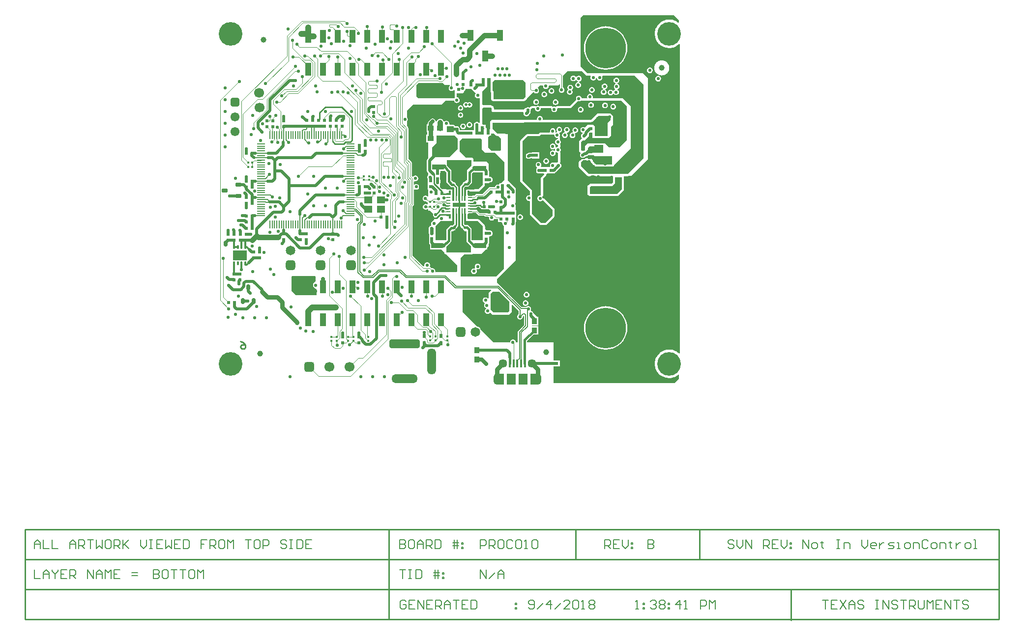
<source format=gbl>
G04 Layer_Physical_Order=6*
G04 Layer_Color=16711680*
%FSLAX25Y25*%
%MOIN*%
G70*
G01*
G75*
G04:AMPARAMS|DCode=17|XSize=23.62mil|YSize=39.37mil|CornerRadius=5.91mil|HoleSize=0mil|Usage=FLASHONLY|Rotation=180.000|XOffset=0mil|YOffset=0mil|HoleType=Round|Shape=RoundedRectangle|*
%AMROUNDEDRECTD17*
21,1,0.02362,0.02756,0,0,180.0*
21,1,0.01181,0.03937,0,0,180.0*
1,1,0.01181,-0.00591,0.01378*
1,1,0.01181,0.00591,0.01378*
1,1,0.01181,0.00591,-0.01378*
1,1,0.01181,-0.00591,-0.01378*
%
%ADD17ROUNDEDRECTD17*%
%ADD32C,0.03937*%
G04:AMPARAMS|DCode=37|XSize=11.81mil|YSize=23.62mil|CornerRadius=1.95mil|HoleSize=0mil|Usage=FLASHONLY|Rotation=0.000|XOffset=0mil|YOffset=0mil|HoleType=Round|Shape=RoundedRectangle|*
%AMROUNDEDRECTD37*
21,1,0.01181,0.01972,0,0,0.0*
21,1,0.00791,0.02362,0,0,0.0*
1,1,0.00390,0.00396,-0.00986*
1,1,0.00390,-0.00396,-0.00986*
1,1,0.00390,-0.00396,0.00986*
1,1,0.00390,0.00396,0.00986*
%
%ADD37ROUNDEDRECTD37*%
%ADD44R,0.03740X0.03937*%
%ADD45R,0.01968X0.02362*%
%ADD46R,0.01654X0.01811*%
%ADD47R,0.01811X0.01654*%
%ADD48R,0.02362X0.01968*%
%ADD50R,0.03937X0.03740*%
%ADD55R,0.03150X0.02362*%
%ADD56R,0.06300X0.05000*%
%ADD57R,0.02362X0.03150*%
%ADD59C,0.00400*%
%ADD60C,0.01500*%
%ADD61C,0.02000*%
%ADD62C,0.01968*%
%ADD65C,0.01000*%
%ADD69C,0.03500*%
%ADD70C,0.04000*%
%ADD71C,0.00600*%
%ADD72C,0.03000*%
%ADD73C,0.02500*%
%ADD74C,0.00900*%
%ADD76C,0.01200*%
%ADD77C,0.02200*%
%ADD80C,0.00800*%
G04:AMPARAMS|DCode=81|XSize=64.96mil|YSize=64.96mil|CornerRadius=16.24mil|HoleSize=0mil|Usage=FLASHONLY|Rotation=90.000|XOffset=0mil|YOffset=0mil|HoleType=Round|Shape=RoundedRectangle|*
%AMROUNDEDRECTD81*
21,1,0.06496,0.03248,0,0,90.0*
21,1,0.03248,0.06496,0,0,90.0*
1,1,0.03248,0.01624,0.01624*
1,1,0.03248,0.01624,-0.01624*
1,1,0.03248,-0.01624,-0.01624*
1,1,0.03248,-0.01624,0.01624*
%
%ADD81ROUNDEDRECTD81*%
%ADD82C,0.06496*%
G04:AMPARAMS|DCode=83|XSize=61.02mil|YSize=61.02mil|CornerRadius=15.26mil|HoleSize=0mil|Usage=FLASHONLY|Rotation=270.000|XOffset=0mil|YOffset=0mil|HoleType=Round|Shape=RoundedRectangle|*
%AMROUNDEDRECTD83*
21,1,0.06102,0.03051,0,0,270.0*
21,1,0.03051,0.06102,0,0,270.0*
1,1,0.03051,-0.01526,-0.01526*
1,1,0.03051,-0.01526,0.01526*
1,1,0.03051,0.01526,0.01526*
1,1,0.03051,0.01526,-0.01526*
%
%ADD83ROUNDEDRECTD83*%
%ADD84C,0.06102*%
%ADD85C,0.06693*%
G04:AMPARAMS|DCode=86|XSize=66.93mil|YSize=66.93mil|CornerRadius=16.73mil|HoleSize=0mil|Usage=FLASHONLY|Rotation=0.000|XOffset=0mil|YOffset=0mil|HoleType=Round|Shape=RoundedRectangle|*
%AMROUNDEDRECTD86*
21,1,0.06693,0.03347,0,0,0.0*
21,1,0.03347,0.06693,0,0,0.0*
1,1,0.03346,0.01673,-0.01673*
1,1,0.03346,-0.01673,-0.01673*
1,1,0.03346,-0.01673,0.01673*
1,1,0.03346,0.01673,0.01673*
%
%ADD86ROUNDEDRECTD86*%
%ADD87O,0.05905X0.17716*%
%ADD88O,0.17716X0.05905*%
G04:AMPARAMS|DCode=89|XSize=59.05mil|YSize=206.69mil|CornerRadius=14.76mil|HoleSize=0mil|Usage=FLASHONLY|Rotation=270.000|XOffset=0mil|YOffset=0mil|HoleType=Round|Shape=RoundedRectangle|*
%AMROUNDEDRECTD89*
21,1,0.05905,0.17716,0,0,270.0*
21,1,0.02953,0.20669,0,0,270.0*
1,1,0.02953,-0.08858,-0.01476*
1,1,0.02953,-0.08858,0.01476*
1,1,0.02953,0.08858,0.01476*
1,1,0.02953,0.08858,-0.01476*
%
%ADD89ROUNDEDRECTD89*%
%ADD90C,0.05709*%
%ADD91O,0.04724X0.07480*%
G04:AMPARAMS|DCode=92|XSize=64.96mil|YSize=64.96mil|CornerRadius=16.24mil|HoleSize=0mil|Usage=FLASHONLY|Rotation=0.000|XOffset=0mil|YOffset=0mil|HoleType=Round|Shape=RoundedRectangle|*
%AMROUNDEDRECTD92*
21,1,0.06496,0.03248,0,0,0.0*
21,1,0.03248,0.06496,0,0,0.0*
1,1,0.03248,0.01624,-0.01624*
1,1,0.03248,-0.01624,-0.01624*
1,1,0.03248,-0.01624,0.01624*
1,1,0.03248,0.01624,0.01624*
%
%ADD92ROUNDEDRECTD92*%
%ADD93C,0.16000*%
%ADD94C,0.27559*%
%ADD95C,0.01968*%
%ADD96C,0.02240*%
G04:AMPARAMS|DCode=99|XSize=40.16mil|YSize=87.4mil|CornerRadius=2.01mil|HoleSize=0mil|Usage=FLASHONLY|Rotation=0.000|XOffset=0mil|YOffset=0mil|HoleType=Round|Shape=RoundedRectangle|*
%AMROUNDEDRECTD99*
21,1,0.04016,0.08339,0,0,0.0*
21,1,0.03614,0.08740,0,0,0.0*
1,1,0.00402,0.01807,-0.04169*
1,1,0.00402,-0.01807,-0.04169*
1,1,0.00402,-0.01807,0.04169*
1,1,0.00402,0.01807,0.04169*
%
%ADD99ROUNDEDRECTD99*%
G04:AMPARAMS|DCode=100|XSize=40.16mil|YSize=75mil|CornerRadius=2.01mil|HoleSize=0mil|Usage=FLASHONLY|Rotation=0.000|XOffset=0mil|YOffset=0mil|HoleType=Round|Shape=RoundedRectangle|*
%AMROUNDEDRECTD100*
21,1,0.04016,0.07098,0,0,0.0*
21,1,0.03614,0.07500,0,0,0.0*
1,1,0.00402,0.01807,-0.03549*
1,1,0.00402,-0.01807,-0.03549*
1,1,0.00402,-0.01807,0.03549*
1,1,0.00402,0.01807,0.03549*
%
%ADD100ROUNDEDRECTD100*%
G04:AMPARAMS|DCode=101|XSize=9.84mil|YSize=71.65mil|CornerRadius=1.97mil|HoleSize=0mil|Usage=FLASHONLY|Rotation=0.000|XOffset=0mil|YOffset=0mil|HoleType=Round|Shape=RoundedRectangle|*
%AMROUNDEDRECTD101*
21,1,0.00984,0.06772,0,0,0.0*
21,1,0.00591,0.07165,0,0,0.0*
1,1,0.00394,0.00295,-0.03386*
1,1,0.00394,-0.00295,-0.03386*
1,1,0.00394,-0.00295,0.03386*
1,1,0.00394,0.00295,0.03386*
%
%ADD101ROUNDEDRECTD101*%
G04:AMPARAMS|DCode=102|XSize=88.19mil|YSize=25.98mil|CornerRadius=1.95mil|HoleSize=0mil|Usage=FLASHONLY|Rotation=0.000|XOffset=0mil|YOffset=0mil|HoleType=Round|Shape=RoundedRectangle|*
%AMROUNDEDRECTD102*
21,1,0.08819,0.02209,0,0,0.0*
21,1,0.08429,0.02598,0,0,0.0*
1,1,0.00390,0.04215,-0.01104*
1,1,0.00390,-0.04215,-0.01104*
1,1,0.00390,-0.04215,0.01104*
1,1,0.00390,0.04215,0.01104*
%
%ADD102ROUNDEDRECTD102*%
G04:AMPARAMS|DCode=103|XSize=23.62mil|YSize=15.75mil|CornerRadius=1.97mil|HoleSize=0mil|Usage=FLASHONLY|Rotation=180.000|XOffset=0mil|YOffset=0mil|HoleType=Round|Shape=RoundedRectangle|*
%AMROUNDEDRECTD103*
21,1,0.02362,0.01181,0,0,180.0*
21,1,0.01968,0.01575,0,0,180.0*
1,1,0.00394,-0.00984,0.00591*
1,1,0.00394,0.00984,0.00591*
1,1,0.00394,0.00984,-0.00591*
1,1,0.00394,-0.00984,-0.00591*
%
%ADD103ROUNDEDRECTD103*%
G04:AMPARAMS|DCode=104|XSize=23.62mil|YSize=9.84mil|CornerRadius=1.97mil|HoleSize=0mil|Usage=FLASHONLY|Rotation=180.000|XOffset=0mil|YOffset=0mil|HoleType=Round|Shape=RoundedRectangle|*
%AMROUNDEDRECTD104*
21,1,0.02362,0.00591,0,0,180.0*
21,1,0.01968,0.00984,0,0,180.0*
1,1,0.00394,-0.00984,0.00295*
1,1,0.00394,0.00984,0.00295*
1,1,0.00394,0.00984,-0.00295*
1,1,0.00394,-0.00984,-0.00295*
%
%ADD104ROUNDEDRECTD104*%
%ADD105O,0.00787X0.05512*%
%ADD106O,0.05512X0.00787*%
%ADD107R,0.04724X0.07874*%
%ADD108R,0.05512X0.04724*%
G04:AMPARAMS|DCode=109|XSize=64.96mil|YSize=94.49mil|CornerRadius=1.95mil|HoleSize=0mil|Usage=FLASHONLY|Rotation=270.000|XOffset=0mil|YOffset=0mil|HoleType=Round|Shape=RoundedRectangle|*
%AMROUNDEDRECTD109*
21,1,0.06496,0.09059,0,0,270.0*
21,1,0.06106,0.09449,0,0,270.0*
1,1,0.00390,-0.04530,-0.03053*
1,1,0.00390,-0.04530,0.03053*
1,1,0.00390,0.04530,0.03053*
1,1,0.00390,0.04530,-0.03053*
%
%ADD109ROUNDEDRECTD109*%
%ADD110R,0.07874X0.03543*%
G04:AMPARAMS|DCode=111|XSize=23.62mil|YSize=39.37mil|CornerRadius=2.01mil|HoleSize=0mil|Usage=FLASHONLY|Rotation=90.000|XOffset=0mil|YOffset=0mil|HoleType=Round|Shape=RoundedRectangle|*
%AMROUNDEDRECTD111*
21,1,0.02362,0.03535,0,0,90.0*
21,1,0.01961,0.03937,0,0,90.0*
1,1,0.00402,0.01768,0.00980*
1,1,0.00402,0.01768,-0.00980*
1,1,0.00402,-0.01768,-0.00980*
1,1,0.00402,-0.01768,0.00980*
%
%ADD111ROUNDEDRECTD111*%
%ADD112R,0.05905X0.07480*%
%ADD113R,0.01575X0.05315*%
%ADD114R,0.06299X0.04331*%
G04:AMPARAMS|DCode=115|XSize=39.37mil|YSize=49.21mil|CornerRadius=1.97mil|HoleSize=0mil|Usage=FLASHONLY|Rotation=0.000|XOffset=0mil|YOffset=0mil|HoleType=Round|Shape=RoundedRectangle|*
%AMROUNDEDRECTD115*
21,1,0.03937,0.04528,0,0,0.0*
21,1,0.03543,0.04921,0,0,0.0*
1,1,0.00394,0.01772,-0.02264*
1,1,0.00394,-0.01772,-0.02264*
1,1,0.00394,-0.01772,0.02264*
1,1,0.00394,0.01772,0.02264*
%
%ADD115ROUNDEDRECTD115*%
%ADD116R,0.05905X0.05118*%
G04:AMPARAMS|DCode=117|XSize=39.37mil|YSize=49.21mil|CornerRadius=1.97mil|HoleSize=0mil|Usage=FLASHONLY|Rotation=90.000|XOffset=0mil|YOffset=0mil|HoleType=Round|Shape=RoundedRectangle|*
%AMROUNDEDRECTD117*
21,1,0.03937,0.04528,0,0,90.0*
21,1,0.03543,0.04921,0,0,90.0*
1,1,0.00394,0.02264,0.01772*
1,1,0.00394,0.02264,-0.01772*
1,1,0.00394,-0.02264,-0.01772*
1,1,0.00394,-0.02264,0.01772*
%
%ADD117ROUNDEDRECTD117*%
%ADD118C,0.01700*%
%ADD119C,0.00840*%
%ADD120C,0.00984*%
%ADD121C,0.01140*%
%ADD122R,0.04724X0.07480*%
G36*
X146427Y129963D02*
Y123780D01*
X146434Y123709D01*
Y123096D01*
X146869Y122661D01*
X146913Y122608D01*
X148993Y120528D01*
X149042Y120487D01*
X149481Y120048D01*
X150104D01*
X150165Y120042D01*
X150226Y120048D01*
X151062D01*
X151655Y119455D01*
Y110500D01*
X150600D01*
Y118400D01*
X150410D01*
Y118596D01*
X147230D01*
Y118400D01*
X143597D01*
X142200Y119797D01*
Y122415D01*
X142277Y122669D01*
X142314Y123046D01*
X142277Y123422D01*
X142269Y123449D01*
Y127262D01*
Y130885D01*
X145506D01*
X146427Y129963D01*
D02*
G37*
G36*
X163415Y135097D02*
X163397Y134635D01*
X163331Y134469D01*
X163279Y134297D01*
X163279Y134297D01*
X163250Y134161D01*
X163239Y134099D01*
X160544Y131404D01*
Y129994D01*
X160537Y129923D01*
Y124530D01*
X159805D01*
X159154Y123879D01*
X158800Y123575D01*
X158659Y123544D01*
X158522Y123500D01*
X158522Y123500D01*
X158389Y123444D01*
X158389Y123444D01*
X158348Y123422D01*
X158262Y123377D01*
X158141Y123298D01*
X158027Y123210D01*
X157921Y123112D01*
X157824Y123005D01*
X157737Y122891D01*
X157660Y122769D01*
X157594Y122641D01*
X157540Y122507D01*
X157497Y122370D01*
X157470Y122245D01*
X157459Y122184D01*
X155855Y120580D01*
Y120551D01*
X155768Y120463D01*
Y118597D01*
X155676D01*
Y110500D01*
X154524D01*
Y118597D01*
X154432D01*
Y120359D01*
X154255Y120537D01*
Y120580D01*
X153177Y121658D01*
X152874Y122011D01*
X152840Y122151D01*
X152795Y122288D01*
X152795Y122288D01*
X152738Y122420D01*
X152738Y122420D01*
X152716Y122461D01*
X152669Y122547D01*
X152590Y122668D01*
X152500Y122781D01*
X152402Y122885D01*
X152294Y122981D01*
X152178Y123067D01*
X152056Y123143D01*
X151927Y123207D01*
X151793Y123261D01*
X151655Y123302D01*
X151562Y123322D01*
X151501Y123334D01*
X150555Y124280D01*
X149930D01*
X149743Y124467D01*
Y130650D01*
X149736Y130721D01*
Y131334D01*
X149302Y131768D01*
X149257Y131822D01*
X147011Y134069D01*
X147002Y134155D01*
X146962Y134288D01*
X146960Y134295D01*
X146950Y134326D01*
X146885Y134541D01*
X146695Y134897D01*
X146614Y134996D01*
X146605Y135008D01*
Y138350D01*
X163415D01*
Y135097D01*
D02*
G37*
G36*
X149405Y117665D02*
X149460Y117610D01*
X149490Y117538D01*
Y117499D01*
Y114644D01*
Y114605D01*
X149460Y114533D01*
X149405Y114477D01*
X149332Y114447D01*
X148270D01*
X148197Y114477D01*
X148142Y114533D01*
X148112Y114605D01*
Y114644D01*
Y117499D01*
Y117538D01*
X148142Y117610D01*
X148197Y117665D01*
X148270Y117695D01*
X149332D01*
X149405Y117665D01*
D02*
G37*
G36*
Y101622D02*
X149460Y101567D01*
X149490Y101494D01*
Y101455D01*
Y98601D01*
Y98562D01*
X149460Y98489D01*
X149405Y98434D01*
X149332Y98404D01*
X148270D01*
X148197Y98434D01*
X148142Y98489D01*
X148112Y98562D01*
Y98601D01*
Y101455D01*
Y101494D01*
X148142Y101567D01*
X148197Y101622D01*
X148270Y101652D01*
X149332D01*
X149405Y101622D01*
D02*
G37*
G36*
X200000Y191050D02*
Y181073D01*
X198577Y179650D01*
X178453Y179650D01*
X178356Y179748D01*
X178356Y184773D01*
X177906Y185222D01*
Y191056D01*
X179500Y192650D01*
X198400D01*
X200000Y191050D01*
D02*
G37*
G36*
X268652Y174936D02*
X268652Y151605D01*
X263869Y146821D01*
X256784Y146821D01*
X253965Y149641D01*
X242391Y149641D01*
X240500Y147750D01*
Y145350D01*
X239627Y144477D01*
X239538Y144450D01*
X238300D01*
X237800Y144950D01*
Y150550D01*
X238800Y151550D01*
X240100D01*
X243100Y154550D01*
Y156292D01*
X243558Y156750D01*
X245500D01*
Y153450D01*
X245800Y153150D01*
X256400D01*
X258200Y154950D01*
Y160750D01*
X259400Y161950D01*
X259400Y168368D01*
X257916Y169852D01*
X248712Y169852D01*
X244309Y165450D01*
X212082Y165450D01*
X212013Y165456D01*
X211950Y165473D01*
X211692Y165903D01*
X211692Y165904D01*
X211706Y166046D01*
X211713Y166090D01*
X211715Y166137D01*
X211729Y166280D01*
X211717Y166402D01*
X211717Y166425D01*
X211708Y166496D01*
X211692Y166656D01*
X211662Y166754D01*
X211662Y166756D01*
X211614Y166916D01*
X211613Y166919D01*
X211582Y167018D01*
X211507Y167159D01*
X211476Y167221D01*
X211463Y167242D01*
X211404Y167352D01*
X211314Y167462D01*
X211287Y167498D01*
X211256Y167533D01*
X211164Y167644D01*
X211069Y167722D01*
X211053Y167738D01*
X210996Y167782D01*
X210872Y167884D01*
X210781Y167932D01*
X210781Y167933D01*
X210633Y168012D01*
X210630Y168013D01*
X210538Y168062D01*
X210385Y168109D01*
X210319Y168131D01*
X210296Y168136D01*
X210176Y168172D01*
X210034Y168186D01*
X209990Y168193D01*
X209943Y168195D01*
X209800Y168209D01*
X209678Y168197D01*
X209655Y168196D01*
X209584Y168188D01*
X209424Y168172D01*
X209326Y168142D01*
X209324Y168142D01*
X209164Y168094D01*
X209161Y168093D01*
X209062Y168062D01*
X208921Y167987D01*
X208859Y167956D01*
X208838Y167943D01*
X208728Y167884D01*
X208618Y167794D01*
X208582Y167767D01*
X208547Y167736D01*
X208436Y167644D01*
X208358Y167549D01*
X208342Y167533D01*
X208298Y167476D01*
X208196Y167352D01*
X208148Y167261D01*
X208147Y167261D01*
X208068Y167113D01*
X208067Y167110D01*
X208018Y167018D01*
X207971Y166865D01*
X207949Y166799D01*
X207944Y166776D01*
X207908Y166656D01*
X207894Y166515D01*
X207887Y166470D01*
X207885Y166423D01*
X207871Y166280D01*
X207883Y166158D01*
X207884Y166135D01*
X207892Y166064D01*
X207908Y165904D01*
X207916Y165876D01*
X207917Y165820D01*
X207906Y165751D01*
X207882Y165685D01*
X207848Y165624D01*
X207804Y165570D01*
X207751Y165525D01*
X207691Y165489D01*
X207626Y165465D01*
X207558Y165452D01*
X177200Y165450D01*
X176100Y164350D01*
Y159176D01*
X173605D01*
Y159956D01*
X172987Y160574D01*
Y162062D01*
X171498D01*
X170924Y162636D01*
Y164922D01*
X170924Y173380D01*
X171466Y173921D01*
X176625Y173921D01*
X177202Y173345D01*
X177202Y171555D01*
X177816Y170940D01*
X198552Y170940D01*
X198842Y170440D01*
X198792Y170276D01*
X198755Y169899D01*
X198792Y169523D01*
X198902Y169161D01*
X199080Y168827D01*
X199320Y168535D01*
X199612Y168295D01*
X199946Y168117D01*
X200308Y168007D01*
X200684Y167970D01*
X201061Y168007D01*
X201423Y168117D01*
X201756Y168295D01*
X202048Y168535D01*
X202288Y168827D01*
X202424Y169081D01*
X202954Y169611D01*
X203179Y169885D01*
X203346Y170198D01*
X203449Y170537D01*
X203483Y170890D01*
Y171574D01*
X203567Y171849D01*
X203604Y172226D01*
X203580Y172470D01*
X204576Y173466D01*
X206275D01*
X206471Y173250D01*
X206508Y172874D01*
X206618Y172512D01*
X206796Y172178D01*
X207036Y171886D01*
X207328Y171646D01*
X207662Y171468D01*
X208024Y171358D01*
X208400Y171321D01*
X208776Y171358D01*
X209138Y171468D01*
X209472Y171646D01*
X209764Y171886D01*
X210004Y172178D01*
X210182Y172512D01*
X210292Y172874D01*
X210329Y173250D01*
X210525Y173466D01*
X217303D01*
X217519Y173259D01*
X217697Y172966D01*
X217671Y172702D01*
X217708Y172326D01*
X217818Y171964D01*
X217996Y171630D01*
X218236Y171338D01*
X218528Y171098D01*
X218862Y170920D01*
X219224Y170810D01*
X219600Y170773D01*
X219976Y170810D01*
X220338Y170920D01*
X220672Y171098D01*
X220964Y171338D01*
X221204Y171630D01*
X221382Y171964D01*
X221492Y172326D01*
X221529Y172702D01*
X221503Y172966D01*
X221681Y173259D01*
X221897Y173466D01*
X230643D01*
X235487Y178260D01*
X235824Y178158D01*
X236200Y178121D01*
X236576Y178158D01*
X236938Y178268D01*
X237272Y178446D01*
X237564Y178686D01*
X237584Y178710D01*
X264873Y178715D01*
X268652Y174936D01*
D02*
G37*
G36*
X166345Y183475D02*
X166110Y183190D01*
X165932Y182856D01*
X165822Y182494D01*
X165785Y182118D01*
X165822Y181741D01*
X165932Y181380D01*
X166110Y181046D01*
X166350Y180754D01*
X166643Y180514D01*
X166976Y180335D01*
X167338Y180226D01*
X167715Y180189D01*
X168091Y180226D01*
X168453Y180335D01*
X168656Y180444D01*
X169028Y180290D01*
X169156Y180171D01*
X169156Y174535D01*
X169156Y163514D01*
X168656Y163388D01*
X168651Y163398D01*
X168411Y163690D01*
X168119Y163930D01*
X167785Y164108D01*
X167423Y164218D01*
X167047Y164255D01*
X166671Y164218D01*
X166309Y164108D01*
X165975Y163930D01*
X165683Y163690D01*
X165443Y163398D01*
X165265Y163064D01*
X165155Y162702D01*
X165118Y162326D01*
X165155Y161950D01*
X165238Y161674D01*
Y158536D01*
X161029D01*
Y158461D01*
X155855D01*
X155505Y158919D01*
X155501Y158961D01*
X155535Y159305D01*
X155498Y159681D01*
X155388Y160043D01*
X155210Y160377D01*
X154970Y160669D01*
X154678Y160909D01*
X154344Y161087D01*
X153982Y161197D01*
X153606Y161234D01*
X153230Y161197D01*
X152954Y161113D01*
X152359D01*
X152327Y161351D01*
X152217Y161618D01*
X152041Y161847D01*
X151812Y162023D01*
X151545Y162133D01*
X151259Y162171D01*
X149068D01*
X148369Y162954D01*
X148380Y163067D01*
X148343Y163443D01*
X148233Y163805D01*
X148055Y164139D01*
X147815Y164431D01*
X147523Y164671D01*
X147189Y164849D01*
X146827Y164959D01*
X146451Y164996D01*
X146075Y164959D01*
X145713Y164849D01*
X145379Y164671D01*
X145353Y164650D01*
X144576D01*
X144460Y164930D01*
X144250Y165272D01*
X143990Y165578D01*
X143684Y165838D01*
X143342Y166048D01*
X142971Y166202D01*
X142581Y166295D01*
X142181Y166327D01*
X141781Y166295D01*
X141391Y166202D01*
X141020Y166048D01*
X140677Y165838D01*
X140372Y165578D01*
X140112Y165272D01*
X139902Y164930D01*
X139786Y164650D01*
X139140D01*
X139120Y164852D01*
X139003Y165238D01*
X138813Y165594D01*
X138557Y165907D01*
X138244Y166163D01*
X137888Y166353D01*
X137502Y166470D01*
X137100Y166510D01*
X136698Y166470D01*
X136312Y166353D01*
X135956Y166163D01*
X135643Y165907D01*
X134424Y164688D01*
X134168Y164375D01*
X133978Y164019D01*
X133861Y163633D01*
X133821Y163231D01*
Y162641D01*
X133013D01*
Y157101D01*
X133412D01*
Y155675D01*
X132851D01*
Y150135D01*
X134216D01*
X134221Y139611D01*
X133721Y139112D01*
X133496Y138838D01*
X133329Y138525D01*
X133226Y138186D01*
X133191Y137833D01*
Y131200D01*
X133226Y130847D01*
X133329Y130508D01*
X133496Y130195D01*
X133721Y129921D01*
X134226Y129416D01*
X134226Y128143D01*
X134075Y128019D01*
X133835Y127726D01*
X133657Y127393D01*
X133547Y127031D01*
X133510Y126655D01*
X133547Y126278D01*
X133657Y125916D01*
X133835Y125583D01*
X133894Y125511D01*
Y122083D01*
Y118146D01*
X134231D01*
X134232Y116762D01*
X134221Y116650D01*
X134232Y116537D01*
X134233Y113591D01*
X133733Y113435D01*
X133595Y113603D01*
X133303Y113843D01*
X132969Y114021D01*
X132608Y114131D01*
X132231Y114168D01*
X131855Y114131D01*
X131493Y114021D01*
X131159Y113843D01*
X130867Y113603D01*
X130627Y113311D01*
X130449Y112977D01*
X130339Y112615D01*
X130302Y112239D01*
X130339Y111863D01*
X130449Y111501D01*
X130627Y111167D01*
X130867Y110875D01*
X131159Y110635D01*
X131493Y110457D01*
X131855Y110347D01*
X132231Y110310D01*
X132608Y110347D01*
X132679Y110368D01*
X133256Y109791D01*
X133465Y109631D01*
X133708Y109530D01*
X133773Y109522D01*
Y108581D01*
X133701Y108497D01*
X133273Y108295D01*
X133112Y108381D01*
X132750Y108491D01*
X132373Y108528D01*
X131997Y108491D01*
X131635Y108381D01*
X131301Y108203D01*
X131009Y107963D01*
X130769Y107671D01*
X130591Y107337D01*
X130481Y106975D01*
X130444Y106599D01*
X130481Y106222D01*
X130591Y105861D01*
X130769Y105527D01*
X131009Y105235D01*
X131301Y104995D01*
X131635Y104816D01*
X131997Y104707D01*
X132373Y104670D01*
X132750Y104707D01*
X133112Y104816D01*
X133287Y104910D01*
X133737Y104940D01*
X133913Y104916D01*
X134237Y104855D01*
X134238Y103826D01*
X135573D01*
X137448Y101950D01*
X137361Y101663D01*
X137324Y101286D01*
X137361Y100910D01*
X137471Y100548D01*
X137649Y100214D01*
X137889Y99922D01*
X138092Y99756D01*
Y98023D01*
X136091Y96021D01*
Y93709D01*
X135924Y93692D01*
X135562Y93582D01*
X135228Y93404D01*
X134936Y93164D01*
X134696Y92872D01*
X134518Y92538D01*
X134408Y92176D01*
X134371Y91800D01*
X134408Y91424D01*
X134518Y91062D01*
X134581Y90943D01*
Y88625D01*
X134606Y88372D01*
Y86622D01*
Y82685D01*
X134681D01*
Y82117D01*
X134716Y81764D01*
X134819Y81425D01*
X134986Y81112D01*
X135211Y80838D01*
X135318Y80731D01*
Y77642D01*
X136091D01*
Y77640D01*
X142797Y77640D01*
X145013Y75424D01*
X145017Y75386D01*
X145103Y75103D01*
X145242Y74843D01*
X145429Y74614D01*
X145658Y74427D01*
X145918Y74287D01*
X146201Y74202D01*
X146239Y74198D01*
X153706Y66731D01*
X153706Y62724D01*
X153177Y62195D01*
X139235Y62190D01*
X138912Y62690D01*
X138935Y62915D01*
X138898Y63292D01*
X138788Y63653D01*
X138609Y63987D01*
X138370Y64279D01*
X138077Y64519D01*
X137744Y64698D01*
X137382Y64807D01*
X137005Y64845D01*
X136629Y64807D01*
X136560Y64787D01*
X135773Y65574D01*
X135564Y65734D01*
X135488Y65766D01*
X135225Y66260D01*
X135225Y66352D01*
X135322Y66673D01*
X135359Y67049D01*
X135322Y67425D01*
X135212Y67787D01*
X135034Y68121D01*
X134794Y68413D01*
X134502Y68653D01*
X134168Y68831D01*
X133806Y68941D01*
X133430Y68978D01*
X133053Y68941D01*
X132691Y68831D01*
X132358Y68653D01*
X132065Y68413D01*
X131825Y68121D01*
X131647Y67787D01*
X131537Y67425D01*
X131500Y67049D01*
X131537Y66673D01*
X131568Y66573D01*
X131257Y66095D01*
X130892Y66073D01*
X123515Y73450D01*
Y106806D01*
X124140Y107432D01*
X124301Y107641D01*
X124401Y107884D01*
X124436Y108145D01*
Y118221D01*
X124929Y118463D01*
X125262Y118285D01*
X125624Y118175D01*
X126001Y118138D01*
X126377Y118175D01*
X126739Y118285D01*
X127073Y118463D01*
X127365Y118703D01*
X127605Y118995D01*
X127783Y119329D01*
X127893Y119691D01*
X127930Y120067D01*
X127893Y120443D01*
X127783Y120805D01*
X127605Y121139D01*
X127365Y121431D01*
X127073Y121671D01*
X126739Y121850D01*
X126377Y121959D01*
X126001Y121996D01*
X125624Y121959D01*
X125262Y121850D01*
X124929Y121671D01*
X124436Y121914D01*
Y123694D01*
X124936Y123998D01*
X125071Y123957D01*
X125447Y123920D01*
X125823Y123957D01*
X126185Y124067D01*
X126519Y124245D01*
X126811Y124485D01*
X127051Y124777D01*
X127229Y125111D01*
X127339Y125473D01*
X127376Y125849D01*
X127339Y126226D01*
X127229Y126588D01*
X127051Y126921D01*
X126811Y127214D01*
X126519Y127453D01*
X126185Y127632D01*
X125823Y127742D01*
X125447Y127779D01*
X125071Y127742D01*
X124709Y127632D01*
X124375Y127453D01*
X124083Y127214D01*
X123994Y127105D01*
X123386Y127006D01*
X122989Y127403D01*
Y136291D01*
X122955Y136552D01*
X122854Y136795D01*
X122694Y137004D01*
X120603Y139094D01*
Y160047D01*
X120569Y160308D01*
X120468Y160552D01*
X120308Y160761D01*
X119858Y161210D01*
Y164761D01*
X119954Y164878D01*
X120132Y165212D01*
X120242Y165574D01*
X120279Y165950D01*
X120242Y166326D01*
X120132Y166688D01*
X119954Y167022D01*
X119858Y167139D01*
Y171756D01*
X124152Y176050D01*
X143069Y176050D01*
X145640Y178621D01*
X151663D01*
X151667Y178581D01*
X151777Y178219D01*
X151955Y177885D01*
X152196Y177593D01*
X152488Y177353D01*
X152821Y177175D01*
X153183Y177065D01*
X153560Y177028D01*
X153936Y177065D01*
X154298Y177175D01*
X154632Y177353D01*
X154924Y177593D01*
X155164Y177885D01*
X155342Y178219D01*
X155452Y178581D01*
X155489Y178957D01*
X155452Y179333D01*
X155342Y179695D01*
X155164Y180029D01*
X154924Y180321D01*
X154632Y180561D01*
X154298Y180739D01*
X153936Y180849D01*
X153590Y180883D01*
Y183501D01*
X153685Y183596D01*
X157583Y183596D01*
X158542Y184555D01*
Y185188D01*
X158771Y185376D01*
X159011Y185669D01*
X159190Y186002D01*
X159299Y186364D01*
X159327Y186640D01*
X163180Y186640D01*
X166345Y183475D01*
D02*
G37*
G36*
X154000Y152960D02*
X154000Y145650D01*
X148404Y140054D01*
X136825Y140054D01*
Y146925D01*
X139657Y149757D01*
X139657Y154900D01*
X146222Y154900D01*
X152060D01*
X154000Y152960D01*
D02*
G37*
G36*
X252700Y147627D02*
Y143350D01*
X245300D01*
X245000Y143050D01*
X242400D01*
Y146550D01*
X243498Y147648D01*
X252678D01*
X252700Y147627D01*
D02*
G37*
G36*
X179859Y155110D02*
X180074Y154933D01*
X180087Y154923D01*
D01*
X180087Y154923D01*
X180260Y154830D01*
X180348Y154783D01*
X180348Y154783D01*
X180348Y154783D01*
X180452Y154752D01*
X180630Y154698D01*
X180630D01*
X180630Y154698D01*
X180690Y154692D01*
X180924Y154669D01*
X181813D01*
X183575Y152907D01*
Y145317D01*
X182915Y144658D01*
X176736D01*
X174643Y146751D01*
X174643Y153780D01*
X175219Y154357D01*
X175625Y154768D01*
X176900D01*
Y156061D01*
X177065Y156229D01*
X178740Y156229D01*
X179859Y155110D01*
D02*
G37*
G36*
X247000Y140850D02*
X258800D01*
Y135352D01*
X248122D01*
X245902Y137572D01*
Y137972D01*
X244122Y139752D01*
X240509D01*
X240302Y140252D01*
X240952Y140902D01*
X241075D01*
X241428Y140937D01*
X241767Y141040D01*
X242080Y141207D01*
X242354Y141432D01*
X242465Y141543D01*
X245000D01*
X245053Y141548D01*
X245622D01*
X245707Y141634D01*
X246216Y141634D01*
X247000Y140850D01*
D02*
G37*
G36*
X265300Y118550D02*
X262000Y115250D01*
X244100D01*
X243700Y115650D01*
Y120050D01*
X244300Y120650D01*
X258900D01*
X260900Y122650D01*
Y126450D01*
X265300D01*
Y118550D01*
D02*
G37*
G36*
X171068Y121493D02*
X167975Y118400D01*
X162970D01*
Y118596D01*
X160276D01*
X159600Y117920D01*
Y110500D01*
X158500D01*
Y113300D01*
X158505Y119519D01*
X159284Y120298D01*
X160544D01*
X160605Y120292D01*
X160666Y120298D01*
X161289D01*
X161728Y120737D01*
X161777Y120778D01*
X163367Y122368D01*
X163411Y122421D01*
X163846Y122856D01*
Y123469D01*
X163853Y123540D01*
Y129236D01*
X164184Y129568D01*
X164568Y129824D01*
Y129824D01*
X164568Y129824D01*
X171068D01*
Y121493D01*
D02*
G37*
G36*
X170352Y152293D02*
X170352Y145686D01*
X172922Y143117D01*
X179528Y143117D01*
X185666Y136979D01*
Y125006D01*
X183298Y122638D01*
X182285D01*
Y122031D01*
X181785Y121679D01*
X181742Y121692D01*
X181365Y121729D01*
X180989Y121692D01*
X180627Y121582D01*
X180294Y121404D01*
X180001Y121164D01*
X179761Y120872D01*
X179583Y120538D01*
X179473Y120176D01*
X179436Y119800D01*
X179427Y119790D01*
X175681D01*
X175420Y119756D01*
X175177Y119655D01*
X174968Y119494D01*
X170814Y115341D01*
X166882D01*
X166621Y115306D01*
X166378Y115206D01*
X166169Y115045D01*
X166009Y114837D01*
X165908Y114593D01*
X165876Y114353D01*
X164193D01*
X163774Y113934D01*
X163747Y113945D01*
X163565Y113969D01*
X161596D01*
X161194Y114242D01*
X161107Y114359D01*
Y114447D01*
X160868D01*
X160796Y114477D01*
X160740Y114533D01*
X160711Y114605D01*
Y114644D01*
Y117499D01*
Y117538D01*
X160740Y117610D01*
X160796Y117665D01*
X160868Y117695D01*
X161931D01*
X162003Y117665D01*
X162058Y117610D01*
X162089Y117538D01*
Y117499D01*
Y117089D01*
X162241D01*
X162393Y117008D01*
X162676Y116922D01*
X162970Y116893D01*
X167975D01*
X168269Y116922D01*
X168552Y117008D01*
X168812Y117147D01*
X169041Y117334D01*
X172134Y120427D01*
X172321Y120656D01*
X172460Y120916D01*
X172546Y121199D01*
X172575Y121493D01*
Y122715D01*
X175364D01*
Y122715D01*
X175864Y123070D01*
X175887Y123067D01*
X176264Y123104D01*
X176626Y123214D01*
X176959Y123392D01*
X177252Y123632D01*
X177491Y123925D01*
X177670Y124258D01*
X177779Y124620D01*
X177817Y124996D01*
X177779Y125373D01*
X177670Y125735D01*
X177491Y126068D01*
X177252Y126361D01*
X176959Y126601D01*
X176626Y126779D01*
X176264Y126889D01*
X175887Y126926D01*
X175864Y126924D01*
X175364Y127334D01*
Y130815D01*
X175289D01*
Y130823D01*
X175254Y131176D01*
X175151Y131515D01*
X175007Y131785D01*
Y135855D01*
X173684Y137179D01*
X164922Y137179D01*
Y138350D01*
X164893Y138644D01*
X164807Y138927D01*
X164668Y139187D01*
X164481Y139416D01*
X164252Y139603D01*
X163992Y139743D01*
X163709Y139828D01*
X163415Y139857D01*
X159810D01*
X155342Y144325D01*
Y144979D01*
X155393Y145073D01*
X155478Y145356D01*
X155507Y145650D01*
X155507Y151285D01*
X156948Y152727D01*
X169919D01*
X170352Y152293D01*
D02*
G37*
G36*
X57700Y59100D02*
Y56100D01*
X56000Y54400D01*
Y53344D01*
X55991Y53250D01*
X56000Y53156D01*
Y52400D01*
X58400Y50000D01*
Y46700D01*
X58100Y46400D01*
X44600D01*
X41500Y49500D01*
Y59200D01*
X42000Y59700D01*
X57100D01*
X57700Y59100D01*
D02*
G37*
G36*
X238449Y198469D02*
X241312Y195606D01*
X244016D01*
X244279Y195106D01*
X244214Y194984D01*
X244104Y194622D01*
X244067Y194246D01*
X244104Y193869D01*
X244214Y193507D01*
X244392Y193174D01*
X244632Y192882D01*
X244924Y192642D01*
X245258Y192463D01*
X245620Y192353D01*
X245996Y192316D01*
X246373Y192353D01*
X246735Y192463D01*
X247068Y192642D01*
X247360Y192882D01*
X247601Y193174D01*
X247779Y193507D01*
X247888Y193869D01*
X247897Y193957D01*
X248400D01*
X248408Y193874D01*
X248518Y193512D01*
X248696Y193178D01*
X248936Y192886D01*
X249228Y192646D01*
X249562Y192468D01*
X249924Y192358D01*
X250300Y192321D01*
X250676Y192358D01*
X251038Y192468D01*
X251372Y192646D01*
X251664Y192886D01*
X251904Y193178D01*
X252082Y193512D01*
X252192Y193874D01*
X252229Y194250D01*
X252192Y194626D01*
X252082Y194988D01*
X252020Y195106D01*
X252286Y195606D01*
X274001Y195606D01*
X280234Y189373D01*
X280234Y139703D01*
X269420Y128888D01*
X247901Y128888D01*
Y128908D01*
X243739D01*
Y128888D01*
X242873D01*
X237670Y134091D01*
X237670Y136721D01*
X239013Y138063D01*
X239762D01*
X240031Y138090D01*
X240122Y138118D01*
X240146Y138120D01*
X240404Y138198D01*
X240494Y138246D01*
X240509Y138245D01*
X241446D01*
Y137821D01*
X243921D01*
X244400Y137342D01*
Y136950D01*
X244801Y136548D01*
X244836Y136506D01*
X245765Y135577D01*
Y134740D01*
X246602D01*
X247056Y134286D01*
X247098Y134251D01*
X247500Y133850D01*
X248069D01*
X248122Y133845D01*
X253319D01*
X253698Y133730D01*
X254100Y133690D01*
X254502Y133730D01*
X254881Y133845D01*
X258800D01*
X258847Y133849D01*
X258859D01*
X258861Y133851D01*
X259094Y133874D01*
X259377Y133959D01*
X259637Y134099D01*
X259866Y134286D01*
X260053Y134515D01*
X260192Y134775D01*
X260278Y135058D01*
X260301Y135291D01*
X271281Y146271D01*
X271281Y174927D01*
X266087Y180121D01*
X265404D01*
X265166Y180193D01*
X265166Y180193D01*
X265166Y180193D01*
X265076Y180202D01*
X264872Y180222D01*
X245893Y180219D01*
X245616Y180719D01*
X245673Y180907D01*
X245710Y181283D01*
X245673Y181660D01*
X245563Y182022D01*
X245385Y182355D01*
X245145Y182648D01*
X244853Y182887D01*
X244519Y183066D01*
X244157Y183176D01*
X243781Y183213D01*
X243404Y183176D01*
X243042Y183066D01*
X242709Y182887D01*
X242417Y182648D01*
X242177Y182355D01*
X241998Y182022D01*
X241889Y181660D01*
X241851Y181283D01*
X241889Y180907D01*
X241946Y180718D01*
X241669Y180218D01*
X238113Y180218D01*
X238092Y180426D01*
X237982Y180788D01*
X237804Y181122D01*
X237564Y181414D01*
X237272Y181654D01*
X236938Y181832D01*
X236576Y181942D01*
X236200Y181979D01*
X235824Y181942D01*
X235462Y181832D01*
X235128Y181654D01*
X234836Y181414D01*
X234596Y181122D01*
X234418Y180788D01*
X234308Y180426D01*
X234271Y180050D01*
X234308Y179674D01*
X234415Y179320D01*
X230023Y174973D01*
X221897D01*
X221766Y174960D01*
X221636Y174950D01*
X221620Y174946D01*
X221603Y174944D01*
X221478Y174906D01*
X221351Y174871D01*
X221336Y174863D01*
X221320Y174858D01*
X221205Y174797D01*
X221088Y174737D01*
X221074Y174727D01*
X221060Y174719D01*
X220958Y174636D01*
X220855Y174555D01*
X220638Y174348D01*
X220625Y174331D01*
X220338Y174484D01*
X219976Y174594D01*
X219600Y174631D01*
X219224Y174594D01*
X218862Y174484D01*
X218575Y174331D01*
X218562Y174348D01*
X218345Y174555D01*
X218242Y174636D01*
X218140Y174719D01*
X218126Y174727D01*
X218112Y174737D01*
X217995Y174796D01*
X217880Y174858D01*
X217864Y174863D01*
X217849Y174871D01*
X217723Y174906D01*
X217597Y174944D01*
X217580Y174946D01*
X217564Y174950D01*
X217434Y174960D01*
X217303Y174973D01*
X210525D01*
X210488Y174969D01*
X210451Y174971D01*
X210341Y174955D01*
X210231Y174944D01*
X210195Y174933D01*
X210159Y174928D01*
X210054Y174891D01*
X209948Y174858D01*
X209915Y174841D01*
X209880Y174828D01*
X209785Y174771D01*
X209688Y174719D01*
X209662Y174698D01*
X209472Y174854D01*
X209138Y175032D01*
X208776Y175142D01*
X208400Y175179D01*
X208024Y175142D01*
X207662Y175032D01*
X207328Y174854D01*
X207138Y174698D01*
X207112Y174719D01*
X207015Y174771D01*
X206920Y174828D01*
X206885Y174841D01*
X206852Y174858D01*
X206746Y174891D01*
X206641Y174928D01*
X206605Y174933D01*
X206569Y174944D01*
X206459Y174955D01*
X206349Y174971D01*
X206312Y174969D01*
X206275Y174973D01*
X204576D01*
X204282Y174944D01*
X203999Y174858D01*
X203738Y174719D01*
X203510Y174532D01*
X202780Y173802D01*
X202747Y173830D01*
X202413Y174008D01*
X202051Y174118D01*
X201675Y174155D01*
X201298Y174118D01*
X200936Y174008D01*
X200603Y173830D01*
X200310Y173590D01*
X200237Y173501D01*
X199978D01*
X198884Y172407D01*
X198846Y172418D01*
X198747Y172428D01*
X198649Y172444D01*
X198600Y172442D01*
X198552Y172447D01*
X179062Y172447D01*
X178709Y172801D01*
Y173345D01*
X178680Y173639D01*
X178680Y173639D01*
X178594Y173922D01*
X178455Y174182D01*
X178268Y174411D01*
X177691Y174987D01*
X177463Y175175D01*
X177463Y175175D01*
X177202Y175314D01*
X177079Y175351D01*
X176919Y175400D01*
X176625Y175429D01*
X171466Y175429D01*
X171401Y175422D01*
X170812Y176011D01*
Y184884D01*
X174005Y188077D01*
X174005Y193913D01*
X176405D01*
Y191120D01*
X176399Y191056D01*
Y185222D01*
X176399Y185221D01*
X176399Y185221D01*
X176405Y185158D01*
Y184600D01*
X176801Y184204D01*
X176840Y184156D01*
X176841Y184156D01*
X176841Y184155D01*
X176848Y184148D01*
X176848Y179748D01*
X176863Y179603D01*
X176876Y179459D01*
X176877Y179457D01*
X176877Y179454D01*
X176900Y179379D01*
Y179200D01*
X177003Y179097D01*
X177032Y179043D01*
X177100Y178915D01*
X177101Y178913D01*
X177102Y178911D01*
X177194Y178799D01*
X177287Y178686D01*
X177384Y178587D01*
X177386Y178586D01*
X177387Y178584D01*
X177499Y178493D01*
X177612Y178399D01*
X177614Y178398D01*
X177616Y178397D01*
X177745Y178328D01*
X177804Y178296D01*
X177900Y178200D01*
X178066D01*
X178155Y178173D01*
X178157Y178172D01*
X178159Y178172D01*
X178305Y178157D01*
X178449Y178143D01*
X178451Y178143D01*
X178453Y178143D01*
X198577Y178143D01*
X198871Y178172D01*
X198964Y178200D01*
X199250D01*
X199595Y178545D01*
X199643Y178584D01*
X201066Y180007D01*
X201105Y180055D01*
X205233Y184183D01*
X205297Y184210D01*
X205875Y184160D01*
X205936Y184086D01*
X206228Y183846D01*
X206562Y183668D01*
X206924Y183558D01*
X207300Y183521D01*
X207676Y183558D01*
X208038Y183668D01*
X208372Y183846D01*
X208664Y184086D01*
X208904Y184378D01*
X209082Y184712D01*
X209192Y185074D01*
X209229Y185450D01*
X209192Y185826D01*
X209082Y186188D01*
X208904Y186522D01*
X208664Y186814D01*
X208613Y186856D01*
X208537Y187487D01*
X209994Y188944D01*
X211548D01*
X211971Y188448D01*
X212008Y188072D01*
X212118Y187710D01*
X212296Y187376D01*
X212536Y187084D01*
X212828Y186844D01*
X213162Y186666D01*
X213524Y186556D01*
X213900Y186519D01*
X214276Y186556D01*
X214638Y186666D01*
X214972Y186844D01*
X215264Y187084D01*
X215504Y187376D01*
X215682Y187710D01*
X215792Y188072D01*
X215829Y188448D01*
X216252Y188944D01*
X222143Y188944D01*
X223105Y189906D01*
X223567Y189715D01*
Y187572D01*
X223504Y187538D01*
X223212Y187298D01*
X222972Y187006D01*
X222793Y186672D01*
X222684Y186310D01*
X222646Y185934D01*
X222684Y185557D01*
X222793Y185196D01*
X222972Y184862D01*
X223212Y184570D01*
X223504Y184330D01*
X223837Y184151D01*
X224199Y184042D01*
X224576Y184004D01*
X224952Y184042D01*
X225314Y184151D01*
X225648Y184330D01*
X225940Y184570D01*
X226180Y184862D01*
X226358Y185196D01*
X226468Y185557D01*
X226505Y185934D01*
X226468Y186310D01*
X226358Y186672D01*
X226180Y187006D01*
X225940Y187298D01*
X225648Y187538D01*
X225584Y187572D01*
Y195596D01*
X228457Y198469D01*
X238449Y198469D01*
D02*
G37*
G36*
X166508Y102416D02*
X168037Y100887D01*
X168246Y100726D01*
X168489Y100626D01*
X168750Y100591D01*
X172132D01*
X172537Y100187D01*
X172746Y100027D01*
X172989Y99926D01*
X173250Y99891D01*
X174911D01*
X175226Y99562D01*
X175299Y99391D01*
X175271Y99100D01*
X175308Y98724D01*
X175418Y98362D01*
X175596Y98028D01*
X175836Y97736D01*
X176128Y97496D01*
X176462Y97318D01*
X176824Y97208D01*
X177200Y97171D01*
X177576Y97208D01*
X177938Y97318D01*
X178272Y97496D01*
X178564Y97736D01*
X178804Y98028D01*
X178885Y98180D01*
X179168Y98297D01*
X179336Y98324D01*
X179489Y98308D01*
X179595Y98226D01*
X179838Y98126D01*
X180099Y98091D01*
X181490D01*
Y96165D01*
X183679D01*
X184482Y95363D01*
X184471Y95250D01*
X184508Y94874D01*
X184618Y94512D01*
X184796Y94178D01*
X185036Y93886D01*
X185328Y93646D01*
X185485Y93562D01*
Y64585D01*
X180240Y59340D01*
X156000D01*
X156000Y71803D01*
X158370Y74173D01*
X163155D01*
X163449Y74202D01*
X163732Y74287D01*
X163992Y74427D01*
X164221Y74614D01*
X164264Y74667D01*
X170075Y74680D01*
X173038Y77642D01*
X174192D01*
Y78797D01*
X175252Y79857D01*
Y81555D01*
X175334Y81825D01*
X175369Y82178D01*
Y82485D01*
X175444D01*
Y86137D01*
X175447Y86147D01*
X175850Y86550D01*
X175927Y86574D01*
X176304Y86611D01*
X176666Y86721D01*
X176999Y86899D01*
X177292Y87139D01*
X177532Y87432D01*
X177710Y87765D01*
X177820Y88127D01*
X177857Y88503D01*
X177820Y88880D01*
X177710Y89242D01*
X177532Y89575D01*
X177292Y89868D01*
X176999Y90108D01*
X176666Y90286D01*
X176304Y90396D01*
X175927Y90433D01*
X175444Y90585D01*
Y90585D01*
X173424D01*
X172619Y91389D01*
Y93338D01*
X172590Y93632D01*
X172504Y93915D01*
X172365Y94175D01*
X172178Y94404D01*
X168716Y97866D01*
X168487Y98053D01*
X168227Y98193D01*
X167944Y98278D01*
X167650Y98307D01*
X161107D01*
Y98404D01*
X160868D01*
X160796Y98434D01*
X160740Y98489D01*
X160711Y98562D01*
Y98601D01*
Y101455D01*
Y101494D01*
X160740Y101567D01*
X160796Y101622D01*
X160868Y101652D01*
X161107D01*
Y101740D01*
X161194Y101857D01*
X161596Y102130D01*
X163565D01*
X163747Y102154D01*
X163916Y102225D01*
X164062Y102336D01*
X164128Y102423D01*
X166502D01*
X166508Y102416D01*
D02*
G37*
G36*
X304150Y233150D02*
Y231894D01*
X304144Y231824D01*
X304126Y231757D01*
X304096Y231694D01*
X304056Y231637D01*
X304007Y231588D01*
X303950Y231548D01*
X303887Y231518D01*
X303819Y231500D01*
X303750Y231494D01*
X303680Y231500D01*
X303613Y231518D01*
X303550Y231548D01*
X303501Y231581D01*
X302818Y232080D01*
X302093Y232517D01*
X301333Y232889D01*
X300543Y233193D01*
X299730Y233428D01*
X298900Y233590D01*
X298059Y233680D01*
X297213Y233696D01*
X296369Y233638D01*
X295533Y233507D01*
X294711Y233304D01*
X293911Y233030D01*
X293138Y232686D01*
X292397Y232277D01*
X291695Y231805D01*
X291036Y231274D01*
X290427Y230687D01*
X289871Y230049D01*
X289372Y229365D01*
X288935Y228641D01*
X288563Y227881D01*
X288259Y227092D01*
X288024Y226278D01*
X287862Y225448D01*
X287772Y224607D01*
X287756Y223761D01*
X287814Y222917D01*
X287945Y222081D01*
X288148Y221259D01*
X288422Y220459D01*
X288766Y219686D01*
X289175Y218945D01*
X289647Y218243D01*
X290178Y217584D01*
X290765Y216975D01*
X291403Y216419D01*
X292087Y215920D01*
X292811Y215483D01*
X293571Y215111D01*
X294360Y214807D01*
X295174Y214572D01*
X296004Y214410D01*
X296845Y214320D01*
X297691Y214304D01*
X298535Y214362D01*
X299371Y214493D01*
X300192Y214696D01*
X300993Y214970D01*
X301766Y215314D01*
X302507Y215723D01*
X303209Y216195D01*
X303868Y216726D01*
X304053Y216894D01*
X304108Y216937D01*
X304170Y216969D01*
X304236Y216991D01*
X304305Y217001D01*
X304375Y216998D01*
X304443Y216983D01*
X304507Y216957D01*
X304566Y216920D01*
X304618Y216873D01*
X304661Y216818D01*
X304694Y216757D01*
X304715Y216690D01*
X304725Y216621D01*
X304725Y7399D01*
X304719Y7329D01*
X304701Y7262D01*
X304671Y7199D01*
X304631Y7142D01*
X304582Y7093D01*
X304525Y7053D01*
X304462Y7023D01*
X304395Y7005D01*
X304325Y6999D01*
X304256Y7005D01*
X304188Y7023D01*
X304125Y7053D01*
X304068Y7093D01*
X303408Y7654D01*
X302719Y8144D01*
X301989Y8573D01*
X301224Y8936D01*
X300431Y9230D01*
X299615Y9455D01*
X298783Y9608D01*
X297940Y9688D01*
X297094Y9693D01*
X296251Y9626D01*
X295416Y9484D01*
X294598Y9271D01*
X293800Y8987D01*
X293031Y8635D01*
X292295Y8217D01*
X291599Y7736D01*
X290947Y7197D01*
X290344Y6603D01*
X289796Y5958D01*
X289306Y5269D01*
X288877Y4539D01*
X288514Y3774D01*
X288219Y2981D01*
X287995Y2165D01*
X287842Y1333D01*
X287762Y490D01*
X287756Y-356D01*
X287824Y-1199D01*
X287965Y-2034D01*
X288179Y-2852D01*
X288463Y-3650D01*
X288815Y-4419D01*
X289233Y-5155D01*
X289714Y-5851D01*
X290253Y-6503D01*
X290847Y-7106D01*
X291492Y-7654D01*
X292181Y-8144D01*
X292911Y-8573D01*
X293676Y-8936D01*
X294469Y-9230D01*
X295285Y-9455D01*
X296117Y-9608D01*
X296959Y-9688D01*
X297806Y-9693D01*
X298649Y-9626D01*
X299483Y-9484D01*
X300302Y-9271D01*
X301100Y-8987D01*
X301869Y-8635D01*
X302605Y-8217D01*
X303301Y-7736D01*
X303532Y-7557D01*
X303590Y-7518D01*
X303653Y-7490D01*
X303721Y-7473D01*
X303791Y-7468D01*
X303860Y-7475D01*
X303927Y-7495D01*
X303990Y-7525D01*
X304046Y-7566D01*
X304094Y-7617D01*
X304133Y-7675D01*
X304161Y-7738D01*
X304178Y-7806D01*
X304183Y-7868D01*
Y-10242D01*
X301425Y-13000D01*
X287100D01*
Y-13145D01*
X233050D01*
X233048Y-13148D01*
X231895D01*
Y-13000D01*
X219200D01*
Y-1942D01*
X223362D01*
Y2100D01*
X223124D01*
Y2239D01*
X219356D01*
X219200Y2674D01*
Y14450D01*
X201157D01*
Y15555D01*
X205334Y19732D01*
X208770D01*
Y19928D01*
X208872D01*
Y25272D01*
X208770D01*
Y25469D01*
X204424D01*
Y26031D01*
X208770D01*
Y26228D01*
X208872D01*
Y31572D01*
X208770D01*
Y31768D01*
X207802D01*
Y32146D01*
X206291Y33657D01*
X205484Y34463D01*
X205443Y34597D01*
X205265Y34931D01*
X205025Y35223D01*
X204733Y35463D01*
X204399Y35641D01*
X204263Y35683D01*
X203660Y36285D01*
X203782Y36514D01*
X203892Y36875D01*
X203929Y37252D01*
X203892Y37628D01*
X203782Y37990D01*
X203604Y38324D01*
X203364Y38616D01*
X203071Y38856D01*
X202738Y39034D01*
X202376Y39144D01*
X201999Y39181D01*
X201623Y39144D01*
X201261Y39034D01*
X200928Y38856D01*
X200635Y38616D01*
X200589Y38559D01*
X197519D01*
X182703Y53376D01*
X182473Y53552D01*
X182444Y53564D01*
X180717Y55291D01*
Y57418D01*
X193600Y70301D01*
X193600Y96303D01*
X193736D01*
Y104127D01*
X193600D01*
Y119150D01*
X188100Y124650D01*
Y155950D01*
X186302D01*
Y156176D01*
X180924Y156176D01*
X177607Y159493D01*
Y163450D01*
X198700D01*
X199194Y163944D01*
X207558Y163945D01*
X207591Y163948D01*
X212029D01*
X212082Y163943D01*
X244309Y163943D01*
X244603Y163972D01*
X244886Y164057D01*
X245147Y164197D01*
X245375Y164384D01*
X249336Y168345D01*
X257292Y168345D01*
X257893Y167744D01*
X257893Y165643D01*
X255700Y163450D01*
Y154657D01*
X247007D01*
Y156750D01*
X247002Y156803D01*
Y158252D01*
X247000Y161150D01*
X246000Y162150D01*
X242200D01*
X240354Y160304D01*
X240306Y160344D01*
X240214Y160393D01*
X240212Y160394D01*
X240065Y160473D01*
X240063Y160474D01*
X239972Y160522D01*
X239819Y160569D01*
X239751Y160591D01*
X239728Y160597D01*
X239610Y160632D01*
X239467Y160646D01*
X239422Y160653D01*
X239376Y160655D01*
X239234Y160669D01*
X239111Y160657D01*
X239087Y160656D01*
X239017Y160648D01*
X238858Y160632D01*
X238758Y160602D01*
X238756Y160602D01*
X238596Y160553D01*
X238594Y160552D01*
X238496Y160522D01*
X238354Y160447D01*
X238291Y160415D01*
X238271Y160402D01*
X238162Y160344D01*
X238051Y160253D01*
X238014Y160225D01*
X237980Y160195D01*
X237870Y160104D01*
X237791Y160008D01*
X237775Y159991D01*
X237731Y159936D01*
X237630Y159812D01*
X237581Y159720D01*
X237580Y159718D01*
X237501Y159571D01*
X237500Y159569D01*
X237452Y159478D01*
X237405Y159325D01*
X237383Y159257D01*
X237378Y159234D01*
X237342Y159116D01*
X237328Y158973D01*
X237321Y158928D01*
X237319Y158882D01*
X237305Y158740D01*
X237317Y158617D01*
X237318Y158593D01*
X237326Y158523D01*
X237342Y158364D01*
X237372Y158264D01*
X237372Y158262D01*
X237421Y158102D01*
X237422Y158100D01*
X237452Y158002D01*
X237527Y157860D01*
X237560Y157797D01*
X237572Y157777D01*
X237630Y157668D01*
X237721Y157557D01*
X237749Y157520D01*
X237779Y157486D01*
X237870Y157376D01*
X237966Y157297D01*
X237983Y157281D01*
X238038Y157237D01*
X238162Y157136D01*
X238254Y157087D01*
X238256Y157086D01*
X238404Y157007D01*
X238405Y157006D01*
X238496Y156958D01*
X238649Y156911D01*
X238717Y156889D01*
X238740Y156884D01*
X238879Y156549D01*
X238894Y156342D01*
X238832Y156280D01*
X238786Y156255D01*
X238744Y156235D01*
X238705Y156212D01*
X238578Y156144D01*
X238483Y156066D01*
X238464Y156052D01*
X238410Y156006D01*
X238286Y155904D01*
X238220Y155824D01*
X238219Y155823D01*
X238113Y155694D01*
X238112Y155692D01*
X238046Y155612D01*
X237970Y155471D01*
X237936Y155409D01*
X237926Y155387D01*
X237868Y155278D01*
X237826Y155141D01*
X237811Y155098D01*
X237799Y155054D01*
X237758Y154916D01*
X237746Y154794D01*
X237742Y154771D01*
X237736Y154700D01*
X237721Y154540D01*
X237731Y154437D01*
X237731Y154436D01*
X237747Y154269D01*
X237748Y154267D01*
X237758Y154164D01*
X237804Y154010D01*
X237823Y153943D01*
X237832Y153920D01*
X237868Y153802D01*
X237935Y153675D01*
X237955Y153634D01*
X237978Y153595D01*
X238046Y153468D01*
X238124Y153373D01*
X238138Y153354D01*
X238184Y153300D01*
X238286Y153176D01*
X238286Y153161D01*
X237776Y152650D01*
X237734Y152616D01*
X236734Y151616D01*
X236700Y151574D01*
X236298Y151172D01*
Y150603D01*
X236293Y150550D01*
Y144950D01*
X236298Y144897D01*
Y144328D01*
X236700Y143927D01*
X236734Y143884D01*
X237234Y143384D01*
X237277Y143350D01*
X237461Y143165D01*
X237493Y143124D01*
X237513Y143076D01*
X237520Y143024D01*
X237513Y142972D01*
X237493Y142924D01*
X237358Y142760D01*
X237347Y142744D01*
X237271Y142652D01*
X237201Y142522D01*
X237176Y142479D01*
X237158Y142441D01*
X237093Y142318D01*
X237055Y142196D01*
X237046Y142170D01*
X237029Y142107D01*
X236983Y141956D01*
X236972Y141849D01*
X236971Y141843D01*
X236960Y141726D01*
X236946Y141580D01*
X236962Y141418D01*
X236968Y141341D01*
X236971Y141323D01*
X236983Y141204D01*
X237025Y141063D01*
X237038Y141014D01*
X237052Y140975D01*
X237093Y140842D01*
X237153Y140729D01*
X237164Y140704D01*
X237197Y140647D01*
X237271Y140508D01*
X237339Y140425D01*
X237343Y140420D01*
X237418Y140328D01*
X237511Y140216D01*
X237636Y140113D01*
X237695Y140063D01*
X237711Y140052D01*
X237803Y139976D01*
X237930Y139908D01*
X237976Y139881D01*
X238034Y139843D01*
X238086Y139795D01*
X238128Y139740D01*
X238159Y139678D01*
X238180Y139611D01*
X238189Y139542D01*
X238185Y139472D01*
X238170Y139404D01*
X238143Y139340D01*
X238105Y139282D01*
X237977Y139153D01*
X237948Y139129D01*
X236605Y137786D01*
X236417Y137558D01*
X236278Y137297D01*
X236192Y137015D01*
X236163Y136721D01*
X236163Y134091D01*
X236192Y133797D01*
X236278Y133514D01*
X236417Y133254D01*
X236605Y133025D01*
X241808Y127822D01*
X242036Y127635D01*
X242297Y127496D01*
X242579Y127410D01*
X242873Y127381D01*
X243739D01*
X243936Y127400D01*
X247704D01*
X247901Y127381D01*
X259398Y127381D01*
Y126503D01*
X259393Y126450D01*
Y123274D01*
X258276Y122157D01*
X244300D01*
X244247Y122152D01*
X243678D01*
X243277Y121750D01*
X243234Y121716D01*
X242634Y121116D01*
X242600Y121073D01*
X242198Y120672D01*
Y120103D01*
X242193Y120050D01*
Y115650D01*
X242198Y115597D01*
Y115028D01*
X242600Y114627D01*
X242634Y114584D01*
X243034Y114184D01*
X243076Y114149D01*
X243478Y113748D01*
X244047D01*
X244100Y113743D01*
X262000D01*
X262053Y113748D01*
X262622D01*
X263023Y114149D01*
X263066Y114184D01*
X266366Y117484D01*
X266401Y117526D01*
X266802Y117928D01*
Y118497D01*
X266807Y118550D01*
Y126450D01*
X266802Y126504D01*
Y127381D01*
X269420Y127381D01*
X269714Y127410D01*
X269996Y127496D01*
X270257Y127635D01*
X270273Y127648D01*
X271951D01*
X283105Y138802D01*
X283105Y193903D01*
X279901Y197108D01*
X274059D01*
X274001Y197113D01*
X252286Y197113D01*
X252227Y197108D01*
X244074Y197108D01*
X244016Y197113D01*
X241961D01*
X237600Y201474D01*
X237600Y234900D01*
X239300Y236600D01*
X300700D01*
X304150Y233150D01*
D02*
G37*
G36*
X189100Y42200D02*
Y35650D01*
X188200Y34750D01*
X178300D01*
X176600Y36450D01*
Y47550D01*
X177900Y48850D01*
X182450D01*
X189100Y42200D01*
D02*
G37*
G36*
X176645Y50177D02*
X176740Y49822D01*
X175534Y48616D01*
X175499Y48573D01*
X175098Y48172D01*
Y47603D01*
X175093Y47550D01*
Y44670D01*
X175092Y44664D01*
X175084Y44629D01*
X175074Y44596D01*
X175060Y44564D01*
X175044Y44533D01*
X175026Y44504D01*
X175004Y44476D01*
X174981Y44450D01*
X174955Y44427D01*
X174927Y44405D01*
X174898Y44387D01*
X174867Y44370D01*
X174835Y44357D01*
X174802Y44347D01*
X174767Y44339D01*
X174733Y44335D01*
X174698Y44333D01*
X174663Y44335D01*
X174628Y44339D01*
X174594Y44347D01*
X174561Y44357D01*
X174529Y44370D01*
X174498Y44387D01*
X174469Y44405D01*
X174441Y44427D01*
X174422Y44444D01*
X174364Y44514D01*
X174273Y44589D01*
X174157Y44684D01*
X174154Y44687D01*
X174072Y44754D01*
X173932Y44829D01*
X173873Y44862D01*
X173849Y44873D01*
X173738Y44932D01*
X173603Y44973D01*
X173563Y44988D01*
X173516Y45000D01*
X173376Y45042D01*
X173256Y45054D01*
X173235Y45058D01*
X173161Y45063D01*
X173000Y45079D01*
X172880Y45068D01*
X172733Y45053D01*
X172729Y45053D01*
X172624Y45042D01*
X172472Y44996D01*
X172407Y44978D01*
X172382Y44969D01*
X172262Y44932D01*
X172137Y44866D01*
X172098Y44847D01*
X172057Y44823D01*
X171928Y44754D01*
X171834Y44677D01*
X171817Y44665D01*
X171761Y44617D01*
X171636Y44514D01*
X171561Y44423D01*
X171466Y44307D01*
X171463Y44304D01*
X171396Y44222D01*
X171321Y44082D01*
X171288Y44023D01*
X171277Y43999D01*
X171218Y43888D01*
X171177Y43753D01*
X171162Y43713D01*
X171150Y43666D01*
X171108Y43526D01*
X171096Y43406D01*
X171092Y43385D01*
X171087Y43311D01*
X171071Y43150D01*
X171082Y43030D01*
X171097Y42883D01*
X171097Y42879D01*
X171108Y42774D01*
X171154Y42622D01*
X171172Y42557D01*
X171181Y42532D01*
X171218Y42412D01*
X171284Y42287D01*
X171303Y42248D01*
X171327Y42207D01*
X171396Y42078D01*
X171473Y41984D01*
X171485Y41967D01*
X171533Y41911D01*
X171636Y41786D01*
X171728Y41710D01*
X171843Y41616D01*
X171846Y41613D01*
X171928Y41546D01*
X172068Y41471D01*
X172127Y41438D01*
X172163Y41420D01*
X172262Y41368D01*
X172288Y41291D01*
X172358Y40798D01*
X172296Y40722D01*
X172219Y40579D01*
X172219Y40579D01*
X172183Y40513D01*
X172182Y40513D01*
X172174Y40494D01*
X172118Y40388D01*
X172075Y40248D01*
X172059Y40201D01*
X172048Y40161D01*
X172008Y40026D01*
X171995Y39900D01*
X171991Y39873D01*
X171986Y39807D01*
X171971Y39650D01*
X171981Y39544D01*
X171981Y39538D01*
X171994Y39412D01*
X172008Y39274D01*
X172055Y39118D01*
X172075Y39046D01*
X172083Y39027D01*
X172118Y38912D01*
X172187Y38783D01*
X172208Y38738D01*
X172230Y38702D01*
X172296Y38578D01*
X172376Y38480D01*
X172392Y38458D01*
X172436Y38408D01*
X172536Y38286D01*
X172618Y38218D01*
X172622Y38214D01*
X172720Y38134D01*
X172828Y38046D01*
X172971Y37969D01*
X173037Y37933D01*
X173064Y37920D01*
X173147Y37875D01*
X173153Y37871D01*
X173181Y37850D01*
X173207Y37827D01*
X173231Y37801D01*
X173252Y37773D01*
X173271Y37744D01*
X173287Y37713D01*
X173293Y37699D01*
X173179Y37234D01*
X173036Y37114D01*
X172957Y37018D01*
X172940Y37000D01*
X172940Y37000D01*
X172897Y36945D01*
X172897Y36945D01*
X172850Y36888D01*
X172796Y36822D01*
X172747Y36730D01*
X172745Y36727D01*
X172666Y36579D01*
X172666Y36578D01*
X172618Y36488D01*
X172571Y36334D01*
X172548Y36265D01*
X172543Y36244D01*
X172508Y36126D01*
X172494Y35983D01*
X172487Y35936D01*
X172485Y35892D01*
X172471Y35750D01*
X172483Y35626D01*
X172484Y35601D01*
X172492Y35533D01*
X172508Y35374D01*
X172538Y35274D01*
X172539Y35271D01*
X172588Y35110D01*
X172588Y35109D01*
X172618Y35012D01*
X172694Y34870D01*
X172726Y34805D01*
X172738Y34786D01*
X172796Y34678D01*
X172888Y34567D01*
X172916Y34529D01*
X172946Y34496D01*
X173036Y34386D01*
X173132Y34307D01*
X173150Y34290D01*
X173205Y34247D01*
X173328Y34146D01*
X173420Y34097D01*
X173423Y34095D01*
X173571Y34016D01*
X173572Y34016D01*
X173662Y33968D01*
X173816Y33921D01*
X173885Y33898D01*
X173906Y33893D01*
X174024Y33858D01*
X174167Y33844D01*
X174214Y33837D01*
X174258Y33835D01*
X174400Y33821D01*
X174524Y33833D01*
X174549Y33834D01*
X174617Y33842D01*
X174776Y33858D01*
X174876Y33888D01*
X174880Y33889D01*
X175040Y33938D01*
X175040Y33938D01*
X175138Y33968D01*
X175280Y34044D01*
X175345Y34076D01*
X175364Y34088D01*
X175472Y34146D01*
X175584Y34238D01*
X175584Y34238D01*
X175621Y34266D01*
X175621Y34266D01*
X175654Y34296D01*
X175764Y34386D01*
X175844Y34481D01*
X176311Y34580D01*
X176321Y34576D01*
X176352Y34559D01*
X176375Y34543D01*
X177234Y33684D01*
X177278Y33648D01*
X177678Y33248D01*
X178247D01*
X178300Y33243D01*
X188200D01*
X188253Y33248D01*
X188822D01*
X189224Y33650D01*
X189266Y33684D01*
X190166Y34584D01*
X190200Y34626D01*
X190602Y35028D01*
Y35597D01*
X190607Y35650D01*
Y39832D01*
X190608Y39838D01*
X190616Y39873D01*
X190626Y39906D01*
X190639Y39938D01*
X190656Y39969D01*
X190674Y39998D01*
X190696Y40026D01*
X190706Y40038D01*
X191212Y40088D01*
X195291Y36009D01*
Y33523D01*
X195211Y33458D01*
X195165Y33423D01*
X195139Y33399D01*
X195036Y33314D01*
X194951Y33211D01*
X194928Y33186D01*
X194893Y33140D01*
X194796Y33022D01*
X194743Y32922D01*
X194736Y32912D01*
X194694Y32832D01*
X194618Y32688D01*
X194570Y32532D01*
X194544Y32448D01*
X194541Y32435D01*
X194508Y32326D01*
X194493Y32175D01*
X194485Y32118D01*
X194484Y32083D01*
X194471Y31950D01*
X194484Y31817D01*
X194485Y31783D01*
X194493Y31725D01*
X194508Y31574D01*
X194541Y31465D01*
X194543Y31453D01*
X194570Y31368D01*
X194618Y31212D01*
X194695Y31068D01*
X194735Y30990D01*
X194742Y30979D01*
X194796Y30878D01*
X194892Y30760D01*
X194927Y30715D01*
X194951Y30689D01*
X195036Y30586D01*
X195139Y30501D01*
X195164Y30478D01*
X195210Y30443D01*
X195328Y30346D01*
X195428Y30292D01*
X195438Y30286D01*
X195518Y30244D01*
X195662Y30168D01*
X195818Y30120D01*
X195902Y30094D01*
X195915Y30091D01*
X196024Y30058D01*
X196175Y30043D01*
X196232Y30035D01*
X196267Y30034D01*
X196400Y30021D01*
X196533Y30034D01*
X196567Y30035D01*
X196625Y30043D01*
X196776Y30058D01*
X196885Y30091D01*
X196897Y30093D01*
X196982Y30120D01*
X197138Y30168D01*
X197282Y30245D01*
X197360Y30285D01*
X197371Y30292D01*
X197472Y30346D01*
X197590Y30442D01*
X197635Y30477D01*
X197661Y30501D01*
X197764Y30586D01*
X197849Y30689D01*
X197872Y30714D01*
X197907Y30760D01*
X198004Y30878D01*
X198057Y30978D01*
X198064Y30988D01*
X198106Y31068D01*
X198182Y31212D01*
X198230Y31368D01*
X198256Y31452D01*
X198259Y31465D01*
X198292Y31574D01*
X198307Y31725D01*
X198315Y31782D01*
X198316Y31817D01*
X198329Y31950D01*
X198316Y32083D01*
X198315Y32117D01*
X198307Y32190D01*
X198305Y32203D01*
X198529Y32415D01*
X198649Y32506D01*
X199091Y32311D01*
Y26291D01*
X195175Y22375D01*
X195053Y22216D01*
X194858Y22021D01*
Y21654D01*
X194850Y21590D01*
Y14450D01*
X194015D01*
X193529Y14550D01*
X193514Y14708D01*
X193505Y14808D01*
X193503Y14817D01*
X193492Y14926D01*
X193447Y15075D01*
X193431Y15135D01*
X193420Y15164D01*
X193382Y15288D01*
X193318Y15409D01*
X193301Y15444D01*
X193275Y15490D01*
X193204Y15622D01*
X193130Y15712D01*
X193121Y15726D01*
X193068Y15788D01*
X192964Y15914D01*
X192842Y16014D01*
X192764Y16079D01*
X192757Y16084D01*
X192672Y16154D01*
X192535Y16227D01*
X192481Y16258D01*
X192453Y16271D01*
X192338Y16332D01*
X192207Y16372D01*
X192171Y16385D01*
X192119Y16399D01*
X191976Y16442D01*
X191860Y16454D01*
X191844Y16456D01*
X191763Y16463D01*
X191600Y16479D01*
X191442Y16464D01*
X191342Y16455D01*
X191333Y16453D01*
X191224Y16442D01*
X191075Y16397D01*
X191015Y16381D01*
X190986Y16370D01*
X190862Y16332D01*
X190741Y16268D01*
X190706Y16251D01*
X190660Y16225D01*
X190528Y16154D01*
X190438Y16080D01*
X190424Y16070D01*
X190362Y16018D01*
X190236Y15914D01*
X190136Y15792D01*
X190071Y15714D01*
X190066Y15707D01*
X189996Y15622D01*
X189923Y15485D01*
X189892Y15431D01*
X189879Y15403D01*
X189818Y15288D01*
X189778Y15157D01*
X189765Y15121D01*
X189751Y15069D01*
X189708Y14926D01*
X189696Y14810D01*
X189693Y14794D01*
X189683Y14686D01*
X189680Y14647D01*
X189671Y14550D01*
X189173Y14500D01*
X178200D01*
X169959Y22741D01*
X169841Y23091D01*
X169600Y23578D01*
X169298Y24031D01*
X168939Y24439D01*
X168531Y24798D01*
X168078Y25100D01*
X167591Y25341D01*
X167241Y25459D01*
X157400Y35300D01*
Y50322D01*
X176541D01*
X176645Y50177D01*
D02*
G37*
G36*
X140859Y190557D02*
X141102Y190456D01*
X141363Y190421D01*
X143380D01*
X143641Y190456D01*
X143884Y190557D01*
X143946Y190604D01*
X145293Y189257D01*
X148913Y189257D01*
Y188741D01*
X148849Y188707D01*
X148557Y188467D01*
X148317Y188174D01*
X148139Y187841D01*
X148029Y187479D01*
X147992Y187102D01*
X148029Y186726D01*
X148139Y186364D01*
X148317Y186031D01*
X148557Y185738D01*
X148849Y185498D01*
X149183Y185320D01*
X149545Y185210D01*
X149921Y185173D01*
X150298Y185210D01*
X150660Y185320D01*
X150993Y185498D01*
X151285Y185738D01*
X151500Y186000D01*
X151545Y186034D01*
X151595Y186042D01*
X152083Y185675D01*
Y180384D01*
X151828Y180129D01*
X127430D01*
X126200Y181359D01*
Y189222D01*
X127657Y190678D01*
X140701D01*
X140859Y190557D01*
D02*
G37*
G36*
X151738Y105512D02*
Y97503D01*
X151800D01*
Y95109D01*
X151660Y94656D01*
X151524Y94607D01*
X151394Y94546D01*
X151394Y94546D01*
X151269Y94474D01*
X151269Y94474D01*
X151230Y94447D01*
X151151Y94392D01*
X151040Y94299D01*
X150987Y94248D01*
X150641Y93902D01*
X149862D01*
X149801Y93908D01*
X149740Y93902D01*
X149117D01*
X148677Y93462D01*
X148629Y93422D01*
X148256Y93050D01*
X148200D01*
X146655Y91505D01*
Y91440D01*
X146334Y91118D01*
Y90505D01*
X146327Y90434D01*
Y84197D01*
X146110Y83980D01*
X139005D01*
Y93380D01*
X139545Y93920D01*
X139564Y93936D01*
X139580Y93955D01*
X141375Y95750D01*
X141400D01*
X142450Y96800D01*
X150300D01*
X150600Y97100D01*
Y105500D01*
X150680Y105580D01*
X151669D01*
X151738Y105512D01*
D02*
G37*
G36*
X155610Y93525D02*
X155967Y93168D01*
Y93167D01*
X156100Y93035D01*
X159255Y89880D01*
X160207D01*
Y83470D01*
X160214Y83399D01*
Y82786D01*
X160649Y82351D01*
X160693Y82298D01*
X163155Y79835D01*
Y75680D01*
X146495D01*
Y79329D01*
X146495Y79329D01*
X146553Y79519D01*
X146564Y79554D01*
X146568Y79570D01*
X146612Y79715D01*
X146621Y79801D01*
X149157Y82338D01*
X149202Y82392D01*
X149636Y82826D01*
Y83439D01*
X149643Y83510D01*
Y89747D01*
X149676Y89780D01*
X150770D01*
X151588Y90598D01*
X152009D01*
X153323Y91912D01*
X153324Y91911D01*
X153421Y92018D01*
X153508Y92132D01*
X153509Y92132D01*
X153586Y92253D01*
X153586Y92254D01*
X153607Y92294D01*
X153653Y92382D01*
X153708Y92515D01*
X153751Y92652D01*
X153770Y92735D01*
X153782Y92792D01*
X154570Y93580D01*
Y105580D01*
X155610D01*
Y93525D01*
D02*
G37*
G36*
X159600Y97400D02*
X160200Y96800D01*
X167650D01*
X171112Y93338D01*
Y84100D01*
X170992Y83980D01*
X163700D01*
X163523Y84157D01*
Y91070D01*
X163516Y91141D01*
Y91754D01*
X163081Y92189D01*
X163037Y92242D01*
X161457Y93822D01*
X161408Y93863D01*
X160969Y94302D01*
X160346D01*
X160285Y94308D01*
X160224Y94302D01*
X159040D01*
X158405Y94937D01*
Y97503D01*
X158462D01*
Y105562D01*
X158500Y105600D01*
X159600D01*
Y97400D01*
D02*
G37*
%LPC*%
G36*
X259565Y176453D02*
X259188Y176416D01*
X258826Y176306D01*
X258493Y176128D01*
X258201Y175888D01*
X257961Y175596D01*
X257782Y175262D01*
X257673Y174900D01*
X257635Y174524D01*
X257673Y174147D01*
X257782Y173786D01*
X257961Y173452D01*
X258201Y173160D01*
X258493Y172920D01*
X258826Y172741D01*
X259188Y172632D01*
X259565Y172595D01*
X259941Y172632D01*
X260303Y172741D01*
X260637Y172920D01*
X260929Y173160D01*
X261169Y173452D01*
X261347Y173786D01*
X261457Y174147D01*
X261494Y174524D01*
X261457Y174900D01*
X261347Y175262D01*
X261169Y175596D01*
X260929Y175888D01*
X260637Y176128D01*
X260303Y176306D01*
X259941Y176416D01*
X259565Y176453D01*
D02*
G37*
G36*
X254000Y177310D02*
X253698Y177250D01*
X253624Y177242D01*
X253552Y177221D01*
X253250Y177161D01*
X252994Y176989D01*
X252928Y176954D01*
X252871Y176907D01*
X252614Y176736D01*
X252443Y176479D01*
X252396Y176422D01*
X252361Y176356D01*
X252189Y176100D01*
X252129Y175798D01*
X252108Y175726D01*
X252100Y175652D01*
X252040Y175350D01*
X252100Y175048D01*
X252108Y174974D01*
X252129Y174902D01*
X252189Y174600D01*
X252361Y174344D01*
X252396Y174278D01*
X252443Y174221D01*
X252614Y173964D01*
X252871Y173793D01*
X252928Y173746D01*
X252994Y173711D01*
X253250Y173539D01*
X253552Y173479D01*
X253624Y173458D01*
X253698Y173451D01*
X254000Y173390D01*
X254302Y173451D01*
X254376Y173458D01*
X254448Y173479D01*
X254750Y173539D01*
X255006Y173711D01*
X255072Y173746D01*
X255129Y173793D01*
X255386Y173964D01*
X255557Y174221D01*
X255604Y174278D01*
X255639Y174344D01*
X255810Y174600D01*
X255871Y174902D01*
X255892Y174974D01*
X255900Y175048D01*
X255960Y175350D01*
X255900Y175652D01*
X255892Y175726D01*
X255871Y175798D01*
X255810Y176100D01*
X255639Y176356D01*
X255604Y176422D01*
X255557Y176479D01*
X255386Y176736D01*
X255129Y176907D01*
X255072Y176954D01*
X255006Y176989D01*
X254750Y177161D01*
X254448Y177221D01*
X254376Y177242D01*
X254302Y177250D01*
X254000Y177310D01*
D02*
G37*
G36*
X244500Y177579D02*
X244124Y177542D01*
X243762Y177432D01*
X243428Y177254D01*
X243136Y177014D01*
X242896Y176722D01*
X242718Y176388D01*
X242608Y176026D01*
X242571Y175650D01*
X242608Y175274D01*
X242718Y174912D01*
X242896Y174578D01*
X243136Y174286D01*
X243428Y174046D01*
X243762Y173868D01*
X244124Y173758D01*
X244500Y173721D01*
X244876Y173758D01*
X245238Y173868D01*
X245572Y174046D01*
X245864Y174286D01*
X246104Y174578D01*
X246282Y174912D01*
X246392Y175274D01*
X246429Y175650D01*
X246392Y176026D01*
X246282Y176388D01*
X246104Y176722D01*
X245864Y177014D01*
X245572Y177254D01*
X245238Y177432D01*
X244876Y177542D01*
X244500Y177579D01*
D02*
G37*
G36*
X237500Y174429D02*
X237124Y174392D01*
X236762Y174282D01*
X236428Y174104D01*
X236136Y173864D01*
X235896Y173572D01*
X235718Y173238D01*
X235608Y172876D01*
X235571Y172500D01*
X235608Y172124D01*
X235718Y171762D01*
X235896Y171428D01*
X236136Y171136D01*
X236428Y170896D01*
X236762Y170718D01*
X237124Y170608D01*
X237500Y170571D01*
X237876Y170608D01*
X238238Y170718D01*
X238572Y170896D01*
X238864Y171136D01*
X239104Y171428D01*
X239282Y171762D01*
X239392Y172124D01*
X239429Y172500D01*
X239392Y172876D01*
X239282Y173238D01*
X239104Y173572D01*
X238864Y173864D01*
X238572Y174104D01*
X238238Y174282D01*
X237876Y174392D01*
X237500Y174429D01*
D02*
G37*
G36*
X162240Y177550D02*
X161890Y177515D01*
X161553Y177413D01*
X161243Y177248D01*
X160921Y177055D01*
X160599Y177248D01*
X160289Y177413D01*
X159953Y177515D01*
X159603Y177550D01*
X159253Y177515D01*
X158917Y177413D01*
X158607Y177248D01*
X158335Y177025D01*
X158112Y176753D01*
X157946Y176443D01*
X157844Y176107D01*
X157810Y175757D01*
X157844Y175407D01*
X157946Y175071D01*
X158112Y174761D01*
X158335Y174489D01*
X158607Y174266D01*
X158917Y174100D01*
X159253Y173998D01*
X159603Y173964D01*
X159953Y173998D01*
X160289Y174100D01*
X160599Y174266D01*
X160871Y174489D01*
X160972D01*
X161243Y174266D01*
X161553Y174100D01*
X161890Y173998D01*
X162240Y173964D01*
X162589Y173998D01*
X162926Y174100D01*
X163236Y174266D01*
X163507Y174489D01*
X163730Y174761D01*
X163896Y175071D01*
X163998Y175407D01*
X164032Y175757D01*
X163998Y176107D01*
X163896Y176443D01*
X163730Y176753D01*
X163507Y177025D01*
X163236Y177248D01*
X162926Y177413D01*
X162589Y177515D01*
X162240Y177550D01*
D02*
G37*
G36*
X156042Y170611D02*
X155692Y170577D01*
X155355Y170475D01*
X155045Y170309D01*
X154774Y170086D01*
X154551Y169814D01*
X154385Y169504D01*
X154283Y169168D01*
X154249Y168818D01*
X154283Y168468D01*
X154385Y168132D01*
X154551Y167822D01*
X154774Y167550D01*
X155045Y167327D01*
X155355Y167162D01*
X155692Y167060D01*
X156042Y167025D01*
X156391Y167060D01*
X156728Y167162D01*
X157038Y167327D01*
X157309Y167550D01*
X157532Y167822D01*
X157698Y168132D01*
X157800Y168468D01*
X157834Y168818D01*
X157800Y169168D01*
X157698Y169504D01*
X157532Y169814D01*
X157309Y170086D01*
X157038Y170309D01*
X156728Y170475D01*
X156391Y170577D01*
X156042Y170611D01*
D02*
G37*
G36*
X162129Y164163D02*
X161753Y164126D01*
X161391Y164016D01*
X161057Y163838D01*
X160765Y163598D01*
X160525Y163305D01*
X160347Y162972D01*
X160237Y162610D01*
X160200Y162233D01*
X160237Y161857D01*
X160347Y161495D01*
X160525Y161162D01*
X160765Y160869D01*
X161057Y160629D01*
X161391Y160451D01*
X161753Y160341D01*
X162129Y160304D01*
X162505Y160341D01*
X162867Y160451D01*
X163201Y160629D01*
X163493Y160869D01*
X163733Y161162D01*
X163912Y161495D01*
X164021Y161857D01*
X164058Y162233D01*
X164021Y162610D01*
X163912Y162972D01*
X163733Y163305D01*
X163493Y163598D01*
X163201Y163838D01*
X162867Y164016D01*
X162505Y164126D01*
X162129Y164163D01*
D02*
G37*
G36*
X157796Y163076D02*
X157420Y163039D01*
X157058Y162929D01*
X156724Y162751D01*
X156432Y162511D01*
X156192Y162219D01*
X156014Y161885D01*
X155904Y161523D01*
X155867Y161147D01*
X155904Y160771D01*
X156014Y160409D01*
X156192Y160075D01*
X156432Y159783D01*
X156724Y159543D01*
X157058Y159365D01*
X157420Y159255D01*
X157796Y159218D01*
X158173Y159255D01*
X158535Y159365D01*
X158868Y159543D01*
X159160Y159783D01*
X159400Y160075D01*
X159579Y160409D01*
X159688Y160771D01*
X159726Y161147D01*
X159688Y161523D01*
X159579Y161885D01*
X159400Y162219D01*
X159160Y162511D01*
X158868Y162751D01*
X158535Y162929D01*
X158173Y163039D01*
X157796Y163076D01*
D02*
G37*
G36*
X156042Y175443D02*
X155692Y175408D01*
X155355Y175306D01*
X155045Y175141D01*
X154774Y174918D01*
X154551Y174646D01*
X154385Y174336D01*
X154283Y174000D01*
X154249Y173650D01*
X154283Y173300D01*
X154385Y172964D01*
X154551Y172654D01*
X154774Y172382D01*
X155045Y172159D01*
X155355Y171994D01*
X155692Y171892D01*
X156042Y171857D01*
X156391Y171892D01*
X156728Y171994D01*
X157038Y172159D01*
X157309Y172382D01*
X157532Y172654D01*
X157698Y172964D01*
X157800Y173300D01*
X157834Y173650D01*
X157800Y174000D01*
X157698Y174336D01*
X157532Y174646D01*
X157309Y174918D01*
X157038Y175141D01*
X156728Y175306D01*
X156391Y175408D01*
X156042Y175443D01*
D02*
G37*
G36*
X253700Y190279D02*
X253324Y190242D01*
X252962Y190132D01*
X252628Y189954D01*
X252336Y189714D01*
X252096Y189422D01*
X251918Y189088D01*
X251808Y188726D01*
X251771Y188350D01*
X251808Y187974D01*
X251918Y187612D01*
X252096Y187278D01*
X252336Y186986D01*
X252606Y186764D01*
X252615Y186664D01*
X252546Y186223D01*
X252412Y186182D01*
X252078Y186004D01*
X251786Y185764D01*
X251546Y185472D01*
X251368Y185138D01*
X251258Y184776D01*
X251221Y184400D01*
X251258Y184024D01*
X251368Y183662D01*
X251546Y183328D01*
X251786Y183036D01*
X252078Y182796D01*
X252412Y182618D01*
X252774Y182508D01*
X253150Y182471D01*
X253526Y182508D01*
X253888Y182618D01*
X254222Y182796D01*
X254514Y183036D01*
X254754Y183328D01*
X254932Y183662D01*
X255042Y184024D01*
X255079Y184400D01*
X255042Y184776D01*
X254932Y185138D01*
X254754Y185472D01*
X254514Y185764D01*
X254244Y185986D01*
X254235Y186085D01*
X254304Y186527D01*
X254438Y186568D01*
X254772Y186746D01*
X255064Y186986D01*
X255304Y187278D01*
X255482Y187612D01*
X255592Y187974D01*
X255629Y188350D01*
X255592Y188726D01*
X255482Y189088D01*
X255304Y189422D01*
X255064Y189714D01*
X254772Y189954D01*
X254438Y190132D01*
X254076Y190242D01*
X253700Y190279D01*
D02*
G37*
G36*
X230472Y189419D02*
X230096Y189382D01*
X229734Y189272D01*
X229400Y189094D01*
X229108Y188854D01*
X228868Y188562D01*
X228690Y188228D01*
X228580Y187866D01*
X228543Y187490D01*
X228580Y187114D01*
X228690Y186752D01*
X228868Y186418D01*
X228893Y186388D01*
X229028Y186154D01*
X228736Y185914D01*
X228496Y185622D01*
X228318Y185288D01*
X228208Y184926D01*
X228171Y184550D01*
X228208Y184174D01*
X228318Y183812D01*
X228496Y183478D01*
X228736Y183186D01*
X229028Y182946D01*
X229362Y182768D01*
X229724Y182658D01*
X230100Y182621D01*
X230476Y182658D01*
X230838Y182768D01*
X231172Y182946D01*
X231464Y183186D01*
X231704Y183478D01*
X231882Y183812D01*
X231992Y184174D01*
X232029Y184550D01*
X231992Y184926D01*
X231882Y185288D01*
X231704Y185622D01*
X231679Y185652D01*
X231544Y185886D01*
X231836Y186126D01*
X232076Y186418D01*
X232254Y186752D01*
X232364Y187114D01*
X232401Y187490D01*
X232364Y187866D01*
X232254Y188228D01*
X232076Y188562D01*
X231836Y188854D01*
X231544Y189094D01*
X231210Y189272D01*
X230848Y189382D01*
X230472Y189419D01*
D02*
G37*
G36*
X217700Y187179D02*
X217324Y187142D01*
X216962Y187032D01*
X216628Y186854D01*
X216336Y186614D01*
X216096Y186322D01*
X215918Y185988D01*
X215808Y185626D01*
X215771Y185250D01*
X215808Y184874D01*
X215918Y184512D01*
X216096Y184178D01*
X216336Y183886D01*
X216628Y183646D01*
X216962Y183468D01*
X217324Y183358D01*
X217700Y183321D01*
X218076Y183358D01*
X218438Y183468D01*
X218772Y183646D01*
X219064Y183886D01*
X219304Y184178D01*
X219482Y184512D01*
X219592Y184874D01*
X219629Y185250D01*
X219592Y185626D01*
X219482Y185988D01*
X219304Y186322D01*
X219064Y186614D01*
X218772Y186854D01*
X218438Y187032D01*
X218076Y187142D01*
X217700Y187179D01*
D02*
G37*
G36*
X207323Y179635D02*
X206947Y179598D01*
X206585Y179488D01*
X206251Y179310D01*
X205959Y179070D01*
X205719Y178777D01*
X205541Y178444D01*
X205431Y178082D01*
X205394Y177706D01*
X205431Y177329D01*
X205541Y176967D01*
X205719Y176634D01*
X205959Y176341D01*
X206251Y176101D01*
X206585Y175923D01*
X206947Y175813D01*
X207323Y175776D01*
X207699Y175813D01*
X208061Y175923D01*
X208395Y176101D01*
X208687Y176341D01*
X208927Y176634D01*
X209105Y176967D01*
X209215Y177329D01*
X209252Y177706D01*
X209215Y178082D01*
X209105Y178444D01*
X208927Y178777D01*
X208687Y179070D01*
X208395Y179310D01*
X208061Y179488D01*
X207699Y179598D01*
X207323Y179635D01*
D02*
G37*
G36*
X212834Y184848D02*
X212457Y184811D01*
X212095Y184701D01*
X211762Y184523D01*
X211470Y184283D01*
X211230Y183991D01*
X211051Y183657D01*
X210942Y183295D01*
X210904Y182919D01*
X210942Y182542D01*
X211051Y182181D01*
X211230Y181847D01*
X211470Y181555D01*
X211762Y181315D01*
X212095Y181136D01*
X212457Y181027D01*
X212834Y180990D01*
X213210Y181027D01*
X213572Y181136D01*
X213906Y181315D01*
X214198Y181555D01*
X214438Y181847D01*
X214616Y182181D01*
X214726Y182542D01*
X214763Y182919D01*
X214726Y183295D01*
X214616Y183657D01*
X214438Y183991D01*
X214198Y184283D01*
X213906Y184523D01*
X213572Y184701D01*
X213210Y184811D01*
X212834Y184848D01*
D02*
G37*
G36*
X245113Y187805D02*
X244737Y187768D01*
X244375Y187659D01*
X244041Y187480D01*
X243749Y187240D01*
X243509Y186948D01*
X243331Y186615D01*
X243221Y186253D01*
X243184Y185876D01*
X243221Y185500D01*
X243331Y185138D01*
X243509Y184804D01*
X243749Y184512D01*
X244041Y184272D01*
X244375Y184094D01*
X244737Y183984D01*
X245113Y183947D01*
X245490Y183984D01*
X245852Y184094D01*
X246185Y184272D01*
X246478Y184512D01*
X246718Y184804D01*
X246896Y185138D01*
X247006Y185500D01*
X247043Y185876D01*
X247006Y186253D01*
X246896Y186615D01*
X246718Y186948D01*
X246478Y187240D01*
X246185Y187480D01*
X245852Y187659D01*
X245490Y187768D01*
X245113Y187805D01*
D02*
G37*
G36*
X261700Y194279D02*
X261324Y194242D01*
X260962Y194132D01*
X260628Y193954D01*
X260336Y193714D01*
X260096Y193422D01*
X259918Y193088D01*
X259808Y192726D01*
X259771Y192350D01*
X259808Y191974D01*
X259918Y191612D01*
X260096Y191278D01*
X260336Y190986D01*
X260628Y190746D01*
X260962Y190568D01*
X261083Y190531D01*
X261136Y190193D01*
X261104Y190002D01*
X260828Y189854D01*
X260536Y189614D01*
X260296Y189322D01*
X260118Y188988D01*
X260008Y188626D01*
X259971Y188250D01*
X260008Y187874D01*
X260118Y187512D01*
X260296Y187178D01*
X260536Y186886D01*
X260828Y186646D01*
X260782Y186112D01*
X260448Y185934D01*
X260156Y185694D01*
X259916Y185402D01*
X259898Y185369D01*
X259795Y185321D01*
X259689Y185294D01*
X259599Y185290D01*
X259316Y185340D01*
X259186Y185536D01*
X258929Y185707D01*
X258872Y185754D01*
X258806Y185789D01*
X258550Y185960D01*
X258248Y186021D01*
X258176Y186042D01*
X258102Y186049D01*
X257800Y186110D01*
X257498Y186049D01*
X257424Y186042D01*
X257352Y186021D01*
X257050Y185960D01*
X256794Y185789D01*
X256728Y185754D01*
X256671Y185707D01*
X256414Y185536D01*
X256243Y185279D01*
X256196Y185222D01*
X256161Y185156D01*
X255990Y184900D01*
X255929Y184598D01*
X255908Y184526D01*
X255901Y184452D01*
X255840Y184150D01*
X255901Y183848D01*
X255908Y183774D01*
X255929Y183702D01*
X255990Y183400D01*
X256161Y183144D01*
X256196Y183078D01*
X256243Y183021D01*
X256414Y182764D01*
X256671Y182593D01*
X256728Y182546D01*
X256794Y182511D01*
X257050Y182340D01*
X257352Y182279D01*
X257424Y182258D01*
X257498Y182250D01*
X257800Y182190D01*
X258102Y182250D01*
X258176Y182258D01*
X258248Y182279D01*
X258550Y182340D01*
X258806Y182511D01*
X258872Y182546D01*
X258929Y182593D01*
X259186Y182764D01*
X259357Y183021D01*
X259404Y183078D01*
X259425Y183116D01*
X259582Y183162D01*
X260026Y183123D01*
X260156Y182966D01*
X260448Y182726D01*
X260782Y182548D01*
X261144Y182438D01*
X261520Y182401D01*
X261896Y182438D01*
X262258Y182548D01*
X262592Y182726D01*
X262884Y182966D01*
X263124Y183258D01*
X263302Y183592D01*
X263412Y183954D01*
X263449Y184330D01*
X263412Y184706D01*
X263302Y185068D01*
X263124Y185402D01*
X262884Y185694D01*
X262592Y185934D01*
X262638Y186468D01*
X262972Y186646D01*
X263264Y186886D01*
X263504Y187178D01*
X263682Y187512D01*
X263792Y187874D01*
X263829Y188250D01*
X263792Y188626D01*
X263682Y188988D01*
X263504Y189322D01*
X263264Y189614D01*
X262972Y189854D01*
X262638Y190032D01*
X262517Y190069D01*
X262464Y190407D01*
X262496Y190598D01*
X262772Y190746D01*
X263064Y190986D01*
X263304Y191278D01*
X263482Y191612D01*
X263592Y191974D01*
X263629Y192350D01*
X263592Y192726D01*
X263482Y193088D01*
X263304Y193422D01*
X263064Y193714D01*
X262772Y193954D01*
X262438Y194132D01*
X262076Y194242D01*
X261700Y194279D01*
D02*
G37*
G36*
X232530Y195647D02*
X232153Y195610D01*
X231791Y195500D01*
X231458Y195322D01*
X231165Y195082D01*
X230925Y194790D01*
X230747Y194456D01*
X230637Y194094D01*
X230600Y193718D01*
X230637Y193341D01*
X230747Y192979D01*
X230925Y192646D01*
X231165Y192353D01*
X231458Y192113D01*
X231791Y191935D01*
X232153Y191825D01*
X232530Y191788D01*
X232906Y191825D01*
X233268Y191935D01*
X233601Y192113D01*
X233894Y192353D01*
X234042Y192533D01*
X234443Y192556D01*
X234625Y192503D01*
X234634Y192486D01*
X234874Y192194D01*
X235166Y191954D01*
X235500Y191776D01*
X235748Y191700D01*
X235698Y191193D01*
X235443Y191168D01*
X235081Y191058D01*
X234748Y190880D01*
X234455Y190640D01*
X234215Y190347D01*
X234037Y190014D01*
X233927Y189652D01*
X233890Y189276D01*
X233927Y188899D01*
X234037Y188537D01*
X234215Y188204D01*
X234455Y187911D01*
X234748Y187671D01*
X235081Y187493D01*
X235443Y187383D01*
X235820Y187346D01*
X236196Y187383D01*
X236558Y187493D01*
X236891Y187671D01*
X237184Y187911D01*
X237424Y188204D01*
X237602Y188537D01*
X237712Y188899D01*
X237749Y189276D01*
X237712Y189652D01*
X237602Y190014D01*
X237424Y190347D01*
X237184Y190640D01*
X236891Y190880D01*
X236558Y191058D01*
X236309Y191133D01*
X236359Y191641D01*
X236614Y191666D01*
X236976Y191776D01*
X237310Y191954D01*
X237602Y192194D01*
X237842Y192486D01*
X238020Y192820D01*
X238130Y193182D01*
X238167Y193558D01*
X238130Y193935D01*
X238020Y194296D01*
X237842Y194630D01*
X237602Y194922D01*
X237310Y195162D01*
X236976Y195341D01*
X236614Y195450D01*
X236238Y195487D01*
X235861Y195450D01*
X235500Y195341D01*
X235166Y195162D01*
X234874Y194922D01*
X234726Y194742D01*
X234325Y194720D01*
X234143Y194772D01*
X234134Y194790D01*
X233894Y195082D01*
X233601Y195322D01*
X233268Y195500D01*
X232906Y195610D01*
X232530Y195647D01*
D02*
G37*
G36*
X220525Y179544D02*
X220149Y179507D01*
X219787Y179397D01*
X219453Y179219D01*
X219161Y178979D01*
X218921Y178686D01*
X218743Y178353D01*
X218633Y177991D01*
X218596Y177615D01*
X218633Y177238D01*
X218743Y176876D01*
X218921Y176543D01*
X219161Y176250D01*
X219453Y176010D01*
X219787Y175832D01*
X220149Y175722D01*
X220525Y175685D01*
X220901Y175722D01*
X221263Y175832D01*
X221597Y176010D01*
X221889Y176250D01*
X222129Y176543D01*
X222307Y176876D01*
X222417Y177238D01*
X222454Y177615D01*
X222417Y177991D01*
X222307Y178353D01*
X222129Y178686D01*
X221889Y178979D01*
X221597Y179219D01*
X221263Y179397D01*
X220901Y179507D01*
X220525Y179544D01*
D02*
G37*
G36*
X167613Y67957D02*
X167236Y67919D01*
X166875Y67810D01*
X166541Y67631D01*
X166249Y67391D01*
X166009Y67099D01*
X165830Y66765D01*
X165721Y66404D01*
X165683Y66027D01*
X165721Y65651D01*
X165830Y65289D01*
X165933Y65098D01*
X165662Y64709D01*
X165612Y64673D01*
X165534Y64696D01*
X165158Y64733D01*
X164782Y64696D01*
X164420Y64586D01*
X164086Y64408D01*
X163794Y64168D01*
X163554Y63876D01*
X163376Y63542D01*
X163266Y63180D01*
X163229Y62804D01*
X163266Y62428D01*
X163376Y62066D01*
X163554Y61732D01*
X163794Y61440D01*
X164086Y61200D01*
X164420Y61022D01*
X164782Y60912D01*
X165158Y60875D01*
X165534Y60912D01*
X165896Y61022D01*
X166230Y61200D01*
X166522Y61440D01*
X166762Y61732D01*
X166940Y62066D01*
X167050Y62428D01*
X167087Y62804D01*
X167050Y63180D01*
X166940Y63542D01*
X166838Y63733D01*
X167109Y64123D01*
X167159Y64158D01*
X167236Y64135D01*
X167613Y64098D01*
X167989Y64135D01*
X168351Y64245D01*
X168685Y64423D01*
X168977Y64663D01*
X169217Y64955D01*
X169395Y65289D01*
X169505Y65651D01*
X169542Y66027D01*
X169505Y66404D01*
X169395Y66765D01*
X169217Y67099D01*
X168977Y67391D01*
X168685Y67631D01*
X168351Y67810D01*
X167989Y67919D01*
X167613Y67957D01*
D02*
G37*
G36*
X233845Y160439D02*
X233469Y160402D01*
X233107Y160292D01*
X232773Y160114D01*
X232481Y159874D01*
X232241Y159582D01*
X232063Y159248D01*
X231953Y158886D01*
X231916Y158510D01*
X231953Y158134D01*
X232063Y157772D01*
X232215Y157487D01*
X232146Y157291D01*
X232019Y157094D01*
X231947Y157008D01*
X231589Y156972D01*
X231227Y156862D01*
X230893Y156684D01*
X230601Y156444D01*
X230361Y156152D01*
X230183Y155818D01*
X230073Y155456D01*
X230036Y155080D01*
X230073Y154704D01*
X230183Y154342D01*
X230361Y154008D01*
X230601Y153716D01*
X230893Y153476D01*
X231227Y153298D01*
X231589Y153188D01*
X231965Y153151D01*
X232341Y153188D01*
X232703Y153298D01*
X233037Y153476D01*
X233329Y153716D01*
X233569Y154008D01*
X233747Y154342D01*
X233857Y154704D01*
X233894Y155080D01*
X233857Y155456D01*
X233747Y155818D01*
X233595Y156103D01*
X233664Y156299D01*
X233790Y156496D01*
X233863Y156582D01*
X234221Y156618D01*
X234583Y156728D01*
X234917Y156906D01*
X235209Y157146D01*
X235449Y157438D01*
X235627Y157772D01*
X235737Y158134D01*
X235774Y158510D01*
X235737Y158886D01*
X235627Y159248D01*
X235449Y159582D01*
X235209Y159874D01*
X234917Y160114D01*
X234583Y160292D01*
X234221Y160402D01*
X233845Y160439D01*
D02*
G37*
G36*
X254395Y39081D02*
X253522Y39013D01*
X253347Y39006D01*
X253087Y38978D01*
X252091Y38900D01*
X251350Y38722D01*
X251273Y38708D01*
X250968Y38631D01*
X249844Y38361D01*
X247709Y37476D01*
X246724Y36872D01*
X246454Y36712D01*
X246389Y36667D01*
X245739Y36269D01*
X244980Y35620D01*
X244776Y35456D01*
X244648Y35337D01*
X243982Y34768D01*
X243413Y34102D01*
X243294Y33974D01*
X243129Y33770D01*
X242481Y33011D01*
X242083Y32361D01*
X242038Y32296D01*
X241878Y32026D01*
X241274Y31041D01*
X240389Y28906D01*
X240120Y27782D01*
X240042Y27477D01*
X240028Y27400D01*
X239850Y26659D01*
X239772Y25663D01*
X239744Y25403D01*
X239737Y25228D01*
X239669Y24355D01*
X239737Y23482D01*
X239744Y23307D01*
X239772Y23047D01*
X239850Y22051D01*
X240028Y21310D01*
X240042Y21233D01*
X240120Y20928D01*
X240389Y19804D01*
X241274Y17669D01*
X241878Y16684D01*
X242038Y16414D01*
X242083Y16349D01*
X242481Y15699D01*
X243129Y14940D01*
X243294Y14736D01*
X243413Y14608D01*
X243982Y13942D01*
X244648Y13373D01*
X244776Y13254D01*
X244980Y13090D01*
X245739Y12441D01*
X246389Y12043D01*
X246454Y11998D01*
X246724Y11838D01*
X247709Y11234D01*
X249844Y10349D01*
X250968Y10080D01*
X251273Y10002D01*
X251350Y9988D01*
X252091Y9810D01*
X253087Y9732D01*
X253347Y9704D01*
X253522Y9697D01*
X254395Y9629D01*
X255268Y9697D01*
X255443Y9704D01*
X255703Y9732D01*
X256699Y9810D01*
X257440Y9988D01*
X257517Y10002D01*
X257822Y10080D01*
X258946Y10349D01*
X261081Y11234D01*
X262066Y11838D01*
X262336Y11998D01*
X262401Y12043D01*
X263051Y12441D01*
X263810Y13090D01*
X264014Y13254D01*
X264142Y13373D01*
X264808Y13942D01*
X265377Y14608D01*
X265496Y14736D01*
X265661Y14940D01*
X266309Y15699D01*
X266707Y16349D01*
X266752Y16414D01*
X266912Y16684D01*
X267516Y17669D01*
X268401Y19804D01*
X268671Y20928D01*
X268748Y21233D01*
X268762Y21310D01*
X268940Y22051D01*
X269018Y23047D01*
X269046Y23307D01*
X269053Y23482D01*
X269121Y24355D01*
X269053Y25228D01*
X269046Y25403D01*
X269018Y25663D01*
X268940Y26659D01*
X268762Y27400D01*
X268748Y27477D01*
X268671Y27782D01*
X268401Y28906D01*
X267516Y31041D01*
X266912Y32026D01*
X266752Y32296D01*
X266707Y32361D01*
X266309Y33011D01*
X265661Y33770D01*
X265496Y33974D01*
X265377Y34102D01*
X264808Y34768D01*
X264142Y35337D01*
X264014Y35456D01*
X263810Y35620D01*
X263051Y36269D01*
X262401Y36667D01*
X262336Y36712D01*
X262066Y36872D01*
X261081Y37476D01*
X258946Y38361D01*
X257822Y38631D01*
X257517Y38708D01*
X257440Y38722D01*
X256699Y38900D01*
X255703Y38978D01*
X255443Y39006D01*
X255268Y39013D01*
X254395Y39081D01*
D02*
G37*
G36*
X200800Y48876D02*
X200498Y48816D01*
X200424Y48808D01*
X200352Y48787D01*
X200050Y48726D01*
X199794Y48555D01*
X199728Y48520D01*
X199671Y48473D01*
X199414Y48302D01*
X199243Y48045D01*
X199196Y47988D01*
X199161Y47922D01*
X198989Y47666D01*
X198929Y47364D01*
X198908Y47292D01*
X198900Y47218D01*
X198840Y46916D01*
X198900Y46614D01*
X198908Y46540D01*
X198929Y46468D01*
X198989Y46166D01*
X199161Y45910D01*
X199196Y45844D01*
X199243Y45787D01*
X199414Y45530D01*
X199671Y45359D01*
X199728Y45312D01*
X199794Y45277D01*
X200050Y45105D01*
X200352Y45045D01*
X200424Y45024D01*
X200498Y45017D01*
X200800Y44956D01*
X201102Y45017D01*
X201176Y45024D01*
X201248Y45045D01*
X201550Y45105D01*
X201806Y45277D01*
X201872Y45312D01*
X201929Y45359D01*
X202186Y45530D01*
X202357Y45787D01*
X202404Y45844D01*
X202439Y45910D01*
X202610Y46166D01*
X202671Y46468D01*
X202692Y46540D01*
X202699Y46614D01*
X202760Y46916D01*
X202699Y47218D01*
X202692Y47292D01*
X202671Y47364D01*
X202610Y47666D01*
X202439Y47922D01*
X202404Y47988D01*
X202357Y48045D01*
X202186Y48302D01*
X201929Y48473D01*
X201872Y48520D01*
X201806Y48555D01*
X201550Y48726D01*
X201248Y48787D01*
X201176Y48808D01*
X201102Y48816D01*
X200800Y48876D01*
D02*
G37*
G36*
X200189Y43140D02*
X199812Y43103D01*
X199450Y42993D01*
X199117Y42815D01*
X198825Y42575D01*
X198584Y42283D01*
X198406Y41949D01*
X198296Y41587D01*
X198259Y41211D01*
X198296Y40835D01*
X198406Y40473D01*
X198584Y40139D01*
X198825Y39847D01*
X199117Y39607D01*
X199450Y39429D01*
X199812Y39319D01*
X200189Y39282D01*
X200565Y39319D01*
X200927Y39429D01*
X201261Y39607D01*
X201553Y39847D01*
X201793Y40139D01*
X201971Y40473D01*
X202081Y40835D01*
X202118Y41211D01*
X202081Y41587D01*
X201971Y41949D01*
X201793Y42283D01*
X201553Y42575D01*
X201261Y42815D01*
X200927Y42993D01*
X200565Y43103D01*
X200189Y43140D01*
D02*
G37*
G36*
X196500Y101434D02*
X196124Y101397D01*
X195762Y101287D01*
X195428Y101109D01*
X195136Y100869D01*
X194896Y100576D01*
X194718Y100243D01*
X194608Y99881D01*
X194571Y99504D01*
X194608Y99128D01*
X194718Y98766D01*
X194896Y98432D01*
X195136Y98140D01*
X195428Y97900D01*
X195762Y97722D01*
X196124Y97612D01*
X196500Y97575D01*
X196876Y97612D01*
X197238Y97722D01*
X197572Y97900D01*
X197864Y98140D01*
X198104Y98432D01*
X198282Y98766D01*
X198392Y99128D01*
X198429Y99504D01*
X198392Y99881D01*
X198282Y100243D01*
X198104Y100576D01*
X197864Y100869D01*
X197572Y101109D01*
X197238Y101287D01*
X196876Y101397D01*
X196500Y101434D01*
D02*
G37*
G36*
X292500Y205895D02*
X291930Y205863D01*
X291366Y205767D01*
X290817Y205609D01*
X290289Y205391D01*
X289789Y205114D01*
X289323Y204783D01*
X288897Y204403D01*
X288517Y203977D01*
X288186Y203511D01*
X287910Y203011D01*
X287691Y202483D01*
X287533Y201934D01*
X287437Y201371D01*
X287405Y200800D01*
X287437Y200230D01*
X287533Y199666D01*
X287691Y199117D01*
X287910Y198589D01*
X288186Y198089D01*
X288517Y197623D01*
X288897Y197197D01*
X289323Y196817D01*
X289789Y196486D01*
X290289Y196210D01*
X290817Y195991D01*
X291366Y195833D01*
X291930Y195737D01*
X292500Y195705D01*
X293071Y195737D01*
X293634Y195833D01*
X294183Y195991D01*
X294711Y196210D01*
X295211Y196486D01*
X295677Y196817D01*
X296103Y197197D01*
X296483Y197623D01*
X296814Y198089D01*
X297091Y198589D01*
X297309Y199117D01*
X297467Y199666D01*
X297563Y200230D01*
X297595Y200800D01*
X297563Y201371D01*
X297467Y201934D01*
X297309Y202483D01*
X297091Y203011D01*
X296814Y203511D01*
X296483Y203977D01*
X296103Y204403D01*
X295677Y204783D01*
X295211Y205114D01*
X294711Y205391D01*
X294183Y205609D01*
X293634Y205767D01*
X293071Y205863D01*
X292500Y205895D01*
D02*
G37*
G36*
X284400Y201110D02*
X283650Y200960D01*
X283014Y200536D01*
X282590Y199900D01*
X282440Y199150D01*
X282590Y198400D01*
X283014Y197764D01*
X283650Y197339D01*
X284400Y197190D01*
X285150Y197339D01*
X285786Y197764D01*
X286210Y198400D01*
X286360Y199150D01*
X286210Y199900D01*
X285786Y200536D01*
X285150Y200960D01*
X284400Y201110D01*
D02*
G37*
G36*
X254395Y229081D02*
X253522Y229013D01*
X253347Y229006D01*
X253087Y228978D01*
X252091Y228900D01*
X251350Y228722D01*
X251273Y228708D01*
X250968Y228630D01*
X249844Y228361D01*
X247709Y227476D01*
X246724Y226872D01*
X246454Y226712D01*
X246389Y226667D01*
X245739Y226269D01*
X244980Y225621D01*
X244776Y225456D01*
X244648Y225337D01*
X243982Y224768D01*
X243413Y224102D01*
X243294Y223974D01*
X243129Y223770D01*
X242481Y223011D01*
X242083Y222361D01*
X242038Y222296D01*
X241878Y222026D01*
X241274Y221041D01*
X240389Y218906D01*
X240120Y217782D01*
X240042Y217477D01*
X240028Y217400D01*
X239850Y216659D01*
X239772Y215663D01*
X239744Y215403D01*
X239737Y215228D01*
X239669Y214355D01*
X239737Y213482D01*
X239744Y213307D01*
X239772Y213047D01*
X239850Y212051D01*
X240028Y211310D01*
X240042Y211233D01*
X240120Y210928D01*
X240389Y209804D01*
X241274Y207669D01*
X241878Y206684D01*
X242038Y206414D01*
X242083Y206349D01*
X242481Y205699D01*
X243129Y204940D01*
X243294Y204736D01*
X243413Y204608D01*
X243982Y203942D01*
X244648Y203373D01*
X244776Y203254D01*
X244980Y203089D01*
X245739Y202441D01*
X246389Y202043D01*
X246454Y201998D01*
X246724Y201838D01*
X247709Y201234D01*
X249844Y200349D01*
X250968Y200079D01*
X251273Y200002D01*
X251350Y199988D01*
X252091Y199810D01*
X253087Y199732D01*
X253347Y199704D01*
X253522Y199697D01*
X254395Y199629D01*
X255268Y199697D01*
X255443Y199704D01*
X255703Y199732D01*
X256699Y199810D01*
X257440Y199988D01*
X257517Y200002D01*
X257822Y200079D01*
X258946Y200349D01*
X261081Y201234D01*
X262066Y201838D01*
X262336Y201998D01*
X262401Y202043D01*
X263051Y202441D01*
X263810Y203089D01*
X264014Y203254D01*
X264142Y203373D01*
X264808Y203942D01*
X265377Y204608D01*
X265496Y204736D01*
X265661Y204940D01*
X266309Y205699D01*
X266707Y206349D01*
X266752Y206414D01*
X266912Y206684D01*
X267516Y207669D01*
X268401Y209804D01*
X268671Y210928D01*
X268748Y211233D01*
X268762Y211310D01*
X268940Y212051D01*
X269018Y213047D01*
X269046Y213307D01*
X269053Y213482D01*
X269121Y214355D01*
X269053Y215228D01*
X269046Y215403D01*
X269018Y215663D01*
X268940Y216659D01*
X268762Y217400D01*
X268748Y217477D01*
X268671Y217782D01*
X268401Y218906D01*
X267516Y221041D01*
X266912Y222026D01*
X266752Y222296D01*
X266707Y222361D01*
X266309Y223011D01*
X265661Y223770D01*
X265496Y223974D01*
X265377Y224102D01*
X264808Y224768D01*
X264142Y225337D01*
X264014Y225456D01*
X263810Y225621D01*
X263051Y226269D01*
X262401Y226667D01*
X262336Y226712D01*
X262066Y226872D01*
X261081Y227476D01*
X258946Y228361D01*
X257822Y228630D01*
X257517Y228708D01*
X257440Y228722D01*
X256699Y228900D01*
X255703Y228978D01*
X255443Y229006D01*
X255268Y229013D01*
X254395Y229081D01*
D02*
G37*
G36*
X290057Y195453D02*
X289307Y195303D01*
X288671Y194879D01*
X288246Y194243D01*
X288097Y193493D01*
X288246Y192743D01*
X288671Y192107D01*
X289307Y191683D01*
X290057Y191533D01*
X290807Y191683D01*
X291443Y192107D01*
X291867Y192743D01*
X292017Y193493D01*
X291867Y194243D01*
X291443Y194879D01*
X290807Y195303D01*
X290057Y195453D01*
D02*
G37*
G36*
X228119Y160714D02*
X227743Y160677D01*
X227381Y160567D01*
X227047Y160389D01*
X226755Y160149D01*
X226515Y159857D01*
X226337Y159523D01*
X226227Y159161D01*
X226190Y158785D01*
X226227Y158409D01*
X226337Y158047D01*
X226515Y157713D01*
X226653Y157545D01*
X226539Y157138D01*
X226451Y157023D01*
X226343Y157012D01*
X225981Y156902D01*
X225647Y156724D01*
X225355Y156484D01*
X225115Y156192D01*
X224937Y155858D01*
X224827Y155496D01*
X224790Y155120D01*
X224827Y154744D01*
X224937Y154382D01*
X225115Y154048D01*
X225355Y153756D01*
X225647Y153516D01*
X225981Y153338D01*
X226343Y153228D01*
X226719Y153191D01*
X227095Y153228D01*
X227457Y153338D01*
X227791Y153516D01*
X228083Y153756D01*
X228323Y154048D01*
X228501Y154382D01*
X228611Y154744D01*
X228648Y155120D01*
X228611Y155496D01*
X228501Y155858D01*
X228323Y156192D01*
X228185Y156360D01*
X228299Y156767D01*
X228387Y156882D01*
X228495Y156893D01*
X228857Y157003D01*
X229191Y157181D01*
X229483Y157421D01*
X229723Y157713D01*
X229901Y158047D01*
X230011Y158409D01*
X230048Y158785D01*
X230011Y159161D01*
X229901Y159523D01*
X229723Y159857D01*
X229483Y160149D01*
X229191Y160389D01*
X228857Y160567D01*
X228495Y160677D01*
X228119Y160714D01*
D02*
G37*
G36*
X222995Y160789D02*
X222619Y160752D01*
X222257Y160642D01*
X221923Y160464D01*
X221631Y160224D01*
X221391Y159932D01*
X221213Y159598D01*
X221103Y159236D01*
X221066Y158860D01*
X221103Y158484D01*
X221213Y158122D01*
X221391Y157788D01*
X221537Y157611D01*
X221434Y157222D01*
X221339Y157089D01*
X221223Y157077D01*
X220861Y156967D01*
X220754Y156910D01*
X220435Y157176D01*
X220373Y157273D01*
X220471Y157599D01*
X220508Y157975D01*
X220471Y158351D01*
X220361Y158713D01*
X220183Y159047D01*
X219943Y159339D01*
X219651Y159579D01*
X219317Y159757D01*
X218955Y159867D01*
X218579Y159904D01*
X218203Y159867D01*
X217841Y159757D01*
X217507Y159579D01*
X217215Y159339D01*
X216975Y159047D01*
X216797Y158713D01*
X216687Y158351D01*
X216650Y157975D01*
X216687Y157599D01*
X216730Y157457D01*
X216428Y156957D01*
X210500D01*
X210206Y156928D01*
X209923Y156843D01*
X209663Y156703D01*
X209434Y156516D01*
X208876Y155957D01*
X201600D01*
X201306Y155928D01*
X201023Y155842D01*
X200763Y155703D01*
X200534Y155516D01*
X196934Y151916D01*
X196747Y151687D01*
X196607Y151427D01*
X196522Y151144D01*
X196493Y150850D01*
Y124250D01*
X196522Y123956D01*
X196607Y123673D01*
X196747Y123413D01*
X196934Y123184D01*
X202993Y117126D01*
Y114750D01*
X202493Y114370D01*
X202400Y114379D01*
X202024Y114342D01*
X201662Y114232D01*
X201328Y114054D01*
X201036Y113814D01*
X200796Y113522D01*
X200618Y113188D01*
X200508Y112826D01*
X200471Y112450D01*
X200508Y112074D01*
X200618Y111712D01*
X200796Y111378D01*
X201036Y111086D01*
X201328Y110846D01*
X201662Y110668D01*
X202024Y110558D01*
X202400Y110521D01*
X202493Y110530D01*
X202993Y110150D01*
Y101950D01*
X203022Y101656D01*
X203108Y101373D01*
X203247Y101113D01*
X203434Y100884D01*
X209773Y94545D01*
X210002Y94357D01*
X210262Y94218D01*
X210545Y94132D01*
X210839Y94103D01*
X213334Y94103D01*
X213628Y94132D01*
X213911Y94218D01*
X214171Y94358D01*
X214400Y94545D01*
X219356Y99501D01*
X219357Y99502D01*
X219358Y99503D01*
X219451Y99618D01*
X219544Y99730D01*
X219544Y99731D01*
X219545Y99732D01*
X219614Y99861D01*
X219683Y99990D01*
X219683Y99992D01*
X219684Y99993D01*
X219726Y100132D01*
X219769Y100273D01*
X219769Y100275D01*
X219769Y100276D01*
X219784Y100425D01*
X219798Y100567D01*
X219797Y100568D01*
X219798Y100570D01*
X219790Y104651D01*
X219776Y104795D01*
X219761Y104943D01*
X219761Y104944D01*
X219761Y104945D01*
X219719Y105082D01*
X219675Y105226D01*
X219675Y105227D01*
X219674Y105228D01*
X219605Y105356D01*
X219536Y105486D01*
X219535Y105487D01*
X219534Y105488D01*
X219442Y105600D01*
X219348Y105715D01*
X213144Y111916D01*
X213012Y112024D01*
X212916Y112103D01*
X212916Y112103D01*
X212916Y112103D01*
X212768Y112182D01*
X212655Y112242D01*
X212655Y112242D01*
X212655Y112242D01*
X212516Y112284D01*
X212373Y112328D01*
X212372Y112328D01*
X212372Y112328D01*
X212254Y112339D01*
X212079Y112357D01*
X212017D01*
X211509Y112865D01*
Y113377D01*
X211579Y113453D01*
X211670Y113546D01*
X211680Y113561D01*
X211692Y113574D01*
X211761Y113685D01*
X211831Y113793D01*
X211838Y113810D01*
X211848Y113826D01*
X211893Y113947D01*
X211942Y114067D01*
X211945Y114085D01*
X211951Y114102D01*
X211972Y114230D01*
X211976Y114249D01*
X211978Y114258D01*
X211979Y114269D01*
X211996Y114358D01*
X212001Y114420D01*
X212001Y114486D01*
X212007Y114552D01*
Y125676D01*
X213735Y127406D01*
X213818Y127507D01*
X213903Y127606D01*
X213943Y127664D01*
X214007Y127778D01*
X214074Y127891D01*
X214104Y127954D01*
X214148Y128078D01*
X214194Y128201D01*
X214212Y128269D01*
X214233Y128398D01*
X214257Y128527D01*
X214264Y128597D01*
X214263Y128637D01*
X214775Y129149D01*
X215170D01*
X215270Y129249D01*
X220220D01*
Y129767D01*
X220330Y129826D01*
X220604Y130051D01*
X223338Y132785D01*
X223592Y132921D01*
X223884Y133161D01*
X224124Y133453D01*
X224302Y133787D01*
X224412Y134149D01*
X224449Y134525D01*
X224412Y134901D01*
X224302Y135263D01*
X224124Y135597D01*
X223884Y135889D01*
X223592Y136129D01*
X223592Y136673D01*
X223593Y136674D01*
X223593Y136674D01*
X223635Y136812D01*
X223678Y136956D01*
X223678Y136957D01*
X223679Y136957D01*
X223694Y137111D01*
X223707Y137250D01*
X223707Y137251D01*
X223707Y137251D01*
X223702Y142862D01*
X223694Y142940D01*
X223694Y143019D01*
X223680Y143087D01*
X223673Y143156D01*
X223650Y143231D01*
X223634Y143308D01*
X223494Y143758D01*
X223439Y143890D01*
X223436Y143896D01*
X223659Y144168D01*
X223837Y144502D01*
X223947Y144864D01*
X223984Y145240D01*
X223947Y145616D01*
X223837Y145978D01*
X223659Y146312D01*
X223436Y146584D01*
X223490Y146708D01*
X223634Y147155D01*
X223653Y147243D01*
X223678Y147329D01*
X223684Y147387D01*
X223696Y147444D01*
X223698Y147534D01*
X223706Y147624D01*
X223702Y148477D01*
X223689Y148598D01*
X223681Y148720D01*
X223674Y148745D01*
X223672Y148771D01*
X223643Y148862D01*
X223643Y148865D01*
X223638Y148881D01*
X223636Y148887D01*
X223604Y149005D01*
X223585Y149054D01*
X223563Y149098D01*
X223547Y149145D01*
X223498Y149230D01*
X223485Y149256D01*
X223663Y149473D01*
X223841Y149807D01*
X223951Y150169D01*
X223988Y150545D01*
X223951Y150921D01*
X223841Y151283D01*
X223663Y151617D01*
X223423Y151909D01*
X223301Y152009D01*
X223403Y152212D01*
X223431Y152288D01*
X223467Y152360D01*
X223484Y152425D01*
X223508Y152488D01*
X223522Y152568D01*
X223542Y152646D01*
X223552Y152704D01*
X223553Y152735D01*
X223560Y152766D01*
X223563Y152882D01*
X223570Y152999D01*
X223566Y153030D01*
X223566Y153061D01*
X223546Y153176D01*
X223530Y153292D01*
X223520Y153321D01*
X223514Y153352D01*
X223472Y153461D01*
X223434Y153571D01*
X223418Y153598D01*
X223407Y153627D01*
X223282Y153873D01*
X223232Y153951D01*
X223187Y154033D01*
X223165Y154067D01*
X223203Y154113D01*
X223381Y154447D01*
X223491Y154809D01*
X223528Y155185D01*
X223491Y155561D01*
X223381Y155923D01*
X223203Y156257D01*
X223057Y156434D01*
X223160Y156823D01*
X223255Y156956D01*
X223371Y156968D01*
X223733Y157078D01*
X224067Y157256D01*
X224359Y157496D01*
X224599Y157788D01*
X224777Y158122D01*
X224887Y158484D01*
X224924Y158860D01*
X224887Y159236D01*
X224777Y159598D01*
X224599Y159932D01*
X224359Y160224D01*
X224067Y160464D01*
X223733Y160642D01*
X223371Y160752D01*
X222995Y160789D01*
D02*
G37*
%LPD*%
G36*
X219351Y155444D02*
X219418Y155426D01*
X219481Y155396D01*
X219538Y155356D01*
X219587Y155307D01*
X219627Y155250D01*
X219657Y155187D01*
X219675Y155120D01*
X219695Y154931D01*
X219707Y154809D01*
X219754Y154653D01*
X219775Y154580D01*
X219782Y154562D01*
X219817Y154447D01*
X219886Y154317D01*
X219907Y154273D01*
X219929Y154237D01*
X219995Y154113D01*
X220075Y154015D01*
X220092Y153993D01*
X220134Y153943D01*
X220235Y153821D01*
X220317Y153753D01*
X220321Y153749D01*
X220419Y153670D01*
X220527Y153581D01*
X220670Y153504D01*
X220737Y153467D01*
X220755Y153459D01*
X220861Y153403D01*
X221001Y153360D01*
X221048Y153344D01*
X221089Y153333D01*
X221223Y153293D01*
X221349Y153280D01*
X221376Y153276D01*
X221442Y153271D01*
X221599Y153256D01*
X221705Y153266D01*
X221711Y153266D01*
X221765Y153270D01*
X221835Y153270D01*
X221890Y153261D01*
X221938Y153189D01*
X222063Y152944D01*
X222054Y152886D01*
X221884Y152545D01*
X221820Y152451D01*
X221810Y152450D01*
X221683Y152437D01*
X221550Y152397D01*
X221511Y152387D01*
X221462Y152370D01*
X221321Y152327D01*
X221216Y152271D01*
X221199Y152264D01*
X221131Y152226D01*
X220987Y152149D01*
X220870Y152053D01*
X220783Y151983D01*
X220778Y151978D01*
X220695Y151909D01*
X220595Y151788D01*
X220553Y151739D01*
X220536Y151716D01*
X220455Y151617D01*
X220389Y151494D01*
X220369Y151460D01*
X220346Y151414D01*
X220277Y151283D01*
X220242Y151170D01*
X220235Y151152D01*
X220214Y151077D01*
X220167Y150921D01*
X220152Y150772D01*
X220140Y150660D01*
X220140Y150653D01*
X220130Y150545D01*
X220145Y150389D01*
X220150Y150325D01*
X220154Y150296D01*
X220167Y150169D01*
X220207Y150036D01*
X220217Y149996D01*
X220234Y149948D01*
X220277Y149807D01*
X220333Y149702D01*
X220340Y149685D01*
X220378Y149617D01*
X220455Y149473D01*
X220551Y149356D01*
X220621Y149269D01*
X220626Y149264D01*
X220695Y149181D01*
X220816Y149081D01*
X220865Y149039D01*
X220888Y149022D01*
X220987Y148941D01*
X221110Y148875D01*
X221144Y148855D01*
X221190Y148832D01*
X221321Y148763D01*
X221434Y148728D01*
X221452Y148722D01*
X221527Y148700D01*
X221683Y148653D01*
X221832Y148638D01*
X221944Y148626D01*
X221954Y148626D01*
X222053Y148616D01*
X222058Y148616D01*
X222105Y148594D01*
X222146Y148561D01*
X222176Y148519D01*
X222195Y148470D01*
X222199Y147616D01*
X222055Y147169D01*
X221968Y147161D01*
X221838Y147150D01*
X221808Y147145D01*
X221679Y147132D01*
X221547Y147092D01*
X221509Y147083D01*
X221459Y147066D01*
X221317Y147022D01*
X221213Y146967D01*
X221198Y146960D01*
X221089Y146901D01*
X221026Y146871D01*
X220958Y146853D01*
X220889Y146847D01*
X220820Y146853D01*
X220752Y146871D01*
X220689Y146900D01*
X220632Y146940D01*
X220582Y146989D01*
X220542Y147046D01*
X220513Y147109D01*
X220494Y147177D01*
X220488Y147246D01*
X220495Y147355D01*
X220508Y147495D01*
X220497Y147609D01*
X220497Y147625D01*
X220486Y147717D01*
X220471Y147871D01*
X220433Y147997D01*
X220398Y148117D01*
X220393Y148131D01*
X220361Y148233D01*
X220296Y148356D01*
X220263Y148423D01*
X220241Y148458D01*
X220183Y148567D01*
X220105Y148663D01*
X220076Y148702D01*
X220027Y148757D01*
X219943Y148859D01*
X219862Y148926D01*
X219844Y148943D01*
X219729Y149035D01*
X219651Y149099D01*
X219575Y149140D01*
X219573Y149141D01*
X219426Y149221D01*
X219406Y149230D01*
X219317Y149277D01*
X219199Y149313D01*
X219114Y149342D01*
X219065Y149354D01*
X218955Y149387D01*
X218840Y149399D01*
X218785Y149407D01*
X218701Y149412D01*
X218579Y149424D01*
X218478Y149414D01*
X218450Y149414D01*
X218287Y149396D01*
X218203Y149387D01*
X218122Y149363D01*
X218119Y149362D01*
X217958Y149315D01*
X217936Y149306D01*
X217841Y149277D01*
X217730Y149218D01*
X217652Y149179D01*
X217610Y149154D01*
X217507Y149099D01*
X217414Y149023D01*
X217373Y148993D01*
X217315Y148941D01*
X217215Y148859D01*
X217148Y148777D01*
X217132Y148761D01*
X217047Y148655D01*
X216975Y148567D01*
X216923Y148470D01*
X216854Y148343D01*
X216847Y148328D01*
X216797Y148233D01*
X216755Y148096D01*
X216733Y148031D01*
X216724Y147994D01*
X216687Y147871D01*
X216674Y147740D01*
X216668Y147702D01*
X216664Y147643D01*
X216650Y147495D01*
X216661Y147380D01*
X216661Y147367D01*
X216670Y147290D01*
X216687Y147119D01*
X216742Y146935D01*
X216760Y146875D01*
X216763Y146868D01*
X216797Y146757D01*
X216876Y146608D01*
X216896Y146569D01*
X216908Y146548D01*
X216975Y146423D01*
X217068Y146310D01*
X217082Y146290D01*
X217107Y146262D01*
X217215Y146131D01*
X217311Y146052D01*
X217314Y146049D01*
X217333Y146034D01*
X217507Y145891D01*
X217841Y145713D01*
X218017Y145659D01*
X218044Y145650D01*
X218060Y145646D01*
X218203Y145603D01*
X218356Y145588D01*
X218373Y145585D01*
X218400Y145583D01*
X218579Y145566D01*
X218707Y145578D01*
X218708Y145578D01*
X218714Y145579D01*
X218955Y145603D01*
X219317Y145713D01*
X219479Y145799D01*
X219506Y145812D01*
X219576Y145850D01*
X219641Y145874D01*
X219710Y145886D01*
X219780Y145887D01*
X219848Y145875D01*
X219914Y145851D01*
X219974Y145816D01*
X220028Y145772D01*
X220073Y145718D01*
X220108Y145658D01*
X220132Y145593D01*
X220144Y145524D01*
X220145Y145454D01*
X220141Y145390D01*
X220126Y145240D01*
X220137Y145124D01*
X220138Y145110D01*
X220146Y145035D01*
X220161Y144882D01*
X220162Y144869D01*
X220155Y144800D01*
X220136Y144733D01*
X220105Y144670D01*
X220064Y144614D01*
X220014Y144565D01*
X219956Y144526D01*
X219893Y144498D01*
X219825Y144481D01*
X219756Y144476D01*
X219686Y144483D01*
X219619Y144502D01*
X219560Y144530D01*
X219508Y144559D01*
X219409Y144611D01*
X219406Y144613D01*
X219313Y144662D01*
X219161Y144709D01*
X219096Y144730D01*
X219071Y144736D01*
X218951Y144772D01*
X218810Y144786D01*
X218767Y144792D01*
X218719Y144795D01*
X218575Y144809D01*
X218454Y144797D01*
X218432Y144797D01*
X218359Y144788D01*
X218199Y144772D01*
X218101Y144743D01*
X218101Y144743D01*
X217941Y144694D01*
X217937Y144693D01*
X217837Y144662D01*
X217696Y144587D01*
X217635Y144557D01*
X217614Y144543D01*
X217503Y144484D01*
X217394Y144394D01*
X217358Y144368D01*
X217323Y144336D01*
X217211Y144244D01*
X217133Y144150D01*
X217119Y144134D01*
X217073Y144077D01*
X216971Y143952D01*
X216923Y143862D01*
X216923Y143862D01*
X216844Y143714D01*
X216842Y143711D01*
X216793Y143618D01*
X216746Y143466D01*
X216725Y143401D01*
X216719Y143376D01*
X216683Y143256D01*
X216669Y143115D01*
X216663Y143072D01*
X216660Y143024D01*
X216646Y142880D01*
X216658Y142759D01*
X216658Y142737D01*
X216667Y142664D01*
X216683Y142504D01*
X216712Y142406D01*
X216712Y142406D01*
X216761Y142246D01*
X216762Y142242D01*
X216793Y142142D01*
X216868Y142001D01*
X216898Y141940D01*
X216912Y141919D01*
X216971Y141808D01*
X217061Y141699D01*
X217087Y141663D01*
X217119Y141628D01*
X217211Y141516D01*
X217305Y141438D01*
X217321Y141423D01*
X217378Y141378D01*
X217503Y141276D01*
X217593Y141228D01*
X217593Y141228D01*
X217741Y141149D01*
X217744Y141147D01*
X217837Y141098D01*
X217989Y141051D01*
X218054Y141030D01*
X218079Y141024D01*
X218199Y140988D01*
X218340Y140974D01*
X218383Y140968D01*
X218431Y140965D01*
X218575Y140951D01*
X218696Y140963D01*
X218718Y140963D01*
X218791Y140972D01*
X218951Y140988D01*
X219049Y141017D01*
X219049Y141017D01*
X219209Y141066D01*
X219213Y141067D01*
X219313Y141098D01*
X219454Y141173D01*
X219515Y141203D01*
X219536Y141217D01*
X219647Y141276D01*
X219756Y141366D01*
X219792Y141392D01*
X219827Y141424D01*
X219939Y141516D01*
X220017Y141610D01*
X220031Y141626D01*
X220077Y141683D01*
X220179Y141808D01*
X220227Y141898D01*
X220227Y141898D01*
X220306Y142046D01*
X220308Y142049D01*
X220357Y142142D01*
X220404Y142294D01*
X220425Y142359D01*
X220431Y142384D01*
X220467Y142504D01*
X220481Y142645D01*
X220487Y142688D01*
X220490Y142736D01*
X220504Y142880D01*
X220492Y143001D01*
X220492Y143023D01*
X220483Y143098D01*
X220469Y143241D01*
X220468Y143251D01*
X220475Y143320D01*
X220494Y143387D01*
X220525Y143450D01*
X220566Y143506D01*
X220616Y143555D01*
X220674Y143594D01*
X220737Y143622D01*
X220805Y143639D01*
X220875Y143644D01*
X220944Y143637D01*
X221011Y143618D01*
X221070Y143589D01*
X221122Y143561D01*
X221221Y143509D01*
X221224Y143507D01*
X221317Y143458D01*
X221469Y143411D01*
X221534Y143390D01*
X221559Y143384D01*
X221679Y143348D01*
X221820Y143334D01*
X221863Y143328D01*
X221916Y143324D01*
X222055Y143311D01*
X222195Y142861D01*
X222200Y137250D01*
X221600Y136650D01*
X219000D01*
X219000Y136650D01*
X218595Y136549D01*
X218446Y136535D01*
X218333Y136524D01*
X218326Y136523D01*
X218219Y136512D01*
X218069Y136467D01*
X218006Y136450D01*
X217979Y136440D01*
X217857Y136402D01*
X217734Y136337D01*
X217698Y136320D01*
X217653Y136294D01*
X217523Y136224D01*
X217431Y136149D01*
X217416Y136138D01*
X217356Y136087D01*
X217231Y135984D01*
X217136Y135868D01*
X217063Y135781D01*
X217059Y135775D01*
X216991Y135692D01*
X216917Y135553D01*
X216885Y135497D01*
X216873Y135471D01*
X216813Y135358D01*
X216772Y135225D01*
X216759Y135187D01*
X216746Y135138D01*
X216703Y134996D01*
X216691Y134878D01*
X216688Y134860D01*
X216682Y134782D01*
X216666Y134620D01*
X216680Y134471D01*
X216691Y134358D01*
X216692Y134351D01*
X216703Y134244D01*
X216741Y134116D01*
X216759Y134050D01*
X216774Y133982D01*
X216776Y133912D01*
X216767Y133843D01*
X216746Y133777D01*
X216713Y133715D01*
X216670Y133660D01*
X216619Y133613D01*
X216560Y133576D01*
X216495Y133550D01*
X216427Y133535D01*
X211843Y133532D01*
Y133411D01*
X210546D01*
X210393Y133848D01*
Y133929D01*
X210485Y134041D01*
X210664Y134374D01*
X210773Y134736D01*
X210810Y135113D01*
X210773Y135489D01*
X210664Y135851D01*
X210485Y136184D01*
X210245Y136477D01*
X209953Y136717D01*
X209619Y136895D01*
X209258Y137005D01*
X208881Y137042D01*
X208505Y137005D01*
X208143Y136895D01*
X207809Y136717D01*
X207517Y136477D01*
X207277Y136184D01*
X207099Y135851D01*
X206989Y135489D01*
X206952Y135113D01*
X206989Y134736D01*
X207099Y134374D01*
X207277Y134041D01*
X207517Y133748D01*
X207728Y133575D01*
Y132883D01*
X207689Y132838D01*
X207591Y132701D01*
X207506Y132557D01*
X207433Y132406D01*
X207374Y132249D01*
X207329Y132088D01*
X207297Y131923D01*
X207281Y131756D01*
X207279Y131588D01*
X207292Y131421D01*
X207300Y131370D01*
X207271Y131072D01*
X207308Y130696D01*
X207418Y130334D01*
X207596Y130001D01*
X207836Y129708D01*
X208128Y129468D01*
X208462Y129290D01*
X208824Y129180D01*
X209200Y129143D01*
X209576Y129180D01*
X209938Y129290D01*
X210046Y129348D01*
X210546Y129249D01*
Y129249D01*
X211843D01*
Y129128D01*
X212362D01*
X212432Y129122D01*
X212499Y129104D01*
X212562Y129074D01*
X212619Y129034D01*
X212668Y128985D01*
X212708Y128928D01*
X212738Y128865D01*
X212756Y128797D01*
X212762Y128728D01*
X212756Y128658D01*
X212738Y128591D01*
X212708Y128528D01*
X212668Y128471D01*
X210500Y126300D01*
Y114552D01*
X210494Y114489D01*
X210118Y114157D01*
X210100Y114159D01*
X209967Y114146D01*
X209932Y114145D01*
X209875Y114137D01*
X209724Y114122D01*
X209615Y114089D01*
X209603Y114086D01*
X209518Y114060D01*
X209362Y114012D01*
X209218Y113935D01*
X209139Y113894D01*
X209128Y113888D01*
X209028Y113834D01*
X208910Y113737D01*
X208865Y113702D01*
X208839Y113679D01*
X208736Y113594D01*
X208651Y113491D01*
X208628Y113465D01*
X208593Y113420D01*
X208496Y113302D01*
X208442Y113202D01*
X208436Y113191D01*
X208395Y113112D01*
X208318Y112968D01*
X208270Y112812D01*
X208243Y112727D01*
X208241Y112715D01*
X208208Y112606D01*
X208193Y112455D01*
X208185Y112398D01*
X208184Y112363D01*
X208171Y112230D01*
X208184Y112097D01*
X208185Y112063D01*
X208193Y112005D01*
X208208Y111854D01*
X208241Y111745D01*
X208243Y111732D01*
X208270Y111648D01*
X208318Y111492D01*
X208395Y111348D01*
X208436Y111269D01*
X208442Y111258D01*
X208496Y111158D01*
X208593Y111040D01*
X208628Y110995D01*
X208651Y110969D01*
X208736Y110866D01*
X208839Y110781D01*
X208865Y110758D01*
X208910Y110723D01*
X209028Y110626D01*
X209128Y110572D01*
X209139Y110565D01*
X209218Y110525D01*
X209362Y110448D01*
X209518Y110400D01*
X209603Y110373D01*
X209615Y110371D01*
X209724Y110338D01*
X209875Y110323D01*
X209932Y110315D01*
X209967Y110314D01*
X210100Y110301D01*
X210233Y110314D01*
X210267Y110315D01*
X210325Y110323D01*
X210476Y110338D01*
X210585Y110371D01*
X210597Y110373D01*
X210682Y110400D01*
X210838Y110448D01*
X210982Y110525D01*
X211061Y110565D01*
X211072Y110572D01*
X211172Y110626D01*
X211290Y110723D01*
X211335Y110758D01*
X211361Y110781D01*
X211444Y110849D01*
X212079D01*
X218283Y104648D01*
X218290Y100567D01*
X213334Y95611D01*
X210839Y95611D01*
X204500Y101950D01*
Y117750D01*
X198000Y124250D01*
Y150850D01*
X201600Y154450D01*
X209500D01*
X210500Y155450D01*
X219281D01*
X219351Y155444D01*
D02*
G37*
%LPC*%
G36*
X214101Y139479D02*
X213725Y139442D01*
X213363Y139332D01*
X213029Y139154D01*
X212737Y138914D01*
X212497Y138622D01*
X212319Y138288D01*
X212209Y137926D01*
X212172Y137550D01*
X212209Y137174D01*
X212319Y136812D01*
X212497Y136478D01*
X212737Y136186D01*
X213029Y135946D01*
X213363Y135768D01*
X213725Y135658D01*
X214101Y135621D01*
X214477Y135658D01*
X214839Y135768D01*
X215173Y135946D01*
X215465Y136186D01*
X215705Y136478D01*
X215883Y136812D01*
X215993Y137174D01*
X216030Y137550D01*
X215993Y137926D01*
X215883Y138288D01*
X215705Y138622D01*
X215465Y138914D01*
X215173Y139154D01*
X214839Y139332D01*
X214477Y139442D01*
X214101Y139479D01*
D02*
G37*
G36*
X209448Y143481D02*
X204498D01*
Y143209D01*
X202850D01*
X202497Y143174D01*
X202158Y143071D01*
X201938Y142954D01*
X201824Y142942D01*
X201462Y142832D01*
X201128Y142654D01*
X200836Y142414D01*
X200596Y142122D01*
X200418Y141788D01*
X200308Y141426D01*
X200271Y141050D01*
X200308Y140674D01*
X200418Y140312D01*
X200596Y139978D01*
X200836Y139686D01*
X201128Y139446D01*
X201462Y139268D01*
X201824Y139158D01*
X202200Y139121D01*
X202576Y139158D01*
X202938Y139268D01*
X203087Y139347D01*
X203192Y139379D01*
X203505Y139546D01*
X203560Y139591D01*
X204498D01*
Y139319D01*
X209448D01*
Y143481D01*
D02*
G37*
%LPD*%
G54D17*
X15802Y42493D02*
D03*
X8322D02*
D03*
X12062Y51941D02*
D03*
G54D32*
X22500Y220000D02*
D03*
X20000Y7000D02*
D03*
X292500Y200800D02*
D03*
X214000Y8000D02*
D03*
G54D37*
X2445Y68120D02*
D03*
X5004D02*
D03*
X7563D02*
D03*
X10122D02*
D03*
Y79144D02*
D03*
X7563D02*
D03*
X5004D02*
D03*
X2445D02*
D03*
G54D44*
X262857Y124669D02*
D03*
Y130969D02*
D03*
X167100Y9200D02*
D03*
Y2900D02*
D03*
X206000Y28900D02*
D03*
Y22600D02*
D03*
X180253Y167435D02*
D03*
Y161135D02*
D03*
X180260Y175413D02*
D03*
Y181712D02*
D03*
G54D45*
X-1540Y83881D02*
D03*
Y87818D02*
D03*
X97100Y174559D02*
D03*
Y170623D02*
D03*
X19920Y75854D02*
D03*
Y71917D02*
D03*
X221240Y-3779D02*
D03*
Y158D02*
D03*
X173560Y88503D02*
D03*
Y84566D02*
D03*
X136490Y88704D02*
D03*
Y84767D02*
D03*
X173480Y124796D02*
D03*
Y128734D02*
D03*
X140385Y125406D02*
D03*
Y129343D02*
D03*
X187500Y98282D02*
D03*
Y102218D02*
D03*
X183344Y109984D02*
D03*
Y106046D02*
D03*
X191614Y102183D02*
D03*
Y98247D02*
D03*
X183374Y102183D02*
D03*
Y98247D02*
D03*
X15803Y71951D02*
D03*
Y75888D02*
D03*
X2443Y57003D02*
D03*
Y60940D02*
D03*
X28700Y164819D02*
D03*
Y160881D02*
D03*
X24650Y164854D02*
D03*
Y160916D02*
D03*
X157796Y193582D02*
D03*
Y189645D02*
D03*
X69278Y84146D02*
D03*
Y88083D02*
D03*
X67752Y165154D02*
D03*
Y161216D02*
D03*
X59812Y165154D02*
D03*
Y161216D02*
D03*
X71768Y161247D02*
D03*
Y165183D02*
D03*
X63772Y165154D02*
D03*
Y161216D02*
D03*
X75728Y161247D02*
D03*
Y165183D02*
D03*
X6568Y57016D02*
D03*
Y60953D02*
D03*
X135778Y124164D02*
D03*
Y120228D02*
D03*
X87018Y14146D02*
D03*
Y18083D02*
D03*
X75988Y14146D02*
D03*
Y18083D02*
D03*
X154663Y186147D02*
D03*
Y182211D02*
D03*
X10782Y83947D02*
D03*
Y87884D02*
D03*
X51560Y88183D02*
D03*
Y84246D02*
D03*
X55830Y165154D02*
D03*
Y161216D02*
D03*
X47268Y84246D02*
D03*
Y88183D02*
D03*
X2562Y87853D02*
D03*
Y83916D02*
D03*
X36192Y84216D02*
D03*
Y88153D02*
D03*
X51822Y165154D02*
D03*
Y161216D02*
D03*
X36252Y164953D02*
D03*
Y161016D02*
D03*
X6710Y87884D02*
D03*
Y83947D02*
D03*
X97500Y119953D02*
D03*
Y116016D02*
D03*
G54D46*
X90407Y127347D02*
D03*
Y124748D02*
D03*
X147025Y18527D02*
D03*
Y15929D02*
D03*
X139025Y18471D02*
D03*
Y15873D02*
D03*
X135275Y18471D02*
D03*
Y15873D02*
D03*
X94193Y127347D02*
D03*
Y124748D02*
D03*
X93275Y18271D02*
D03*
Y15673D02*
D03*
X83275Y18227D02*
D03*
Y15629D02*
D03*
X79913Y18227D02*
D03*
Y15629D02*
D03*
X71963Y18227D02*
D03*
Y15629D02*
D03*
X68513Y18227D02*
D03*
Y15629D02*
D03*
G54D47*
X14777Y133429D02*
D03*
X12179D02*
D03*
X14777Y136619D02*
D03*
X12179D02*
D03*
X135579Y109919D02*
D03*
X138177D02*
D03*
Y106669D02*
D03*
X135579D02*
D03*
G54D48*
X143309Y115401D02*
D03*
X139372D02*
D03*
X-1199Y41591D02*
D03*
X2739D02*
D03*
X188303Y120754D02*
D03*
X184367D02*
D03*
X188303Y116704D02*
D03*
X184367D02*
D03*
X175432Y102750D02*
D03*
X179368D02*
D03*
X176666Y116650D02*
D03*
X180604D02*
D03*
X87497Y144060D02*
D03*
X91434D02*
D03*
X10796Y119952D02*
D03*
X14733D02*
D03*
X10796Y91774D02*
D03*
X14733D02*
D03*
X14733Y96104D02*
D03*
X10796D02*
D03*
X163110Y156652D02*
D03*
X167047D02*
D03*
X163233Y189362D02*
D03*
X167170D02*
D03*
X170905Y160178D02*
D03*
X174843D02*
D03*
X171314Y189362D02*
D03*
X175251D02*
D03*
X10757Y108880D02*
D03*
X14694D02*
D03*
X175914Y106700D02*
D03*
X171976D02*
D03*
X10796Y100356D02*
D03*
X14733D02*
D03*
X10796Y124006D02*
D03*
X14733D02*
D03*
X91434Y115830D02*
D03*
X87497D02*
D03*
X10696Y142940D02*
D03*
X14634D02*
D03*
X10751Y113010D02*
D03*
X14687D02*
D03*
X106098Y99436D02*
D03*
X102161D02*
D03*
X91404Y148190D02*
D03*
X87467D02*
D03*
X170881Y156652D02*
D03*
X174819D02*
D03*
X171314Y192764D02*
D03*
X175251D02*
D03*
X244531Y155500D02*
D03*
X248468D02*
D03*
X244531Y159500D02*
D03*
X248468D02*
D03*
X91434Y120150D02*
D03*
X87497D02*
D03*
G54D50*
X135881Y159871D02*
D03*
X142181D02*
D03*
X135719Y152905D02*
D03*
X142019D02*
D03*
G54D55*
X217745Y131330D02*
D03*
X213021D02*
D03*
X211697Y141400D02*
D03*
X206973D02*
D03*
G54D56*
X247660Y117995D02*
D03*
Y109995D02*
D03*
X187500Y183000D02*
D03*
Y175000D02*
D03*
Y160081D02*
D03*
Y168080D02*
D03*
X195500Y183000D02*
D03*
Y175000D02*
D03*
Y160081D02*
D03*
Y168080D02*
D03*
X249815Y146140D02*
D03*
Y138140D02*
D03*
G54D57*
X131537Y14023D02*
D03*
Y18747D02*
D03*
X142802Y14023D02*
D03*
Y18747D02*
D03*
X207755Y152908D02*
D03*
Y157632D02*
D03*
X245820Y131157D02*
D03*
Y126433D02*
D03*
X243527Y145021D02*
D03*
Y140296D02*
D03*
G54D59*
X146912Y15929D02*
Y15929D01*
X142802Y18275D02*
X142974D01*
X75988Y14225D02*
X78509D01*
X24650Y164775D02*
X26121D01*
X105964Y165615D02*
X113512Y158067D01*
Y137811D02*
Y158067D01*
X106480Y161191D02*
X111712Y155959D01*
X106308Y163256D02*
X112612Y156952D01*
Y136038D02*
Y156952D01*
X157407Y189075D02*
X157887Y189555D01*
X154663Y186147D02*
X155256Y186740D01*
X157407D01*
Y189075D01*
X111668Y181661D02*
X112337Y180992D01*
X109161Y181661D02*
X111668D01*
X107647Y180148D02*
X109161Y181661D01*
X108252Y229760D02*
X108810Y230318D01*
X108252Y227203D02*
Y229760D01*
Y227203D02*
X108706Y226748D01*
X110436D01*
X108810Y230318D02*
X111557D01*
X71855Y230195D02*
X73005Y229045D01*
X67229Y230195D02*
X71855D01*
X66950Y229916D02*
X67229Y230195D01*
X84679Y14225D02*
X87018D01*
X77429Y232421D02*
X79000Y230850D01*
X38300Y222449D02*
X48272Y232421D01*
X77429D01*
X74329Y231522D02*
X77200Y228650D01*
X49172Y231522D02*
X74329D01*
X39300Y221650D02*
X49172Y231522D01*
X146292Y109549D02*
X146807Y109034D01*
X143349Y109549D02*
X146292D01*
X142700Y108900D02*
X143349Y109549D01*
X96554Y124148D02*
X99315Y121387D01*
Y118875D02*
Y121387D01*
Y118875D02*
X101258Y116933D01*
X116316Y125464D02*
Y129475D01*
X113537Y122686D02*
X116316Y125464D01*
X113537Y117040D02*
Y122686D01*
X114637Y122506D02*
X117480Y125348D01*
X114637Y117496D02*
Y122506D01*
X117480Y125348D02*
Y131170D01*
X-4800Y45271D02*
X-1120Y41591D01*
X136900Y217250D02*
X149921Y204229D01*
Y187102D02*
Y204229D01*
X109912Y130280D02*
X112264Y127929D01*
X110812Y132245D02*
X114269Y128787D01*
X111712Y134079D02*
X116316Y129475D01*
X111712Y134079D02*
Y155959D01*
X110812Y132245D02*
Y154965D01*
X109912Y130280D02*
Y153986D01*
X113512Y137811D02*
X118532Y132791D01*
X108848Y139469D02*
X109012Y139306D01*
Y137279D02*
Y139306D01*
X108806Y137073D02*
X109012Y137279D01*
X107867Y156030D02*
X109912Y153986D01*
X105582Y160194D02*
X110812Y154965D01*
X98802Y161191D02*
X106480D01*
X94869Y165124D02*
X98802Y161191D01*
X94464Y160194D02*
X105582D01*
X89276Y165382D02*
X94464Y160194D01*
X106308Y154037D02*
X107984Y152361D01*
Y148550D02*
Y152361D01*
X102085Y142652D02*
X107984Y148550D01*
X107011Y155102D02*
X108884Y153229D01*
Y143100D02*
Y153229D01*
X108236Y142452D02*
X108884Y143100D01*
X112612Y136038D02*
X117480Y131170D01*
X107132Y126552D02*
Y133741D01*
X106716Y134157D02*
X107132Y133741D01*
X28700Y164819D02*
Y166650D01*
Y164740D02*
Y164819D01*
X131537Y18747D02*
Y21237D01*
Y18275D02*
Y18747D01*
X142802D02*
Y22273D01*
Y18275D02*
Y18747D01*
X75988Y14146D02*
Y14225D01*
Y12127D02*
Y14146D01*
X86861Y126360D02*
X89420D01*
X90407Y127347D01*
X94193D02*
X95015Y126525D01*
X96707D01*
X94794Y124148D02*
X96554D01*
X94193Y124748D02*
X94794Y124148D01*
X114269Y126266D02*
Y128787D01*
X102085Y123669D02*
Y142652D01*
Y123669D02*
X106990Y118765D01*
X92819Y154037D02*
X106308D01*
X115092Y162693D02*
X118639Y159146D01*
Y137579D02*
Y159146D01*
Y137579D02*
X120880Y135338D01*
X113811Y161845D02*
X117701Y157955D01*
Y136577D02*
Y157955D01*
Y136577D02*
X119780Y134498D01*
X115691Y153749D02*
Y157712D01*
X112337Y161066D02*
X115691Y157712D01*
X112337Y161066D02*
Y180992D01*
X100822Y147017D02*
X105661Y151855D01*
X100822Y123187D02*
Y147017D01*
X84438Y162418D02*
X92819Y154037D01*
X94632Y155102D02*
X107011D01*
X86102Y163632D02*
X94632Y155102D01*
X77362Y197498D02*
X90781Y184079D01*
Y169772D02*
Y184079D01*
Y169772D02*
X94869Y165685D01*
X74789Y192009D02*
X87719Y179079D01*
Y164721D02*
Y179079D01*
Y164721D02*
X96410Y156030D01*
X79881Y183782D02*
X86102Y177561D01*
Y163632D02*
Y177561D01*
X115092Y182281D02*
X126261Y193450D01*
X115092Y162693D02*
Y182281D01*
X113811Y183650D02*
X119400Y189239D01*
X113811Y161845D02*
Y183650D01*
X118532Y125766D02*
Y132791D01*
Y125766D02*
X120127Y124171D01*
X112264Y116758D02*
Y127929D01*
X104085Y142452D02*
X108236D01*
X84438Y162418D02*
Y172826D01*
X106990Y118747D02*
X111179Y114558D01*
X106990Y118747D02*
Y118765D01*
X72708Y184555D02*
X84438Y172826D01*
X115394Y33944D02*
X116400Y34950D01*
X114491Y33944D02*
X115394D01*
X112750Y32204D02*
X114491Y33944D01*
X112750Y29828D02*
Y32204D01*
X127467Y192130D02*
X140663D01*
X116351Y181014D02*
X127467Y192130D01*
X116351Y163291D02*
Y181014D01*
X126261Y193450D02*
X142200D01*
X116351Y163291D02*
X119595Y160047D01*
X100822Y123187D02*
X109148Y114861D01*
Y112205D02*
Y114861D01*
X102938Y211150D02*
X107562Y206526D01*
X98200Y211150D02*
X102938D01*
X102750Y199828D02*
X103300Y200378D01*
Y206350D01*
X-6867Y43105D02*
X-1112Y37350D01*
X-6867Y43105D02*
Y178783D01*
X135060Y64861D02*
X137005Y62915D01*
X130678Y64861D02*
X135060D01*
X29156Y176094D02*
X34054Y171196D01*
Y159597D02*
Y171196D01*
Y159597D02*
X34644Y159007D01*
X26700Y165354D02*
Y168050D01*
X26121Y164775D02*
X26700Y165354D01*
X123695Y228098D02*
X125652D01*
X122750Y227153D02*
X123695Y228098D01*
X122750Y222072D02*
Y227153D01*
X175681Y118781D02*
X180278D01*
X171232Y114332D02*
X175681Y118781D01*
X46833Y215017D02*
X58466D01*
X45000Y216850D02*
X46833Y215017D01*
X7500Y138108D02*
X12179Y133429D01*
X7500Y138108D02*
Y178078D01*
X8500Y140298D02*
X12179Y136619D01*
X29156Y176094D02*
Y178805D01*
X157796Y189645D02*
X157887Y189555D01*
X90407Y124748D02*
X94193D01*
X24650Y160995D02*
X26770Y158875D01*
X81483Y141350D02*
X81494Y141339D01*
X76505Y141350D02*
X81483D01*
X68905Y133750D02*
X76505Y141350D01*
X53280Y-2134D02*
X59643Y-8497D01*
X46200Y127250D02*
X52700Y133750D01*
X68905D01*
X180099Y99100D02*
X182599D01*
X183374Y98325D01*
X130299Y24800D02*
X133000D01*
X135800Y22000D01*
X137000Y20800D01*
X77200Y228650D02*
X83800D01*
X104600Y179250D02*
X117220Y191870D01*
X104600Y169550D02*
Y179250D01*
X83275Y15629D02*
X84679Y14225D01*
X28700Y166650D02*
X30700Y168650D01*
X71963Y12987D02*
Y15629D01*
Y12987D02*
X72400Y12550D01*
X80800Y13154D02*
X83275Y15629D01*
X80800Y12850D02*
Y13154D01*
X78509Y14225D02*
X79913Y15629D01*
X42100Y214350D02*
X50200Y206250D01*
X42100Y214350D02*
Y219550D01*
X137600Y14300D02*
X139025Y15725D01*
Y15873D01*
X131537Y21237D02*
X131600Y21300D01*
X120150Y43050D02*
X123550Y39650D01*
X142974Y18275D02*
X145320Y15929D01*
X81600Y45950D02*
Y46050D01*
Y45950D02*
X88400Y39150D01*
Y22851D02*
Y39150D01*
X145321Y112971D02*
X147620D01*
X188225Y116704D02*
X188700Y116229D01*
Y113350D02*
Y116229D01*
X122750Y46050D02*
Y52072D01*
X71963Y18227D02*
X72750Y19014D01*
Y29828D01*
X68513Y18227D02*
X71963D01*
X79913D02*
X83150D01*
X82750Y18627D02*
Y29828D01*
Y18627D02*
X83150Y18227D01*
X83275D01*
X133716Y20030D02*
X135275Y18471D01*
X52750Y199828D02*
Y202100D01*
X46500Y208350D02*
X52750Y202100D01*
X42600Y208350D02*
X46500D01*
X72750Y199828D02*
Y208100D01*
X92750Y199828D02*
Y202300D01*
X88500Y206550D02*
X92750Y202300D01*
X87100Y206550D02*
X88500D01*
X79100Y223050D02*
Y225450D01*
Y223050D02*
X80078Y222072D01*
X82750D01*
X92750D02*
Y229000D01*
X102750Y222072D02*
Y228190D01*
X102955Y228395D01*
X132750Y222072D02*
Y228090D01*
X132955Y228295D01*
X26770Y155119D02*
Y158875D01*
X28344Y160604D02*
X28700Y160960D01*
X28344Y155119D02*
Y160604D01*
X67714Y161257D02*
X67752Y161295D01*
X67714Y155119D02*
Y161257D01*
X67275Y84225D02*
X69278D01*
X66500Y85000D02*
X67275Y84225D01*
X66400Y85000D02*
X66500D01*
X63772Y165075D02*
Y167122D01*
X79400Y152150D02*
X80900Y153650D01*
X77500Y152150D02*
X79400D01*
X76400Y151050D02*
X77500Y152150D01*
X71300Y151050D02*
X76400D01*
X70900Y151450D02*
X71300Y151050D01*
X70900Y151450D02*
Y155083D01*
X70864Y155119D02*
X70900Y155083D01*
X74014Y159611D02*
X75728Y161325D01*
X74014Y155119D02*
Y159611D01*
X191600Y14550D02*
X191941Y14209D01*
Y88D02*
Y14209D01*
X28200Y150550D02*
X29919Y152269D01*
Y155119D01*
X34644D02*
Y159007D01*
X31494Y150956D02*
X32100Y150350D01*
X31494Y150956D02*
Y155119D01*
X72101Y48550D02*
X72750Y49199D01*
Y52072D01*
X82750D02*
X85478D01*
X86400Y51150D01*
X102750Y48700D02*
Y52072D01*
Y48700D02*
X103100Y48350D01*
Y46100D02*
Y48350D01*
X5900Y191550D02*
X6200D01*
X142750Y49750D02*
Y52072D01*
X138800Y45800D02*
X142750Y49750D01*
X136800Y45800D02*
X138800D01*
X187500Y96350D02*
Y98360D01*
X186400Y95250D02*
X187500Y96350D01*
X144471Y103129D02*
X147620D01*
X14777Y133429D02*
Y136619D01*
X16208Y138050D01*
X20724D01*
X20864Y138190D01*
X132750Y199828D02*
X135322D01*
X136400Y198750D01*
X122750Y199828D02*
Y202300D01*
X112750Y202401D02*
X114400Y204051D01*
X112750Y199828D02*
Y202401D01*
X114400Y204051D02*
Y206550D01*
X81494Y112993D02*
X81637Y112850D01*
X102161Y99436D02*
Y105000D01*
X81494Y111418D02*
X83817D01*
X85500Y109735D01*
Y106500D02*
Y109735D01*
X81637Y112850D02*
X91949D01*
X93500Y111299D01*
X93799D01*
X96500Y114000D02*
Y115016D01*
X97500Y116016D01*
X93799Y111299D02*
X96500Y114000D01*
X92564Y99436D02*
X102161D01*
X85500Y106500D02*
X92564Y99436D01*
X97100Y167950D02*
Y170623D01*
X80900Y153650D02*
Y166832D01*
X109680Y94370D02*
X111500Y92550D01*
X141363Y191430D02*
X143380D01*
X146700Y194750D01*
X90400Y72350D02*
X95620D01*
X90800Y68450D02*
X93749D01*
X142750Y199828D02*
X143372Y200450D01*
X146400D01*
X59000Y195294D02*
X62285Y192009D01*
X59000Y195294D02*
Y206850D01*
X91847Y170346D02*
Y190839D01*
X84942Y183921D02*
Y185645D01*
Y183921D02*
X89276Y179586D01*
Y165382D02*
Y179586D01*
X62285Y192009D02*
X74789D01*
X135579Y106669D02*
X137348Y104900D01*
X100318Y79905D02*
X108580Y88167D01*
X109680Y94370D02*
Y110187D01*
X108580Y111637D02*
X109148Y112205D01*
X108580Y88167D02*
Y111637D01*
X140663Y192130D02*
X141363Y191430D01*
X111700Y96450D02*
Y110652D01*
X-4800Y45271D02*
Y71550D01*
X121980Y126985D02*
Y136291D01*
X180300Y110200D02*
X183049D01*
X183344Y109905D01*
X178299Y100900D02*
X180099Y99100D01*
X162580Y112971D02*
X165521D01*
X172550Y101600D02*
X173250Y100900D01*
X178299D01*
X162580Y103129D02*
X167221D01*
X168750Y101600D01*
X172550D01*
X166882Y114332D02*
X171232D01*
X181365Y119800D02*
Y119869D01*
X165521Y112971D02*
X166882Y114332D01*
X180278Y118781D02*
X181365Y119869D01*
X121980Y126985D02*
X123427Y125538D01*
X120880Y126529D02*
X122327Y125083D01*
X119780Y126074D02*
X121227Y124627D01*
X123427Y108145D02*
Y125538D01*
X122327Y108600D02*
Y125083D01*
X121227Y109528D02*
Y124627D01*
X132443Y106669D02*
X135579D01*
X138177D02*
X140408Y108900D01*
X132373Y106599D02*
X132443Y106669D01*
X140700Y106500D02*
X140800D01*
X144150Y103450D02*
X144471Y103129D01*
X95620Y72350D02*
X118054Y94784D01*
X93749Y68450D02*
X119206Y93907D01*
Y109133D01*
X118054Y94784D02*
Y109869D01*
X118669Y110483D01*
Y113464D01*
X114637Y117496D02*
X118669Y113464D01*
X90700Y63650D02*
X120306Y93256D01*
Y108607D01*
X122506Y73032D02*
Y107224D01*
Y73032D02*
X130678Y64861D01*
X121406Y71686D02*
Y107680D01*
Y71686D02*
X130251Y62841D01*
X133574D01*
X140408Y108900D02*
X142700D01*
X144750Y112400D02*
X145321Y112971D01*
X138177Y109919D02*
X142319D01*
X132750Y45100D02*
Y52072D01*
X109213Y41662D02*
X113972D01*
X105800Y43143D02*
X108742Y46085D01*
X106900Y42221D02*
X109842Y45164D01*
X108742Y46085D02*
Y49358D01*
X106800Y51300D02*
X108742Y49358D01*
X92750Y18796D02*
Y29828D01*
Y18796D02*
X93275Y18271D01*
X103000Y46000D02*
X103100Y46100D01*
X92750Y46289D02*
X93068Y45971D01*
X92750Y46289D02*
Y52072D01*
X69220Y48550D02*
X72101D01*
X-6867Y178783D02*
X5900Y191550D01*
X33069Y155119D02*
Y159281D01*
X31900Y160450D02*
X33069Y159281D01*
X31900Y160450D02*
Y160650D01*
X21700Y179550D02*
X44200Y202050D01*
X48775Y190525D02*
Y194765D01*
X86803Y224325D02*
Y225647D01*
X86100Y223950D02*
X86475Y224325D01*
X86803D01*
X83800Y228650D02*
X86803Y225647D01*
X96320Y209270D02*
X98200Y211150D01*
X96100Y209270D02*
X96320D01*
X57000Y208850D02*
X59000Y206850D01*
X50500Y209050D02*
X52600D01*
X139100Y104900D02*
X140700Y106500D01*
X137348Y104900D02*
X139100D01*
X135579Y109919D02*
X137611Y111951D01*
X141036D01*
X224576Y185934D02*
Y195736D01*
X223397Y196915D02*
X224576Y195736D01*
X204275Y185450D02*
X207300D01*
X203439Y186286D02*
X204275Y185450D01*
X203439Y186286D02*
Y190071D01*
X204276Y190908D01*
X219868D01*
X220697Y191738D01*
Y192999D01*
X220013Y193683D02*
X220697Y192999D01*
X139025Y18471D02*
Y21742D01*
X132750Y27403D02*
Y29828D01*
Y27403D02*
X135972Y24180D01*
X136587D01*
X139025Y21742D01*
X133716Y20030D02*
Y22161D01*
X132434Y23443D02*
X133716Y22161D01*
X122750Y27470D02*
Y29828D01*
Y27470D02*
X126777Y23443D01*
X132434D01*
X126644Y28455D02*
X130299Y24800D01*
X116200Y42400D02*
X120585Y38015D01*
X132142D01*
X113972Y41662D02*
X119540Y36094D01*
X59643Y-8497D02*
X81588D01*
X106900Y16815D01*
Y42221D01*
X80839Y-2134D02*
X86919Y3946D01*
X89763D01*
X105800Y19983D01*
Y43143D01*
X132142Y38015D02*
X136695Y33462D01*
X123550Y39650D02*
X132832D01*
X138018Y34464D01*
X91368Y17580D02*
X93275Y15673D01*
X91368Y17580D02*
Y19883D01*
X88400Y22851D02*
X91368Y19883D01*
X68513Y12682D02*
Y15629D01*
Y12682D02*
X70605Y10590D01*
X74450D01*
X75988Y12127D01*
X75852Y23803D02*
Y37550D01*
X78378Y17164D02*
X79913Y15629D01*
X78378Y17164D02*
Y56246D01*
X73800Y60823D02*
X78378Y56246D01*
X67055Y46347D02*
X75852Y37550D01*
X71963Y15629D02*
X73969Y17635D01*
Y21920D01*
X75852Y23803D01*
X67055Y46347D02*
Y71505D01*
X70000Y74450D01*
X73800Y60823D02*
Y72750D01*
X8500Y140298D02*
Y169618D01*
X18432Y179550D01*
X7500Y178078D02*
X38300Y208878D01*
Y222449D01*
X23900Y190250D02*
X39300Y205650D01*
Y221650D01*
X18432Y179550D02*
X21700D01*
X24800Y179651D02*
X43699Y198550D01*
X46200D01*
X31500Y177650D02*
X33663D01*
X39563Y183550D01*
X45816D01*
X50200Y206250D02*
X53797D01*
X55861Y195466D02*
Y204186D01*
X53797Y206250D02*
X55861Y204186D01*
X45816Y183550D02*
X57152Y194886D01*
Y204498D01*
X52600Y209050D02*
X57152Y204498D01*
X62750Y199828D02*
Y202101D01*
X66900Y206251D01*
Y208450D01*
X61100Y208750D02*
X62820Y210470D01*
X86916Y195770D02*
X91847Y190839D01*
X84852Y205572D02*
Y206474D01*
Y205572D02*
X86916Y203508D01*
Y195770D02*
Y203508D01*
X62820Y210470D02*
X73471D01*
X77362Y206578D01*
Y197498D02*
Y206578D01*
X119595Y138676D02*
X121980Y136291D01*
X120880Y126529D02*
Y135338D01*
X119780Y126074D02*
Y134498D01*
X119540Y36094D02*
X123859D01*
X126644Y33309D01*
Y28455D02*
Y33309D01*
X142750Y27560D02*
Y29828D01*
Y27560D02*
X147025Y23285D01*
Y18527D02*
Y23285D01*
X138018Y27057D02*
Y34464D01*
Y27057D02*
X142802Y22273D01*
X136695Y26393D02*
Y33462D01*
Y26393D02*
X140600Y22488D01*
X139025Y15873D02*
X140600Y17448D01*
Y22488D01*
X135275Y15873D02*
X137000Y17598D01*
Y20800D01*
X145320Y15929D02*
X146912D01*
X147025Y15929D02*
X147274Y15679D01*
Y12745D02*
Y15679D01*
X111142Y59200D02*
X112900D01*
X109842Y45164D02*
Y57901D01*
X111142Y59200D01*
X96410Y156030D02*
X107867D01*
X119595Y138676D02*
Y160047D01*
X29156Y178805D02*
X36597Y186246D01*
X44496D01*
X48775Y190525D01*
X34900Y181850D02*
X38103Y185053D01*
X45448D01*
X55861Y195466D01*
X122506Y107224D02*
X123427Y108145D01*
X121406Y107680D02*
X122327Y108600D01*
X120306Y108607D02*
X121227Y109528D01*
X119206Y109133D02*
X120127Y110054D01*
Y124171D01*
X131537Y18275D02*
X133500Y16312D01*
X134201Y14300D02*
X137600D01*
X133500Y15001D02*
X134201Y14300D01*
X133500Y15001D02*
Y16312D01*
X142319Y109919D02*
X142783Y110383D01*
X146194D01*
X146813Y111003D01*
X147620D01*
X146807Y109034D02*
X147620D01*
X133969Y110505D02*
X134993D01*
X135579Y109919D01*
X132235Y112239D02*
X133969Y110505D01*
X111700Y110652D02*
X114196Y113148D01*
Y116381D01*
X113537Y117040D02*
X114196Y116381D01*
X109680Y110187D02*
X113200Y113707D01*
Y115822D01*
X112264Y116758D02*
X113200Y115822D01*
X63772Y167122D02*
X67502Y170852D01*
X76880D01*
X80900Y166832D01*
X15700Y159550D02*
Y163474D01*
X24800Y172574D01*
Y179651D01*
X207190Y196048D02*
X208058Y196915D01*
X223397D01*
X207190Y194481D02*
Y196048D01*
Y194481D02*
X207988Y193683D01*
X220013D01*
X103698Y137073D02*
X108806D01*
X104107Y139469D02*
X108848D01*
X103705Y134157D02*
X106716D01*
X103295Y136670D02*
X103698Y137073D01*
X103295Y134567D02*
X103705Y134157D01*
X103295Y134567D02*
Y136670D01*
X103478Y140099D02*
X104107Y139469D01*
X103478Y140099D02*
Y141845D01*
X104085Y142452D01*
X93064Y179167D02*
X93641Y178590D01*
X93064Y179167D02*
Y180400D01*
X93672Y181008D01*
X98911D01*
X99600Y181697D01*
X105961Y167405D02*
X107647Y169091D01*
Y180148D01*
X99013Y184019D02*
X99600Y183432D01*
X93911Y184019D02*
X99013D01*
X93182Y184748D02*
X93911Y184019D01*
X93182Y184748D02*
Y186053D01*
X93892Y186762D01*
X99215D01*
X99600Y187147D01*
Y181697D02*
Y183432D01*
X98938Y189171D02*
X99600Y188509D01*
X94174Y189171D02*
X98938D01*
X93468Y189877D02*
X94174Y189171D01*
X99600Y187147D02*
Y188509D01*
Y191583D02*
Y191950D01*
X93468Y189877D02*
Y191350D01*
X94068Y191950D01*
X99600D01*
X99557Y175383D02*
X100152Y175977D01*
X102196D01*
X102666Y176448D01*
Y177916D01*
X101992Y178590D02*
X102666Y177916D01*
X93641Y178590D02*
X101992D01*
X97100Y167950D02*
X99435Y165615D01*
X99557Y170534D02*
Y175383D01*
Y170534D02*
X102687Y167405D01*
X105961D01*
X102402Y184266D02*
Y190087D01*
X112750Y222072D02*
Y224434D01*
X110436Y226748D02*
X112750Y224434D01*
X111557Y230318D02*
X112741Y229134D01*
X72750Y222072D02*
Y224644D01*
X68953Y228441D02*
X72750Y224644D01*
X67317Y228441D02*
X68953D01*
X66950Y228808D02*
X67317Y228441D01*
X66950Y228808D02*
Y229916D01*
X91847Y170346D02*
X96296Y165897D01*
X96953D01*
X99594Y163256D01*
X94869Y165124D02*
Y165685D01*
X99435Y165615D02*
X105964D01*
X99594Y163256D02*
X106308D01*
X102402Y190087D02*
X109738Y197423D01*
X58466Y215017D02*
X61316Y212166D01*
X79160D01*
X84852Y206474D01*
X119400Y189239D02*
Y204603D01*
X117220Y191870D02*
Y205974D01*
X119400Y204603D02*
X123088Y208291D01*
X117220Y205974D02*
X122575Y211329D01*
X122750Y202300D02*
X125537Y205087D01*
Y206571D01*
X127357Y208391D01*
X122575Y211329D02*
X127649D01*
X131410Y215090D01*
X109738Y197423D02*
Y210343D01*
X116802Y217407D01*
Y228166D01*
G54D60*
X2527Y83920D02*
X2562Y83955D01*
X2444Y83837D02*
X2527Y83920D01*
X199600Y16200D02*
X206000Y22600D01*
X199600Y106D02*
Y16200D01*
X189382Y88D02*
Y4382D01*
X189364Y70D02*
X189382Y88D01*
G54D61*
X140802Y12300D02*
X142802Y14300D01*
X-931Y57081D02*
X2443D01*
X165690Y186887D02*
X167170Y188368D01*
Y189362D01*
X163233D02*
Y191607D01*
X164006Y192379D01*
X157796Y197436D02*
X159704Y199344D01*
X157796Y193582D02*
Y197436D01*
X154425Y156652D02*
X163110D01*
X153606Y157471D02*
X154425Y156652D01*
X153606Y157471D02*
Y159305D01*
X169405Y132996D02*
X171307D01*
X167170Y189362D02*
X171314D01*
Y192764D01*
X174819Y156652D02*
X174843Y156676D01*
Y160178D01*
X167047Y156652D02*
X170881D01*
Y159678D01*
X167047Y156652D02*
Y162326D01*
X173480Y128855D02*
Y130823D01*
X240006Y142711D02*
X241075D01*
X243385Y145021D01*
X243527D01*
X91355Y142405D02*
Y144060D01*
X55870Y161295D02*
X63772D01*
X51822Y161255D02*
X55830D01*
X63021Y88005D02*
X69278D01*
X72395D01*
X36452Y161255D02*
X51822D01*
X14706Y124017D02*
X17133D01*
X14621Y142914D02*
X17136D01*
X14595Y142940D02*
X14621Y142914D01*
X14595Y141355D02*
Y142940D01*
X14655Y119952D02*
Y123966D01*
X36218Y88141D02*
Y90732D01*
X36192Y88115D02*
X36218Y88141D01*
X36192Y88115D02*
X37735D01*
X34716D02*
X36192D01*
X6710Y83985D02*
X10882D01*
X14591Y75809D02*
X15803D01*
Y72029D02*
X19886D01*
X12500Y68650D02*
X15803Y71953D01*
X6710Y87884D02*
Y90340D01*
Y87845D02*
Y87884D01*
X9629Y97350D02*
X10875Y96104D01*
X39900Y120950D02*
Y125396D01*
X34546Y130750D02*
X39900Y125396D01*
X30100Y130750D02*
X34546D01*
X39900Y110314D02*
Y120950D01*
X36218Y106632D02*
X39900Y110314D01*
X30100Y130750D02*
Y138050D01*
Y125550D02*
Y130750D01*
X36218Y104218D02*
Y106632D01*
X34900Y102900D02*
X36218Y104218D01*
X29200Y102900D02*
X34900D01*
X131537Y14023D02*
Y14416D01*
Y13563D02*
Y14023D01*
X206000Y28900D02*
Y30327D01*
X203661Y32666D02*
X206000Y30327D01*
X203661Y32666D02*
Y33859D01*
X18714Y163864D02*
X26900Y172050D01*
X91404Y148190D02*
Y151440D01*
X201675Y170890D02*
Y172226D01*
X200684Y169899D02*
X201675Y170890D01*
X204343Y88D02*
X221231D01*
X142802Y14300D02*
Y14416D01*
X87018Y18083D02*
Y20732D01*
X75988Y18083D02*
Y20838D01*
X211697Y141400D02*
X213207D01*
X211265D02*
X211697D01*
X206973D02*
X207405D01*
X202850D02*
X206973D01*
X67752Y165154D02*
Y167902D01*
Y165075D02*
Y165154D01*
X71768Y165183D02*
Y165918D01*
Y165105D02*
Y165183D01*
X55830Y165154D02*
Y167780D01*
Y165115D02*
Y165154D01*
X188303Y120754D02*
X188496D01*
X188225D02*
X188303D01*
X10796Y100356D02*
X10835D01*
X10694D02*
X10796D01*
Y91774D02*
X10875D01*
X10576D02*
X10796D01*
X19920Y75775D02*
Y75854D01*
X2562Y87853D02*
Y90488D01*
Y87815D02*
Y87853D01*
X-1540Y87818D02*
Y90550D01*
Y87780D02*
Y87818D01*
X6568Y57016D02*
Y57095D01*
X64016Y127166D02*
X76116D01*
X131750Y12300D02*
X132800D01*
X130500Y11050D02*
X131750Y12300D01*
X202500Y141050D02*
X202850Y141400D01*
X202200Y141050D02*
X202500D01*
X76800Y166177D02*
Y168050D01*
X188496Y120754D02*
X191700Y117550D01*
Y116550D02*
Y117550D01*
X10500Y100550D02*
X10694Y100356D01*
X8000Y100550D02*
X10500D01*
X10735Y145950D02*
X10800D01*
X10835Y126950D02*
X10900D01*
X36173Y167823D02*
X36200Y167850D01*
X36173Y164994D02*
Y167823D01*
X8322Y42689D02*
X11800D01*
X13400Y87750D02*
X13800D01*
X55830Y167780D02*
X56000Y167950D01*
X48800Y167650D02*
X51335Y165115D01*
X9700Y115950D02*
X10789Y114861D01*
X2200Y90850D02*
X2562Y90488D01*
X44300Y85650D02*
X45665Y84285D01*
X71768Y165918D02*
X73900Y168050D01*
X76800D01*
X146000Y185100D02*
X148060Y183040D01*
X184445Y113355D02*
Y116704D01*
Y113355D02*
X186300Y111500D01*
Y107850D02*
Y111500D01*
X184700Y106250D02*
X186300Y107850D01*
X184200Y106250D02*
X184700D01*
X184075Y106125D02*
X184200Y106250D01*
X183344Y106125D02*
X184075D01*
X184445Y116704D02*
Y120754D01*
X180791Y116650D02*
X184445Y116704D01*
X183344Y106125D02*
X183374Y106095D01*
Y102105D02*
Y106095D01*
X191579Y102140D02*
X191614Y102105D01*
X187500Y102140D02*
X191579D01*
X187465Y102105D02*
X187500Y102140D01*
X183374Y102105D02*
X187465D01*
X179290Y102750D02*
X179935Y102105D01*
X183374D01*
X6554Y60861D02*
X6568Y60875D01*
X2443Y60861D02*
X6554D01*
X191600Y94950D02*
X191614Y94964D01*
X21400Y48950D02*
Y50150D01*
X-1133Y53148D02*
X1673Y50350D01*
X-1133Y53148D02*
Y53150D01*
X239650Y154540D02*
X241100Y155990D01*
Y156850D01*
X243780Y159530D01*
X244275D01*
X217745Y131330D02*
X219325D01*
X-2300Y58450D02*
X-931Y57081D01*
X6400Y90650D02*
X6710Y90340D01*
X6300Y90650D02*
X6400D01*
X15803Y71953D02*
Y72029D01*
X19886D02*
X19920Y71995D01*
X87505Y148190D02*
X87575Y148120D01*
Y144060D02*
Y148120D01*
X10875Y118675D02*
Y119952D01*
Y118675D02*
X14649Y114901D01*
Y113010D02*
Y114901D01*
Y108886D02*
X14655Y108880D01*
X14649Y108886D02*
Y113010D01*
X5336Y121449D02*
X8972D01*
X10469Y119952D01*
X10875D01*
X14649Y113010D02*
X14666Y112993D01*
X17157D01*
X14655Y91774D02*
Y96104D01*
X14695Y96144D01*
Y100356D01*
X14734Y100395D01*
X16855D01*
X46965Y101085D02*
Y103915D01*
X57618Y114568D01*
X77182D01*
X47268Y88145D02*
X51560D01*
X47242Y88171D02*
X47268Y88145D01*
X47242Y88171D02*
Y90508D01*
X5500Y97350D02*
X9629D01*
X174660Y103600D02*
X175510Y102750D01*
X2660Y38590D02*
Y41591D01*
Y38590D02*
X4075Y37175D01*
X11125D01*
X15802Y41852D01*
Y42689D01*
X-3200Y82260D02*
X-1540Y83920D01*
X2527D01*
X32401Y85800D02*
X34716Y88115D01*
X72395Y88005D02*
X73200Y87200D01*
X30100Y138050D02*
X32100Y140050D01*
X55100D01*
X58000Y142950D01*
X75700D01*
X28567Y124017D02*
X30100Y125550D01*
X25233Y124017D02*
X28567D01*
X39900Y120950D02*
X57800D01*
X64016Y127166D01*
X28385Y139765D02*
X30100Y138050D01*
X25485Y139765D02*
X28385D01*
X67500Y101250D02*
X69289Y99461D01*
X55500Y101250D02*
X67500D01*
X53400Y99150D02*
X55500Y101250D01*
X73800Y109850D02*
X76700D01*
X71400Y107450D02*
X73800Y109850D01*
X71400Y101572D02*
Y107450D01*
X69289Y99461D02*
X71400Y101572D01*
X26425Y109843D02*
X33007D01*
X36218Y106632D01*
X14655Y123966D02*
X14706Y124017D01*
X90449Y141499D02*
X91355Y142405D01*
X89334Y141499D02*
X90449D01*
X25336Y142914D02*
X30964D01*
X35800Y147750D01*
Y150450D01*
X36252Y161055D02*
X36452Y161255D01*
X55830D02*
X55870Y161295D01*
X14595Y141355D02*
X16185Y139765D01*
X10882Y83985D02*
X14885D01*
X17700Y86800D02*
Y91400D01*
X29200Y102900D01*
X12700Y77700D02*
X14591Y75809D01*
X171307Y132996D02*
X173480Y130823D01*
X138490Y80117D02*
X140155D01*
X136490Y82117D02*
X138490Y80117D01*
X136490Y82117D02*
Y84845D01*
X169355Y80117D02*
X171499D01*
X173560Y82178D01*
Y84645D01*
X167082Y9182D02*
X187382D01*
X189382Y7182D01*
Y4382D02*
Y7182D01*
X12062Y49384D02*
Y51941D01*
Y49384D02*
X13600Y47846D01*
X91792Y105000D02*
X93500D01*
X86500Y114568D02*
X87497Y115565D01*
Y115830D01*
X85418Y114568D02*
X86500D01*
X87497Y115830D02*
Y120120D01*
X91434Y115830D02*
X94350D01*
X91434Y120150D02*
X93350D01*
X191614Y94964D02*
Y98247D01*
Y98325D01*
X93350Y120150D02*
X94500Y119000D01*
X102161Y111299D02*
X106187D01*
X146000Y185100D02*
Y187080D01*
X140385Y133156D02*
X140785Y133556D01*
X140385Y129343D02*
Y133156D01*
X135778Y120228D02*
X136811D01*
X138991Y141824D02*
X140785D01*
X135000Y137833D02*
X138991Y141824D01*
X135000Y131200D02*
Y137833D01*
X93867Y173060D02*
X95366Y174559D01*
X97100D01*
X95562Y121891D02*
X97500Y119953D01*
X93867Y171184D02*
Y173060D01*
X219325Y131330D02*
X222520Y134525D01*
X101670Y59800D02*
X105300D01*
X19920Y75854D02*
Y78550D01*
X238875Y141580D02*
X240006Y142711D01*
X178350Y106700D02*
X178400Y106650D01*
X175914Y106700D02*
X178350D01*
X167982Y112432D02*
X172527D01*
X176745Y116650D01*
X209200Y131072D02*
X209457Y131330D01*
X213021D01*
X140385Y123046D02*
Y125406D01*
X135000Y131200D02*
X137647Y128553D01*
X135439Y126655D02*
X135778Y126315D01*
Y124164D02*
Y126315D01*
X136811Y120228D02*
X139372Y117667D01*
Y115401D02*
Y117667D01*
X67752Y167902D02*
X68200Y168350D01*
X88792Y108000D02*
X91792Y105000D01*
X88792Y108000D02*
Y108669D01*
X112750Y49369D02*
X115735Y46383D01*
X112750Y49369D02*
Y52072D01*
X87018Y18083D02*
X87651D01*
X97015Y55145D02*
X101670Y59800D01*
X97015Y47267D02*
Y55145D01*
X47220Y78630D02*
X53646D01*
X63021Y88005D01*
X1673Y50350D02*
X7125D01*
X9181Y52406D01*
X5800Y54250D02*
Y56248D01*
X6568Y57016D01*
X9181Y52406D02*
Y54766D01*
X8227Y94123D02*
X10576Y91774D01*
X7217Y94123D02*
X8227D01*
X26900Y172050D02*
Y179251D01*
X106098Y92446D02*
Y99436D01*
X91744Y13067D02*
X94806D01*
X87651Y18083D02*
X89411Y16323D01*
Y15401D02*
Y16323D01*
Y15401D02*
X91744Y13067D01*
X26900Y179251D02*
X39999Y192350D01*
X44100D01*
X9181Y54766D02*
X10405Y55990D01*
X15560D01*
X21400Y50150D01*
X131537Y13563D02*
X132800Y12300D01*
X140802D01*
X97015Y47267D02*
X99020Y45262D01*
X94806Y13067D02*
X99020Y17281D01*
Y45262D01*
X18714Y160091D02*
Y163864D01*
Y160091D02*
X21600Y157205D01*
X37735Y88115D02*
X47220Y78630D01*
X36192Y82767D02*
Y84216D01*
X35022Y81597D02*
X36192Y82767D01*
X51551Y84237D02*
X51560Y84246D01*
X51551Y81623D02*
Y84237D01*
X170881Y159678D02*
X170984D01*
X170881D02*
Y160178D01*
X211265Y139298D02*
Y141400D01*
Y143502D01*
X10782Y87845D02*
X13400D01*
Y87750D02*
Y87845D01*
X45665Y84285D02*
X47268D01*
X10789Y113010D02*
Y114861D01*
X10795Y105950D02*
Y108880D01*
X-700Y113969D02*
X5336D01*
X10835Y124006D02*
Y126950D01*
X10735Y142940D02*
Y145950D01*
X36173Y164994D02*
X36252Y164915D01*
X51335Y165115D02*
X51822D01*
X148995Y159305D02*
X153606D01*
X75728Y165105D02*
X76800Y166177D01*
X148060Y183040D02*
X148795D01*
G54D62*
X173680Y124996D02*
X175887D01*
X173480Y124796D02*
X173680Y124996D01*
X173482Y88503D02*
X175927D01*
G54D65*
X144700Y107779D02*
X145509D01*
X146222Y107066D01*
X147620D01*
X159037Y118319D02*
X159605Y118886D01*
X159037Y114113D02*
Y118319D01*
X146559Y118906D02*
X150327D01*
X151163Y118069D01*
Y114113D02*
Y118069D01*
X143309Y115401D02*
Y116841D01*
X159530Y95534D02*
X160308D01*
X159037Y96027D02*
X159530Y95534D01*
X159037Y96027D02*
Y101987D01*
X149857Y95117D02*
X150390D01*
X151163Y95890D01*
Y101987D01*
X59812Y165075D02*
X60600Y165863D01*
X162580Y109034D02*
X165584D01*
X78200Y150650D02*
X81400D01*
X76900Y149350D02*
X78200Y150650D01*
X70800Y149350D02*
X76900D01*
X69289Y150861D02*
X70800Y149350D01*
X162580Y105097D02*
X168053D01*
X153131Y114113D02*
Y119820D01*
X151251Y121700D02*
X153131Y119820D01*
X157069Y114113D02*
Y119924D01*
X159095Y121950D01*
X152155Y93080D02*
X153131Y94056D01*
Y101987D01*
X157069Y94432D02*
Y101987D01*
Y94432D02*
X158851Y92650D01*
X199600Y106D02*
X199618Y88D01*
X82580Y151830D02*
Y167131D01*
X81400Y150650D02*
X82580Y151830D01*
X143309Y115401D02*
X143474Y115235D01*
X162580Y107066D02*
X166516D01*
X166900Y107450D01*
X162580Y111003D02*
X163753D01*
X164300Y111550D01*
X165584Y109034D02*
X165900Y109350D01*
X164300Y111550D02*
X167100D01*
X170032Y106700D02*
X171976D01*
X169282Y107450D02*
X170032Y106700D01*
X166900Y107450D02*
X169282D01*
X167100Y111550D02*
X167982Y112432D01*
X171642Y107034D02*
X171976Y106700D01*
X171642Y107034D02*
Y109608D01*
X137647Y128553D02*
X138065Y128135D01*
Y122085D02*
Y128135D01*
Y122085D02*
X143309Y116841D01*
X60600Y165863D02*
Y170443D01*
X143474Y115235D02*
X147620D01*
X147353Y101131D02*
X147620Y100865D01*
X142237Y101131D02*
X147353D01*
X136872Y98788D02*
X139893D01*
X142237Y101131D01*
X60600Y170443D02*
X64395Y174238D01*
X75473D01*
X82580Y167131D01*
X147620Y115215D02*
X148820D01*
X147620Y100788D02*
X148882D01*
X159605Y118886D02*
X164974D01*
X6806Y15235D02*
X8472Y14402D01*
X10139Y12736D01*
Y11069D01*
X9306Y10236D01*
X7639D01*
X6806Y11069D01*
Y11902D01*
X7639Y12736D01*
X10139D01*
X380200Y-174000D02*
Y-153717D01*
X261300Y-173350D02*
X521000D01*
Y-112350D01*
X107300Y-173350D02*
Y-112350D01*
X-139200Y-173350D02*
Y-112350D01*
X-139150Y-173350D02*
X18400D01*
X-139150D02*
Y-112350D01*
Y-112350D02*
X521000D01*
X-139200Y-173350D02*
X261300D01*
X-139200Y-153017D02*
X520800D01*
X-139200Y-132683D02*
X521000D01*
X234000D02*
Y-112350D01*
X318000Y-132683D02*
Y-112350D01*
G54D69*
X17700Y86800D02*
X18700Y85800D01*
X157369Y206507D02*
X160285D01*
X153251Y202390D02*
X157369Y206507D01*
X153251Y196539D02*
Y202390D01*
X162217Y208439D02*
Y212942D01*
X160285Y206507D02*
X162217Y208439D01*
X172223Y222948D02*
X182750D01*
X162217Y212942D02*
X172223Y222948D01*
X157202D02*
X162750D01*
X172750Y208952D02*
X177300D01*
X142181Y159871D02*
Y163769D01*
X14885Y83985D02*
X17700Y86800D01*
X18700Y85800D02*
X32401D01*
G54D70*
X52750Y223950D02*
Y228350D01*
Y222072D02*
Y223950D01*
Y222072D02*
X56500D01*
X52750Y29828D02*
Y35421D01*
X55579Y38250D01*
X71300D01*
X55472Y49350D02*
X56800D01*
X52750Y52072D02*
X55472Y49350D01*
X52750Y52072D02*
Y52850D01*
X49100Y56500D02*
X52750Y52850D01*
X49100Y56500D02*
Y56700D01*
X48200Y223950D02*
X52750D01*
G54D71*
X201360Y33581D02*
Y36650D01*
Y33581D02*
X201360Y33580D01*
Y25350D02*
Y33580D01*
X199300Y34000D02*
X200200Y33100D01*
Y25831D02*
Y33100D01*
X197119Y21110D02*
X201360Y25350D01*
X195959Y21590D02*
X200200Y25831D01*
X195959Y3686D02*
Y21590D01*
X197119Y3206D02*
Y21110D01*
X197118Y3205D02*
X197119Y3206D01*
X197118Y88D02*
Y3205D01*
X194500Y2227D02*
X195959Y3686D01*
X194500Y88D02*
Y2227D01*
X84103Y103778D02*
X84607D01*
X83869Y103544D02*
X84103Y103778D01*
X81494Y103544D02*
X83869D01*
X84080Y104938D02*
X85087D01*
X83899Y105119D02*
X84080Y104938D01*
X81554Y105119D02*
X83899D01*
X145430Y58510D02*
X152509Y51431D01*
X118940Y58510D02*
X145430D01*
X145910Y59670D02*
X152989Y52591D01*
X119420Y59670D02*
X145910D01*
X115391Y63700D02*
X119420Y59670D01*
X198450Y34000D02*
X199300D01*
X196400Y31950D02*
X198450Y34000D01*
X201959Y37450D02*
X202060Y37350D01*
X197060Y37450D02*
X201959D01*
X201360Y36650D02*
X202060Y37350D01*
X71768Y161325D02*
X72439Y160654D01*
Y155119D02*
Y160654D01*
X196400Y31950D02*
Y36469D01*
X96640Y58390D02*
X100790Y62540D01*
X90560Y59550D02*
X96159D01*
X100310Y63700D01*
X89399Y59070D02*
Y59095D01*
Y59070D02*
X90079Y58390D01*
X96640D01*
X87660Y62475D02*
X90560Y59575D01*
Y59550D02*
Y59575D01*
X86500Y94905D02*
X88300Y96705D01*
X86500Y61994D02*
X89399Y59095D01*
X87660Y94424D02*
X89460Y96224D01*
X88300Y96706D02*
Y100085D01*
Y96706D02*
X88300Y96705D01*
X181918Y52591D02*
X197060Y37450D01*
X152509Y51431D02*
X181438D01*
X196400Y36469D01*
X152989Y52591D02*
X181918D01*
X84607Y103778D02*
X88300Y100085D01*
X89460Y96224D02*
Y100565D01*
X85087Y104938D02*
X89460Y100565D01*
X86500Y61994D02*
Y94905D01*
X87660Y62475D02*
Y94424D01*
X100310Y63700D02*
X115391D01*
X100790Y62540D02*
X114910D01*
X118940Y58510D01*
G54D72*
X208280Y-10542D02*
Y-3849D01*
X204343Y88D02*
X208280Y-3849D01*
X135719Y152905D02*
Y159709D01*
X135881Y159871D01*
X21400Y48950D02*
X25200Y45150D01*
X31700D01*
X45100Y28050D02*
Y28350D01*
X35100Y38350D02*
X45100Y28350D01*
X35100Y38350D02*
Y41750D01*
X31700Y45150D02*
X35100Y41750D01*
X180721Y-10542D02*
Y-3849D01*
X184658Y88D01*
G54D73*
X165268Y132996D02*
X169405D01*
X135881Y163231D02*
X137100Y164450D01*
X135881Y159871D02*
Y163231D01*
X167100Y2900D02*
X170550D01*
X173550Y-100D01*
X251250Y138600D02*
X254100Y135750D01*
X168053Y105097D02*
X169550Y103600D01*
X174660D01*
X-3200Y80750D02*
Y82260D01*
X140155Y80117D02*
X144592D01*
X165268Y80251D02*
X165402Y80117D01*
X169355D01*
X140785Y133753D02*
X144982D01*
X62750Y52072D02*
Y57718D01*
X249815Y138600D02*
X251250D01*
G54D74*
X143312Y105759D02*
X145585D01*
X146247Y105097D01*
X139253Y101286D02*
X139486D01*
X141600Y103400D01*
X146247Y105097D02*
X147620D01*
X141600Y103400D02*
Y104048D01*
X143312Y105759D01*
G54D76*
X10122Y83225D02*
X10882Y83985D01*
X6710D02*
X7563Y83132D01*
X10122Y67332D02*
X11182D01*
X7500Y63950D02*
X7563D01*
X2443Y60861D02*
Y67331D01*
X2444Y67332D01*
X11182D02*
X12500Y68650D01*
X2444Y79144D02*
X5003D01*
X2444D02*
Y83837D01*
X7563Y79144D02*
Y83132D01*
X10122Y79144D02*
Y83225D01*
Y79144D02*
X11256D01*
X12700Y77700D01*
X236125Y138480D02*
X236875D01*
X7563Y63950D02*
Y67332D01*
G54D77*
X136490Y88625D02*
Y91610D01*
X136300Y91800D02*
X136490Y91610D01*
G54D80*
X75736Y142914D02*
X85037D01*
X55830Y161255D02*
X56691Y160394D01*
X55116Y160541D02*
X55830Y161255D01*
X51803Y161236D02*
X51822Y161255D01*
X69289Y88016D02*
Y99461D01*
X36218Y150868D02*
Y161021D01*
X17136Y142914D02*
X25336D01*
X16185Y139765D02*
X25485D01*
X17133Y124017D02*
X25233D01*
X36218Y90732D02*
Y94489D01*
X78229Y125591D02*
X81494D01*
X76688Y124050D02*
X78229Y125591D01*
X76116Y127166D02*
X81494D01*
X86511Y141440D02*
X89275D01*
X27082Y114568D02*
X28400Y113250D01*
X20864Y114568D02*
X27082D01*
X20864Y125591D02*
X23741D01*
X26600Y128450D01*
X48817Y98767D02*
X50500Y100450D01*
X48817Y94489D02*
Y98767D01*
X76900Y145950D02*
X78589Y147639D01*
X81494D01*
X77031Y155119D02*
X77900Y154250D01*
X75588Y155119D02*
X77031D01*
X66140Y150390D02*
Y155119D01*
X64900Y149150D02*
X66140Y150390D01*
X59000Y150550D02*
X60100D01*
X61415Y151865D01*
Y155119D01*
X50392Y152059D02*
Y155119D01*
Y152059D02*
X52401Y150050D01*
X53100D01*
X81494Y144489D02*
X87146D01*
X87575Y144060D01*
X17157Y112993D02*
X20864D01*
X76445Y100395D02*
X81494D01*
X75100Y99050D02*
X76445Y100395D01*
X69289Y150861D02*
Y155119D01*
X78381Y101969D02*
X81494D01*
X76400Y103950D02*
X78381Y101969D01*
X16855Y100395D02*
X20864D01*
X47242Y90508D02*
Y100808D01*
X46965Y101085D02*
X47242Y100808D01*
X37793Y151857D02*
Y155119D01*
X75700Y142950D02*
X75736Y142914D01*
X26425Y109843D02*
Y110125D01*
X25132Y111418D02*
X26425Y110125D01*
X20864Y111418D02*
X25132D01*
X20864Y109843D02*
X23807D01*
X24200Y109450D01*
X26032D01*
X26425Y109843D01*
X52086Y99150D02*
X53400D01*
X50392Y97456D02*
X52086Y99150D01*
X50392Y94489D02*
Y97456D01*
X81487Y109850D02*
X81494Y109843D01*
X76700Y109850D02*
X81487D01*
X85037Y142914D02*
X86511Y141440D01*
X55116Y155119D02*
Y160541D01*
X56691Y155119D02*
Y160394D01*
X77182Y114568D02*
X85418D01*
X37793Y151857D02*
X39300Y150350D01*
X48817Y155119D02*
Y158250D01*
X51822Y159662D02*
Y161216D01*
X48817Y158250D02*
X49515Y158948D01*
X51107D01*
X51822Y159662D01*
X-52300Y-139851D02*
Y-145849D01*
X-49301D01*
X-48301Y-144850D01*
Y-143850D01*
X-49301Y-142850D01*
X-52300D01*
X-49301D01*
X-48301Y-141851D01*
Y-140851D01*
X-49301Y-139851D01*
X-52300D01*
X-43303D02*
X-45302D01*
X-46302Y-140851D01*
Y-144850D01*
X-45302Y-145849D01*
X-43303D01*
X-42303Y-144850D01*
Y-140851D01*
X-43303Y-139851D01*
X-40304D02*
X-36305D01*
X-38304D01*
Y-145849D01*
X-34306Y-139851D02*
X-30307D01*
X-32307D01*
Y-145849D01*
X-25309Y-139851D02*
X-27308D01*
X-28308Y-140851D01*
Y-144850D01*
X-27308Y-145849D01*
X-25309D01*
X-24309Y-144850D01*
Y-140851D01*
X-25309Y-139851D01*
X-22310Y-145849D02*
Y-139851D01*
X-20310Y-141851D01*
X-18311Y-139851D01*
Y-145849D01*
X169350Y-145900D02*
Y-139902D01*
X173349Y-145900D01*
Y-139902D01*
X175348Y-145900D02*
X179347Y-141901D01*
X181346Y-145900D02*
Y-141901D01*
X183345Y-139902D01*
X185345Y-141901D01*
Y-145900D01*
Y-142901D01*
X181346D01*
X114800Y-139902D02*
X118799D01*
X116799D01*
Y-145900D01*
X120798Y-139902D02*
X122797D01*
X121798D01*
Y-145900D01*
X120798D01*
X122797D01*
X125796Y-139902D02*
Y-145900D01*
X128796D01*
X129795Y-144900D01*
Y-140902D01*
X128796Y-139902D01*
X125796D01*
X138792Y-145900D02*
Y-139902D01*
X140792D02*
Y-145900D01*
X137793Y-141901D02*
X140792D01*
X141791D01*
X137793Y-143901D02*
X141791D01*
X143791Y-141901D02*
X144790D01*
Y-142901D01*
X143791D01*
Y-141901D01*
Y-144900D02*
X144790D01*
Y-145900D01*
X143791D01*
Y-144900D01*
X401300Y-160435D02*
X405299D01*
X403299D01*
Y-166434D01*
X411297Y-160435D02*
X407298D01*
Y-166434D01*
X411297D01*
X407298Y-163435D02*
X409297D01*
X413296Y-160435D02*
X417295Y-166434D01*
Y-160435D02*
X413296Y-166434D01*
X419294D02*
Y-162435D01*
X421293Y-160435D01*
X423293Y-162435D01*
Y-166434D01*
Y-163435D01*
X419294D01*
X429291Y-161435D02*
X428291Y-160435D01*
X426292D01*
X425292Y-161435D01*
Y-162435D01*
X426292Y-163435D01*
X428291D01*
X429291Y-164434D01*
Y-165434D01*
X428291Y-166434D01*
X426292D01*
X425292Y-165434D01*
X437288Y-160435D02*
X439288D01*
X438288D01*
Y-166434D01*
X437288D01*
X439288D01*
X442287D02*
Y-160435D01*
X446285Y-166434D01*
Y-160435D01*
X452283Y-161435D02*
X451284Y-160435D01*
X449285D01*
X448285Y-161435D01*
Y-162435D01*
X449285Y-163435D01*
X451284D01*
X452283Y-164434D01*
Y-165434D01*
X451284Y-166434D01*
X449285D01*
X448285Y-165434D01*
X454283Y-160435D02*
X458282D01*
X456282D01*
Y-166434D01*
X460281D02*
Y-160435D01*
X463280D01*
X464280Y-161435D01*
Y-163435D01*
X463280Y-164434D01*
X460281D01*
X462280D02*
X464280Y-166434D01*
X466279Y-160435D02*
Y-165434D01*
X467279Y-166434D01*
X469278D01*
X470278Y-165434D01*
Y-160435D01*
X472277Y-166434D02*
Y-160435D01*
X474276Y-162435D01*
X476276Y-160435D01*
Y-166434D01*
X482274Y-160435D02*
X478275D01*
Y-166434D01*
X482274D01*
X478275Y-163435D02*
X480274D01*
X484273Y-166434D02*
Y-160435D01*
X488272Y-166434D01*
Y-160435D01*
X490271D02*
X494270D01*
X492271D01*
Y-166434D01*
X500268Y-161435D02*
X499268Y-160435D01*
X497269D01*
X496269Y-161435D01*
Y-162435D01*
X497269Y-163435D01*
X499268D01*
X500268Y-164434D01*
Y-165434D01*
X499268Y-166434D01*
X497269D01*
X496269Y-165434D01*
X274850Y-166434D02*
X276849D01*
X275850D01*
Y-160435D01*
X274850Y-161435D01*
X279848Y-162435D02*
X280848D01*
Y-163435D01*
X279848D01*
Y-162435D01*
Y-165434D02*
X280848D01*
Y-166434D01*
X279848D01*
Y-165434D01*
X284847Y-161435D02*
X285846Y-160435D01*
X287846D01*
X288845Y-161435D01*
Y-162435D01*
X287846Y-163435D01*
X286846D01*
X287846D01*
X288845Y-164434D01*
Y-165434D01*
X287846Y-166434D01*
X285846D01*
X284847Y-165434D01*
X290845Y-161435D02*
X291845Y-160435D01*
X293844D01*
X294844Y-161435D01*
Y-162435D01*
X293844Y-163435D01*
X294844Y-164434D01*
Y-165434D01*
X293844Y-166434D01*
X291845D01*
X290845Y-165434D01*
Y-164434D01*
X291845Y-163435D01*
X290845Y-162435D01*
Y-161435D01*
X291845Y-163435D02*
X293844D01*
X296843Y-162435D02*
X297843D01*
Y-163435D01*
X296843D01*
Y-162435D01*
Y-165434D02*
X297843D01*
Y-166434D01*
X296843D01*
Y-165434D01*
X304840Y-166434D02*
Y-160435D01*
X301841Y-163435D01*
X305840D01*
X307839Y-166434D02*
X309839D01*
X308839D01*
Y-160435D01*
X307839Y-161435D01*
X318836Y-166434D02*
Y-160435D01*
X321835D01*
X322834Y-161435D01*
Y-163435D01*
X321835Y-164434D01*
X318836D01*
X324834Y-166434D02*
Y-160435D01*
X326833Y-162435D01*
X328833Y-160435D01*
Y-166434D01*
X-132850Y-139851D02*
Y-145849D01*
X-128851D01*
X-126852D02*
Y-141851D01*
X-124853Y-139851D01*
X-122853Y-141851D01*
Y-145849D01*
Y-142850D01*
X-126852D01*
X-120854Y-139851D02*
Y-140851D01*
X-118854Y-142850D01*
X-116855Y-140851D01*
Y-139851D01*
X-118854Y-142850D02*
Y-145849D01*
X-110857Y-139851D02*
X-114856D01*
Y-145849D01*
X-110857D01*
X-114856Y-142850D02*
X-112856D01*
X-108858Y-145849D02*
Y-139851D01*
X-105859D01*
X-104859Y-140851D01*
Y-142850D01*
X-105859Y-143850D01*
X-108858D01*
X-106858D02*
X-104859Y-145849D01*
X-96862D02*
Y-139851D01*
X-92863Y-145849D01*
Y-139851D01*
X-90864Y-145849D02*
Y-141851D01*
X-88864Y-139851D01*
X-86865Y-141851D01*
Y-145849D01*
Y-142850D01*
X-90864D01*
X-84865Y-145849D02*
Y-139851D01*
X-82866Y-141851D01*
X-80867Y-139851D01*
Y-145849D01*
X-74869Y-139851D02*
X-78868D01*
Y-145849D01*
X-74869D01*
X-78868Y-142850D02*
X-76868D01*
X-66871Y-143850D02*
X-62873D01*
X-66871Y-141851D02*
X-62873D01*
X114800Y-119569D02*
Y-125567D01*
X117799D01*
X118799Y-124567D01*
Y-123567D01*
X117799Y-122568D01*
X114800D01*
X117799D01*
X118799Y-121568D01*
Y-120568D01*
X117799Y-119569D01*
X114800D01*
X123797D02*
X121798D01*
X120798Y-120568D01*
Y-124567D01*
X121798Y-125567D01*
X123797D01*
X124797Y-124567D01*
Y-120568D01*
X123797Y-119569D01*
X126796Y-125567D02*
Y-121568D01*
X128796Y-119569D01*
X130795Y-121568D01*
Y-125567D01*
Y-122568D01*
X126796D01*
X132794Y-125567D02*
Y-119569D01*
X135793D01*
X136793Y-120568D01*
Y-122568D01*
X135793Y-123567D01*
X132794D01*
X134793D02*
X136793Y-125567D01*
X138792Y-119569D02*
Y-125567D01*
X141791D01*
X142791Y-124567D01*
Y-120568D01*
X141791Y-119569D01*
X138792D01*
X151788Y-125567D02*
Y-119569D01*
X153787D02*
Y-125567D01*
X150788Y-121568D02*
X153787D01*
X154787D01*
X150788Y-123567D02*
X154787D01*
X156786Y-121568D02*
X157786D01*
Y-122568D01*
X156786D01*
Y-121568D01*
Y-124567D02*
X157786D01*
Y-125567D01*
X156786D01*
Y-124567D01*
X169350Y-125567D02*
Y-119569D01*
X172349D01*
X173349Y-120568D01*
Y-122568D01*
X172349Y-123567D01*
X169350D01*
X175348Y-125567D02*
Y-119569D01*
X178347D01*
X179347Y-120568D01*
Y-122568D01*
X178347Y-123567D01*
X175348D01*
X177347D02*
X179347Y-125567D01*
X184345Y-119569D02*
X182346D01*
X181346Y-120568D01*
Y-124567D01*
X182346Y-125567D01*
X184345D01*
X185345Y-124567D01*
Y-120568D01*
X184345Y-119569D01*
X191343Y-120568D02*
X190343Y-119569D01*
X188344D01*
X187344Y-120568D01*
Y-124567D01*
X188344Y-125567D01*
X190343D01*
X191343Y-124567D01*
X193342Y-120568D02*
X194342Y-119569D01*
X196341D01*
X197341Y-120568D01*
Y-124567D01*
X196341Y-125567D01*
X194342D01*
X193342Y-124567D01*
Y-120568D01*
X199340Y-125567D02*
X201340D01*
X200340D01*
Y-119569D01*
X199340Y-120568D01*
X204339D02*
X205338Y-119569D01*
X207338D01*
X208337Y-120568D01*
Y-124567D01*
X207338Y-125567D01*
X205338D01*
X204339Y-124567D01*
Y-120568D01*
X282950Y-119569D02*
Y-125567D01*
X285949D01*
X286949Y-124567D01*
Y-123567D01*
X285949Y-122568D01*
X282950D01*
X285949D01*
X286949Y-121568D01*
Y-120568D01*
X285949Y-119569D01*
X282950D01*
X-132850Y-125567D02*
Y-121568D01*
X-130851Y-119569D01*
X-128851Y-121568D01*
Y-125567D01*
Y-122568D01*
X-132850D01*
X-126852Y-119569D02*
Y-125567D01*
X-122853D01*
X-120854Y-119569D02*
Y-125567D01*
X-116855D01*
X-108858D02*
Y-121568D01*
X-106858Y-119569D01*
X-104859Y-121568D01*
Y-125567D01*
Y-122568D01*
X-108858D01*
X-102860Y-125567D02*
Y-119569D01*
X-99861D01*
X-98861Y-120568D01*
Y-122568D01*
X-99861Y-123567D01*
X-102860D01*
X-100860D02*
X-98861Y-125567D01*
X-96862Y-119569D02*
X-92863D01*
X-94862D01*
Y-125567D01*
X-90864Y-119569D02*
Y-125567D01*
X-88864Y-123567D01*
X-86865Y-125567D01*
Y-119569D01*
X-81867D02*
X-83866D01*
X-84865Y-120568D01*
Y-124567D01*
X-83866Y-125567D01*
X-81867D01*
X-80867Y-124567D01*
Y-120568D01*
X-81867Y-119569D01*
X-78868Y-125567D02*
Y-119569D01*
X-75868D01*
X-74869Y-120568D01*
Y-122568D01*
X-75868Y-123567D01*
X-78868D01*
X-76868D02*
X-74869Y-125567D01*
X-72869Y-119569D02*
Y-125567D01*
Y-123567D01*
X-68871Y-119569D01*
X-71870Y-122568D01*
X-68871Y-125567D01*
X-60873Y-119569D02*
Y-123567D01*
X-58874Y-125567D01*
X-56875Y-123567D01*
Y-119569D01*
X-54875D02*
X-52876D01*
X-53875D01*
Y-125567D01*
X-54875D01*
X-52876D01*
X-45878Y-119569D02*
X-49877D01*
Y-125567D01*
X-45878D01*
X-49877Y-122568D02*
X-47877D01*
X-43879Y-119569D02*
Y-125567D01*
X-41879Y-123567D01*
X-39880Y-125567D01*
Y-119569D01*
X-33882D02*
X-37881D01*
Y-125567D01*
X-33882D01*
X-37881Y-122568D02*
X-35881D01*
X-31883Y-119569D02*
Y-125567D01*
X-28884D01*
X-27884Y-124567D01*
Y-120568D01*
X-28884Y-119569D01*
X-31883D01*
X-15888D02*
X-19886D01*
Y-122568D01*
X-17887D01*
X-19886D01*
Y-125567D01*
X-13889D02*
Y-119569D01*
X-10889D01*
X-9890Y-120568D01*
Y-122568D01*
X-10889Y-123567D01*
X-13889D01*
X-11889D02*
X-9890Y-125567D01*
X-4891Y-119569D02*
X-6891D01*
X-7890Y-120568D01*
Y-124567D01*
X-6891Y-125567D01*
X-4891D01*
X-3892Y-124567D01*
Y-120568D01*
X-4891Y-119569D01*
X-1892Y-125567D02*
Y-119569D01*
X107Y-121568D01*
X2106Y-119569D01*
Y-125567D01*
X10104Y-119569D02*
X14103D01*
X12103D01*
Y-125567D01*
X19101Y-119569D02*
X17101D01*
X16102Y-120568D01*
Y-124567D01*
X17101Y-125567D01*
X19101D01*
X20100Y-124567D01*
Y-120568D01*
X19101Y-119569D01*
X22100Y-125567D02*
Y-119569D01*
X25099D01*
X26099Y-120568D01*
Y-122568D01*
X25099Y-123567D01*
X22100D01*
X38095Y-120568D02*
X37095Y-119569D01*
X35096D01*
X34096Y-120568D01*
Y-121568D01*
X35096Y-122568D01*
X37095D01*
X38095Y-123567D01*
Y-124567D01*
X37095Y-125567D01*
X35096D01*
X34096Y-124567D01*
X40094Y-119569D02*
X42093D01*
X41094D01*
Y-125567D01*
X40094D01*
X42093D01*
X45092Y-119569D02*
Y-125567D01*
X48092D01*
X49091Y-124567D01*
Y-120568D01*
X48092Y-119569D01*
X45092D01*
X55089D02*
X51091D01*
Y-125567D01*
X55089D01*
X51091Y-122568D02*
X53090D01*
X118999Y-161435D02*
X117999Y-160435D01*
X116000D01*
X115000Y-161435D01*
Y-165434D01*
X116000Y-166434D01*
X117999D01*
X118999Y-165434D01*
Y-163435D01*
X116999D01*
X124997Y-160435D02*
X120998D01*
Y-166434D01*
X124997D01*
X120998Y-163435D02*
X122997D01*
X126996Y-166434D02*
Y-160435D01*
X130995Y-166434D01*
Y-160435D01*
X136993D02*
X132994D01*
Y-166434D01*
X136993D01*
X132994Y-163435D02*
X134994D01*
X138992Y-166434D02*
Y-160435D01*
X141991D01*
X142991Y-161435D01*
Y-163435D01*
X141991Y-164434D01*
X138992D01*
X140992D02*
X142991Y-166434D01*
X144990D02*
Y-162435D01*
X146990Y-160435D01*
X148989Y-162435D01*
Y-166434D01*
Y-163435D01*
X144990D01*
X150988Y-160435D02*
X154987D01*
X152988D01*
Y-166434D01*
X160985Y-160435D02*
X156986D01*
Y-166434D01*
X160985D01*
X156986Y-163435D02*
X158986D01*
X162985Y-160435D02*
Y-166434D01*
X165983D01*
X166983Y-165434D01*
Y-161435D01*
X165983Y-160435D01*
X162985D01*
X192975Y-162435D02*
X193974D01*
Y-163435D01*
X192975D01*
Y-162435D01*
Y-165434D02*
X193974D01*
Y-166434D01*
X192975D01*
Y-165434D01*
X201950D02*
X202950Y-166434D01*
X204949D01*
X205949Y-165434D01*
Y-161435D01*
X204949Y-160435D01*
X202950D01*
X201950Y-161435D01*
Y-162435D01*
X202950Y-163435D01*
X205949D01*
X207948Y-166434D02*
X211947Y-162435D01*
X216945Y-166434D02*
Y-160435D01*
X213946Y-163435D01*
X217945D01*
X219944Y-166434D02*
X223943Y-162435D01*
X229941Y-166434D02*
X225942D01*
X229941Y-162435D01*
Y-161435D01*
X228941Y-160435D01*
X226942D01*
X225942Y-161435D01*
X231940D02*
X232940Y-160435D01*
X234939D01*
X235939Y-161435D01*
Y-165434D01*
X234939Y-166434D01*
X232940D01*
X231940Y-165434D01*
Y-161435D01*
X237938Y-166434D02*
X239938D01*
X238938D01*
Y-160435D01*
X237938Y-161435D01*
X242937D02*
X243936Y-160435D01*
X245936D01*
X246935Y-161435D01*
Y-162435D01*
X245936Y-163435D01*
X246935Y-164434D01*
Y-165434D01*
X245936Y-166434D01*
X243936D01*
X242937Y-165434D01*
Y-164434D01*
X243936Y-163435D01*
X242937Y-162435D01*
Y-161435D01*
X243936Y-163435D02*
X245936D01*
X253800Y-125567D02*
Y-119569D01*
X256799D01*
X257799Y-120568D01*
Y-122568D01*
X256799Y-123567D01*
X253800D01*
X255799D02*
X257799Y-125567D01*
X263797Y-119569D02*
X259798D01*
Y-125567D01*
X263797D01*
X259798Y-122568D02*
X261797D01*
X265796Y-119569D02*
Y-123567D01*
X267795Y-125567D01*
X269795Y-123567D01*
Y-119569D01*
X271794Y-121568D02*
X272794D01*
Y-122568D01*
X271794D01*
Y-121568D01*
Y-124567D02*
X272794D01*
Y-125567D01*
X271794D01*
Y-124567D01*
X341599Y-120568D02*
X340599Y-119569D01*
X338600D01*
X337600Y-120568D01*
Y-121568D01*
X338600Y-122568D01*
X340599D01*
X341599Y-123567D01*
Y-124567D01*
X340599Y-125567D01*
X338600D01*
X337600Y-124567D01*
X343598Y-119569D02*
Y-123567D01*
X345597Y-125567D01*
X347597Y-123567D01*
Y-119569D01*
X349596Y-125567D02*
Y-119569D01*
X353595Y-125567D01*
Y-119569D01*
X361592Y-125567D02*
Y-119569D01*
X364591D01*
X365591Y-120568D01*
Y-122568D01*
X364591Y-123567D01*
X361592D01*
X363592D02*
X365591Y-125567D01*
X371589Y-119569D02*
X367590D01*
Y-125567D01*
X371589D01*
X367590Y-122568D02*
X369590D01*
X373588Y-119569D02*
Y-123567D01*
X375588Y-125567D01*
X377587Y-123567D01*
Y-119569D01*
X379586Y-121568D02*
X380586D01*
Y-122568D01*
X379586D01*
Y-121568D01*
Y-124567D02*
X380586D01*
Y-125567D01*
X379586D01*
Y-124567D01*
X388200Y-125567D02*
Y-119569D01*
X392199Y-125567D01*
Y-119569D01*
X395198Y-125567D02*
X397197D01*
X398197Y-124567D01*
Y-122568D01*
X397197Y-121568D01*
X395198D01*
X394198Y-122568D01*
Y-124567D01*
X395198Y-125567D01*
X401196Y-120568D02*
Y-121568D01*
X400196D01*
X402196D01*
X401196D01*
Y-124567D01*
X402196Y-125567D01*
X411193Y-119569D02*
X413192D01*
X412192D01*
Y-125567D01*
X411193D01*
X413192D01*
X416191D02*
Y-121568D01*
X419190D01*
X420190Y-122568D01*
Y-125567D01*
X428187Y-119569D02*
Y-123567D01*
X430186Y-125567D01*
X432186Y-123567D01*
Y-119569D01*
X437184Y-125567D02*
X435185D01*
X434185Y-124567D01*
Y-122568D01*
X435185Y-121568D01*
X437184D01*
X438184Y-122568D01*
Y-123567D01*
X434185D01*
X440183Y-121568D02*
Y-125567D01*
Y-123567D01*
X441183Y-122568D01*
X442182Y-121568D01*
X443182D01*
X446181Y-125567D02*
X449180D01*
X450180Y-124567D01*
X449180Y-123567D01*
X447181D01*
X446181Y-122568D01*
X447181Y-121568D01*
X450180D01*
X452179Y-125567D02*
X454179D01*
X453179D01*
Y-121568D01*
X452179D01*
X458177Y-125567D02*
X460177D01*
X461176Y-124567D01*
Y-122568D01*
X460177Y-121568D01*
X458177D01*
X457178Y-122568D01*
Y-124567D01*
X458177Y-125567D01*
X463176D02*
Y-121568D01*
X466175D01*
X467174Y-122568D01*
Y-125567D01*
X473173Y-120568D02*
X472173Y-119569D01*
X470174D01*
X469174Y-120568D01*
Y-124567D01*
X470174Y-125567D01*
X472173D01*
X473173Y-124567D01*
X476171Y-125567D02*
X478171D01*
X479171Y-124567D01*
Y-122568D01*
X478171Y-121568D01*
X476171D01*
X475172Y-122568D01*
Y-124567D01*
X476171Y-125567D01*
X481170D02*
Y-121568D01*
X484169D01*
X485169Y-122568D01*
Y-125567D01*
X488168Y-120568D02*
Y-121568D01*
X487168D01*
X489167D01*
X488168D01*
Y-124567D01*
X489167Y-125567D01*
X492166Y-121568D02*
Y-125567D01*
Y-123567D01*
X493166Y-122568D01*
X494166Y-121568D01*
X495165D01*
X499164Y-125567D02*
X501163D01*
X502163Y-124567D01*
Y-122568D01*
X501163Y-121568D01*
X499164D01*
X498164Y-122568D01*
Y-124567D01*
X499164Y-125567D01*
X504163D02*
X506162D01*
X505162D01*
Y-119569D01*
X504163D01*
G54D81*
X81844Y66875D02*
D03*
X40900Y66942D02*
D03*
X61244Y66975D02*
D03*
G54D82*
X81844Y76875D02*
D03*
X40900Y76942D02*
D03*
X61244Y76975D02*
D03*
X166000Y21500D02*
D03*
G54D83*
X3194Y177453D02*
D03*
G54D84*
Y167453D02*
D03*
Y157453D02*
D03*
G54D85*
X19500Y184000D02*
D03*
X80839Y-2134D02*
D03*
X67059D02*
D03*
X19694Y173977D02*
D03*
G54D86*
X53280Y-2134D02*
D03*
G54D87*
X136504Y1689D02*
D03*
G54D88*
X118000Y-10122D02*
D03*
G54D89*
Y13500D02*
D03*
G54D90*
X204343Y88D02*
D03*
X184658D02*
D03*
G54D91*
X180721Y-10542D02*
D03*
X208280D02*
D03*
G54D92*
X156000Y21500D02*
D03*
G54D93*
X0Y224000D02*
D03*
X297450D02*
D03*
Y0D02*
D03*
X0D02*
D03*
G54D94*
X254395Y24355D02*
D03*
Y214355D02*
D03*
G54D95*
X156042Y173650D02*
D03*
X162240Y175757D02*
D03*
X156042Y168818D02*
D03*
X151675Y108050D02*
D03*
X155100D02*
D03*
X158526D02*
D03*
X6284Y75896D02*
D03*
Y71368D02*
D03*
X2900Y73600D02*
D03*
X9600D02*
D03*
X202849Y89324D02*
D03*
Y93261D02*
D03*
X206786D02*
D03*
Y89324D02*
D03*
X159603Y175757D02*
D03*
G54D96*
X153560Y178957D02*
D03*
X164006Y192379D02*
D03*
X159704Y199344D02*
D03*
X176162Y152879D02*
D03*
X172030Y176607D02*
D03*
X174370D02*
D03*
X157407Y186740D02*
D03*
X176684Y176607D02*
D03*
X175115Y164768D02*
D03*
X173733Y162938D02*
D03*
X172071Y164484D02*
D03*
X165690Y186887D02*
D03*
X153606Y159305D02*
D03*
X20482Y151516D02*
D03*
X144700Y107779D02*
D03*
X169001Y202712D02*
D03*
X149921Y187102D02*
D03*
X109114Y218400D02*
D03*
X106386Y220417D02*
D03*
X107132Y126552D02*
D03*
X110357D02*
D03*
X251700Y111300D02*
D03*
X94142Y80597D02*
D03*
X223249Y103300D02*
D03*
X86861Y126360D02*
D03*
X96707Y126525D02*
D03*
X99051Y124373D02*
D03*
X114269Y126266D02*
D03*
X86919Y123000D02*
D03*
X115691Y153749D02*
D03*
X259565Y174524D02*
D03*
X107562Y206526D02*
D03*
X163187Y119966D02*
D03*
X139253Y101286D02*
D03*
X143000Y98700D02*
D03*
X212834Y182919D02*
D03*
X91404Y151440D02*
D03*
X14126Y155568D02*
D03*
X147707Y170331D02*
D03*
X146198Y172332D02*
D03*
X149125Y172321D02*
D03*
X146451Y163067D02*
D03*
X167047Y162326D02*
D03*
X162129Y162233D02*
D03*
X135645Y189535D02*
D03*
X201675Y172226D02*
D03*
X200684Y169899D02*
D03*
X90100Y85600D02*
D03*
X114237Y100236D02*
D03*
X26805Y89335D02*
D03*
X76688Y124050D02*
D03*
X201999Y37252D02*
D03*
X196400Y31950D02*
D03*
X125652Y228098D02*
D03*
X46200Y127250D02*
D03*
X44100Y192350D02*
D03*
X105300Y59800D02*
D03*
X137100Y164450D02*
D03*
X66800Y221150D02*
D03*
X14900Y80000D02*
D03*
X3275Y125950D02*
D03*
X22900Y75669D02*
D03*
X87018Y20732D02*
D03*
X75988Y20838D02*
D03*
X208000Y203770D02*
D03*
X130500Y11050D02*
D03*
X61445Y215605D02*
D03*
X21600Y157205D02*
D03*
X251700Y108100D02*
D03*
X189744Y186927D02*
D03*
X183244D02*
D03*
X186544D02*
D03*
X178400Y106650D02*
D03*
X64400Y119150D02*
D03*
X72400D02*
D03*
X64400Y107150D02*
D03*
X56400D02*
D03*
X27200Y106300D02*
D03*
X52400Y115150D02*
D03*
X278743Y204807D02*
D03*
X284400Y199150D02*
D03*
X290057Y193493D02*
D03*
X273086Y210464D02*
D03*
X226743Y61493D02*
D03*
X232400Y67150D02*
D03*
X40400Y103150D02*
D03*
X238057Y72807D02*
D03*
X284400Y-8850D02*
D03*
X240400Y43150D02*
D03*
X56400Y127150D02*
D03*
X236400Y31150D02*
D03*
Y39150D02*
D03*
Y15150D02*
D03*
Y23150D02*
D03*
X268400Y7150D02*
D03*
X276400D02*
D03*
X244400D02*
D03*
X252400D02*
D03*
X260400D02*
D03*
X228400D02*
D03*
X236400D02*
D03*
X268400Y-850D02*
D03*
X276400D02*
D03*
X244400D02*
D03*
X252400D02*
D03*
X260400D02*
D03*
X228400D02*
D03*
X236400D02*
D03*
X268400Y-8850D02*
D03*
X276400D02*
D03*
X244400D02*
D03*
X252400D02*
D03*
X260400D02*
D03*
X228400D02*
D03*
X236400D02*
D03*
X292400Y43150D02*
D03*
X300400D02*
D03*
X268400D02*
D03*
X276400D02*
D03*
X284400D02*
D03*
X252400D02*
D03*
X260400D02*
D03*
X292400Y51150D02*
D03*
X300400D02*
D03*
X268400D02*
D03*
X276400D02*
D03*
X284400D02*
D03*
X252400D02*
D03*
X260400D02*
D03*
X300400Y59150D02*
D03*
X292400D02*
D03*
X284400D02*
D03*
X276400D02*
D03*
X268400D02*
D03*
X260400D02*
D03*
X252400D02*
D03*
X8400Y31150D02*
D03*
X16400D02*
D03*
X24400D02*
D03*
X-3600Y147150D02*
D03*
Y187150D02*
D03*
Y155150D02*
D03*
X299600Y191550D02*
D03*
Y201950D02*
D03*
X290800Y207550D02*
D03*
X-3600Y179150D02*
D03*
X281600Y212750D02*
D03*
X277600Y221550D02*
D03*
X284800Y233550D02*
D03*
X274400D02*
D03*
X263200D02*
D03*
X251200D02*
D03*
X276400Y35150D02*
D03*
X284400D02*
D03*
X292400D02*
D03*
X300400D02*
D03*
X-3600Y163150D02*
D03*
X40400Y-8850D02*
D03*
X88400D02*
D03*
X96400D02*
D03*
X104400D02*
D03*
X276400Y19150D02*
D03*
X284400D02*
D03*
X292400D02*
D03*
X300400D02*
D03*
X276400Y27150D02*
D03*
X284400D02*
D03*
X292400D02*
D03*
X300400D02*
D03*
X228400Y15150D02*
D03*
Y23150D02*
D03*
X39200Y227150D02*
D03*
X244400Y51150D02*
D03*
X284400Y7150D02*
D03*
Y-850D02*
D03*
X-3600Y171150D02*
D03*
X228400Y31150D02*
D03*
X241600Y233750D02*
D03*
X86100Y98050D02*
D03*
X248400Y79150D02*
D03*
X197200Y40350D02*
D03*
X240400Y79150D02*
D03*
X57920Y53250D02*
D03*
X232400Y79150D02*
D03*
X104000Y73850D02*
D03*
X234600Y152150D02*
D03*
X50500Y100450D02*
D03*
X27000Y64337D02*
D03*
X15150Y168700D02*
D03*
X11800Y42689D02*
D03*
X52750Y228350D02*
D03*
X48200Y223950D02*
D03*
X56500Y222072D02*
D03*
X236400Y83150D02*
D03*
X234065Y87184D02*
D03*
X191700Y116550D02*
D03*
X16300Y117150D02*
D03*
X30425Y106950D02*
D03*
X7500Y63950D02*
D03*
X33665Y135350D02*
D03*
X33535Y112650D02*
D03*
X26100Y135850D02*
D03*
X157202Y222948D02*
D03*
X5500Y45977D02*
D03*
X-1540Y90550D02*
D03*
X2200Y90850D02*
D03*
X5800Y54250D02*
D03*
X13800Y87750D02*
D03*
X52498Y171153D02*
D03*
X40952Y38550D02*
D03*
X88295Y183643D02*
D03*
X42900Y188626D02*
D03*
X105800Y189950D02*
D03*
X173550Y-100D02*
D03*
X202200Y141050D02*
D03*
X64353Y171197D02*
D03*
X57676Y188626D02*
D03*
X9700Y115950D02*
D03*
X58700Y184450D02*
D03*
X8000Y100550D02*
D03*
X82061Y171189D02*
D03*
X-700Y113950D02*
D03*
X210064Y23250D02*
D03*
X221678Y22950D02*
D03*
X10900Y126950D02*
D03*
X10795Y105950D02*
D03*
X17700Y38750D02*
D03*
X36200Y167850D02*
D03*
X10800Y145950D02*
D03*
X56000Y167950D02*
D03*
X48800Y167650D02*
D03*
X59000Y150550D02*
D03*
X223700Y71450D02*
D03*
X257100Y167550D02*
D03*
X212300Y208899D02*
D03*
X189200Y79027D02*
D03*
X76800Y168050D02*
D03*
X53100Y150050D02*
D03*
X28400Y113250D02*
D03*
X223700Y67650D02*
D03*
X177300Y208952D02*
D03*
X77900Y154250D02*
D03*
X64900Y149150D02*
D03*
X179600Y195850D02*
D03*
X187600Y200350D02*
D03*
X258300Y126550D02*
D03*
X258000Y123750D02*
D03*
X182900Y195850D02*
D03*
X189200D02*
D03*
X181400Y200250D02*
D03*
X254100Y135750D02*
D03*
X76900Y145950D02*
D03*
X203400Y160050D02*
D03*
X82800Y188626D02*
D03*
X181001Y157767D02*
D03*
X199900Y159950D02*
D03*
X26600Y128450D02*
D03*
X199800Y162950D02*
D03*
X44300Y85650D02*
D03*
X131020Y189550D02*
D03*
X249500Y126850D02*
D03*
X237210Y122740D02*
D03*
X227160Y123490D02*
D03*
X232040Y122739D02*
D03*
X184520Y200255D02*
D03*
X210100Y112230D02*
D03*
X153355Y123180D02*
D03*
X153555Y90880D02*
D03*
X156855Y123180D02*
D03*
X156655Y90880D02*
D03*
X153155Y81880D02*
D03*
X150155D02*
D03*
X159455D02*
D03*
X156455D02*
D03*
X155123Y126157D02*
D03*
X221955Y112880D02*
D03*
X224755D02*
D03*
X179400Y188000D02*
D03*
X207800Y199526D02*
D03*
X186100Y195850D02*
D03*
X224635Y142270D02*
D03*
X217828Y116007D02*
D03*
X227675Y137700D02*
D03*
X224835D02*
D03*
X234875Y142290D02*
D03*
X235045Y148580D02*
D03*
X225005Y147940D02*
D03*
X226695Y145230D02*
D03*
X226445Y151080D02*
D03*
X229505Y148040D02*
D03*
Y141970D02*
D03*
X232015Y143270D02*
D03*
X226895Y140420D02*
D03*
X232015Y140270D02*
D03*
X230475Y137700D02*
D03*
X233275Y137680D02*
D03*
X236125Y138480D02*
D03*
X141000Y85100D02*
D03*
X173900Y39650D02*
D03*
X173000Y43150D02*
D03*
X174400Y35750D02*
D03*
X166171Y120036D02*
D03*
X168090Y122081D02*
D03*
X165289Y122669D02*
D03*
X168900Y85100D02*
D03*
X170000Y87700D02*
D03*
X168800Y90300D02*
D03*
X165600Y91100D02*
D03*
X145500Y92000D02*
D03*
X142900Y90900D02*
D03*
X141000Y87900D02*
D03*
X145300Y123200D02*
D03*
X140100Y90700D02*
D03*
X29500Y60650D02*
D03*
X21900Y163050D02*
D03*
X222055Y145240D02*
D03*
X157796Y161147D02*
D03*
X156100Y214150D02*
D03*
X47400Y24150D02*
D03*
X31700Y45150D02*
D03*
X157900Y210950D02*
D03*
X152000Y215650D02*
D03*
X51000Y22150D02*
D03*
X56200Y21950D02*
D03*
X-1133Y53150D02*
D03*
X45100Y28050D02*
D03*
X158300Y217450D02*
D03*
X154400Y218450D02*
D03*
X191600Y94950D02*
D03*
X21400Y48950D02*
D03*
X211800Y97050D02*
D03*
X212879Y103054D02*
D03*
X239650Y154540D02*
D03*
X218575Y152620D02*
D03*
X220665Y138000D02*
D03*
X216881Y103138D02*
D03*
X44200Y202050D02*
D03*
X67150Y226300D02*
D03*
X218575Y142880D02*
D03*
X222995Y158860D02*
D03*
X208400Y173250D02*
D03*
X135800Y22000D02*
D03*
X239234Y158740D02*
D03*
X23900Y190250D02*
D03*
X250300Y194250D02*
D03*
X233845Y158510D02*
D03*
X104600Y169550D02*
D03*
X228119Y158785D02*
D03*
X76700Y219050D02*
D03*
X79000Y230850D02*
D03*
X81100Y207250D02*
D03*
X90400Y72350D02*
D03*
X15000Y62550D02*
D03*
X45000Y216850D02*
D03*
X231965Y155080D02*
D03*
X-4800Y71550D02*
D03*
X15700Y159550D02*
D03*
X46200Y198550D02*
D03*
X200800Y46916D02*
D03*
X202400Y112450D02*
D03*
X146700Y194750D02*
D03*
X80800Y12850D02*
D03*
X72400Y12550D02*
D03*
X70000Y74450D02*
D03*
X31500Y177650D02*
D03*
X30700Y168650D02*
D03*
X26700Y168050D02*
D03*
X34900Y181850D02*
D03*
X42100Y219550D02*
D03*
X73800Y72750D02*
D03*
X30600Y99700D02*
D03*
X131600Y21300D02*
D03*
X111500Y92550D02*
D03*
X261700Y192350D02*
D03*
X32300Y89900D02*
D03*
X120150Y43050D02*
D03*
X111700Y96450D02*
D03*
X261900Y188250D02*
D03*
X90800Y68450D02*
D03*
X81600Y46050D02*
D03*
X97100Y167950D02*
D03*
X226719Y155120D02*
D03*
X218579Y157975D02*
D03*
Y147495D02*
D03*
X222059Y150545D02*
D03*
X221599Y155185D02*
D03*
X252400Y116600D02*
D03*
X252800Y119700D02*
D03*
X71300Y38250D02*
D03*
X127300Y42750D02*
D03*
X142181Y163769D02*
D03*
X104200Y67250D02*
D03*
X138800Y195550D02*
D03*
X94500Y62650D02*
D03*
X90700Y63650D02*
D03*
X-2300Y58450D02*
D03*
X81100Y215850D02*
D03*
X188700Y113350D02*
D03*
X122750Y46050D02*
D03*
X42600Y208350D02*
D03*
X66900Y208450D02*
D03*
X72750Y208100D02*
D03*
X87100Y206550D02*
D03*
X103300Y206350D02*
D03*
X79100Y225450D02*
D03*
X92750Y229000D02*
D03*
X73005Y229045D02*
D03*
X102955Y228395D02*
D03*
X132955Y228295D02*
D03*
X6300Y90650D02*
D03*
X12500Y68650D02*
D03*
X75100Y99050D02*
D03*
X66400Y85000D02*
D03*
X76400Y103950D02*
D03*
X191600Y14550D02*
D03*
X98100Y96750D02*
D03*
X90900Y94400D02*
D03*
X5500Y97350D02*
D03*
X28200Y150550D02*
D03*
X100000Y208850D02*
D03*
X32100Y150350D02*
D03*
X76400Y51150D02*
D03*
X257800Y184150D02*
D03*
X86400Y55350D02*
D03*
X254000Y175350D02*
D03*
X86400Y51150D02*
D03*
X99600Y191950D02*
D03*
X-1112Y37350D02*
D03*
X6200Y191550D02*
D03*
X136900Y217250D02*
D03*
X184200Y37550D02*
D03*
X178900Y44950D02*
D03*
X179500Y37750D02*
D03*
X178500Y41250D02*
D03*
X56335Y56388D02*
D03*
X49100Y56700D02*
D03*
X44200Y56600D02*
D03*
X56800Y49350D02*
D03*
X253150Y184400D02*
D03*
X253700Y188350D02*
D03*
X136800Y45800D02*
D03*
X175600Y64950D02*
D03*
X176800Y68550D02*
D03*
X179800Y65250D02*
D03*
X181500Y68950D02*
D03*
X186400Y95250D02*
D03*
X180300Y110200D02*
D03*
X-3200Y80750D02*
D03*
X17700Y86800D02*
D03*
X73200Y87200D02*
D03*
X239662Y150170D02*
D03*
X243015Y137100D02*
D03*
X136300Y91800D02*
D03*
X146400Y200450D02*
D03*
X136400Y198750D02*
D03*
X114400Y206550D02*
D03*
X13600Y47846D02*
D03*
X102402Y184266D02*
D03*
X116802Y228166D02*
D03*
X240050Y137120D02*
D03*
X94350Y115830D02*
D03*
X237500Y172500D02*
D03*
X195984Y95474D02*
D03*
X196500Y99504D02*
D03*
X211568Y108118D02*
D03*
X92214Y214271D02*
D03*
X113159Y68489D02*
D03*
X97400Y85848D02*
D03*
X94500Y119000D02*
D03*
X106187Y111299D02*
D03*
X146000Y187080D02*
D03*
X118350Y165950D02*
D03*
X128922Y196350D02*
D03*
X100318Y79905D02*
D03*
X106800Y51300D02*
D03*
X115919Y109029D02*
D03*
X194236Y108517D02*
D03*
X163000Y201500D02*
D03*
X100400Y158050D02*
D03*
X108700Y166250D02*
D03*
X95562Y121891D02*
D03*
X101258Y116933D02*
D03*
X116657Y119934D02*
D03*
X101256D02*
D03*
X108398Y120995D02*
D03*
X104070Y126394D02*
D03*
X99594Y163256D02*
D03*
X98842Y151855D02*
D03*
X102632D02*
D03*
X95052D02*
D03*
X105661D02*
D03*
X92300Y165450D02*
D03*
X93867Y171184D02*
D03*
X84942Y185645D02*
D03*
X79881Y183782D02*
D03*
X76484Y184550D02*
D03*
X68911Y184185D02*
D03*
X72708Y184555D02*
D03*
X245996Y194246D02*
D03*
X106750Y114373D02*
D03*
X116400Y34950D02*
D03*
X116200Y42400D02*
D03*
X112900Y59200D02*
D03*
X137005Y62915D02*
D03*
X133574Y62841D02*
D03*
X138200Y95300D02*
D03*
X222520Y134525D02*
D03*
X218595Y134620D02*
D03*
X208881Y135113D02*
D03*
X104198Y115978D02*
D03*
X142200Y193450D02*
D03*
X19920Y78550D02*
D03*
X232530Y193718D02*
D03*
X236238Y193558D02*
D03*
X235820Y189276D02*
D03*
X243781Y181283D02*
D03*
X245113Y185876D02*
D03*
X254500Y165120D02*
D03*
X249055Y166590D02*
D03*
X244500Y175650D02*
D03*
X236200Y180050D02*
D03*
X238875Y141580D02*
D03*
X239005Y145480D02*
D03*
X175887Y124996D02*
D03*
X225082Y209398D02*
D03*
X175927Y88503D02*
D03*
X125447Y125849D02*
D03*
X126001Y120067D02*
D03*
X120800Y228150D02*
D03*
X217700Y185250D02*
D03*
X207300Y185450D02*
D03*
X213900Y188448D02*
D03*
X165900Y109350D02*
D03*
X177200Y99100D02*
D03*
X171642Y109608D02*
D03*
X181365Y119800D02*
D03*
X209200Y131072D02*
D03*
X161732Y48548D02*
D03*
X176297Y26904D02*
D03*
X176467Y31264D02*
D03*
X158728Y48548D02*
D03*
X164714D02*
D03*
X159523Y35453D02*
D03*
X169045Y26599D02*
D03*
X167613Y66027D02*
D03*
X165158Y62804D02*
D03*
X261520Y184330D02*
D03*
X200189Y41211D02*
D03*
X203661Y33859D02*
D03*
X162527Y35472D02*
D03*
X147274Y12745D02*
D03*
X168978Y30136D02*
D03*
X187795Y89007D02*
D03*
X118107Y123161D02*
D03*
X116649Y112627D02*
D03*
X111179Y114558D02*
D03*
X143900Y120700D02*
D03*
X155102Y129027D02*
D03*
X147000Y120900D02*
D03*
X133430Y67049D02*
D03*
X140385Y123046D02*
D03*
X135439Y126655D02*
D03*
X139372Y117667D02*
D03*
X136150Y116650D02*
D03*
X132373Y106599D02*
D03*
X140800Y106500D02*
D03*
X144150Y103450D02*
D03*
X191350Y107172D02*
D03*
X207323Y177706D02*
D03*
X209800Y166280D02*
D03*
X214101Y137550D02*
D03*
X219600Y172702D02*
D03*
X220525Y177615D02*
D03*
X230472Y187490D02*
D03*
X224576Y185934D02*
D03*
X68200Y168350D02*
D03*
X88792Y108669D02*
D03*
X144750Y112400D02*
D03*
X141036Y111951D02*
D03*
X132750Y45100D02*
D03*
X109213Y41662D02*
D03*
X115735Y46383D02*
D03*
X116578Y51818D02*
D03*
X106722Y47000D02*
D03*
X103000Y46000D02*
D03*
X93068Y45971D02*
D03*
X95686Y44079D02*
D03*
X69220Y48550D02*
D03*
X7217Y94123D02*
D03*
X31900Y160650D02*
D03*
X39300Y150350D02*
D03*
X48775Y194765D02*
D03*
X86803Y224325D02*
D03*
X96100Y209270D02*
D03*
X108538Y214371D02*
D03*
X61100Y208750D02*
D03*
X57000Y208850D02*
D03*
X50500Y209050D02*
D03*
X118327Y72091D02*
D03*
X153251Y196539D02*
D03*
X153868Y189650D02*
D03*
X167034Y210677D02*
D03*
X106098Y92446D02*
D03*
X230100Y184550D02*
D03*
X132231Y112239D02*
D03*
X62750Y57718D02*
D03*
X51551Y81623D02*
D03*
X35022Y81597D02*
D03*
X68400Y217350D02*
D03*
X97957Y216842D02*
D03*
X112741Y229134D02*
D03*
X228477Y94656D02*
D03*
X178243Y154959D02*
D03*
X113671Y210617D02*
D03*
X120666Y214187D02*
D03*
X127357Y208391D02*
D03*
X123088Y208291D02*
D03*
X131410Y215090D02*
D03*
X-1440Y31679D02*
D03*
X3345Y33451D02*
D03*
X167715Y182118D02*
D03*
G54D99*
X52750Y199828D02*
D03*
X62750D02*
D03*
X72750D02*
D03*
X82750D02*
D03*
X122750D02*
D03*
X112750D02*
D03*
X102750D02*
D03*
X92750D02*
D03*
X132750D02*
D03*
X142750D02*
D03*
Y222072D02*
D03*
X132750D02*
D03*
X92750D02*
D03*
X102750D02*
D03*
X112750D02*
D03*
X122750D02*
D03*
X82750D02*
D03*
X72750D02*
D03*
X62750D02*
D03*
X52750D02*
D03*
Y29828D02*
D03*
X62750D02*
D03*
X72750D02*
D03*
X82750D02*
D03*
X122750D02*
D03*
X112750D02*
D03*
X102750D02*
D03*
X92750D02*
D03*
X132750D02*
D03*
X142750D02*
D03*
Y52072D02*
D03*
X132750D02*
D03*
X92750D02*
D03*
X102750D02*
D03*
X112750D02*
D03*
X122750D02*
D03*
X82750D02*
D03*
X72750D02*
D03*
X62750D02*
D03*
X52750D02*
D03*
G54D100*
X172750Y208952D02*
D03*
X162750Y222948D02*
D03*
X182750D02*
D03*
X172750Y28952D02*
D03*
X162750Y42948D02*
D03*
X182750D02*
D03*
G54D101*
X159037Y114113D02*
D03*
X157069D02*
D03*
X155100D02*
D03*
X153132D02*
D03*
X151163D02*
D03*
X159037Y101987D02*
D03*
X157069D02*
D03*
X155100D02*
D03*
X153132D02*
D03*
X151163D02*
D03*
G54D102*
X155100Y108050D02*
D03*
G54D103*
X162581Y100865D02*
D03*
Y115235D02*
D03*
X147620D02*
D03*
Y100865D02*
D03*
G54D104*
X162581Y103129D02*
D03*
Y105097D02*
D03*
Y107065D02*
D03*
Y109034D02*
D03*
Y111003D02*
D03*
Y112971D02*
D03*
X147620Y112971D02*
D03*
Y111003D02*
D03*
Y109034D02*
D03*
Y107065D02*
D03*
Y105097D02*
D03*
Y103129D02*
D03*
G54D105*
X26770Y94489D02*
D03*
X28344D02*
D03*
X29919D02*
D03*
X31494D02*
D03*
X33069D02*
D03*
X34644D02*
D03*
X36218D02*
D03*
X37793D02*
D03*
X39368D02*
D03*
X40943D02*
D03*
X42518D02*
D03*
X44092D02*
D03*
X45667D02*
D03*
X47242D02*
D03*
X48817D02*
D03*
X50392D02*
D03*
X51966D02*
D03*
X53541D02*
D03*
X55116D02*
D03*
X56691D02*
D03*
X58266D02*
D03*
X59840D02*
D03*
X61415D02*
D03*
X62990D02*
D03*
X64565D02*
D03*
X66140D02*
D03*
X67714D02*
D03*
X69289D02*
D03*
X70864D02*
D03*
X72439D02*
D03*
X74014D02*
D03*
X75589D02*
D03*
Y155119D02*
D03*
X74014D02*
D03*
X72439D02*
D03*
X70864D02*
D03*
X69289D02*
D03*
X67714D02*
D03*
X66140D02*
D03*
X64565D02*
D03*
X62990D02*
D03*
X61415D02*
D03*
X59840D02*
D03*
X58266D02*
D03*
X56691D02*
D03*
X55116D02*
D03*
X53541D02*
D03*
X51966D02*
D03*
X50392D02*
D03*
X48817D02*
D03*
X47242D02*
D03*
X45667D02*
D03*
X44092D02*
D03*
X42518D02*
D03*
X40943D02*
D03*
X39368D02*
D03*
X37793D02*
D03*
X36218D02*
D03*
X34644D02*
D03*
X33069D02*
D03*
X31494D02*
D03*
X29919D02*
D03*
X28344D02*
D03*
X26770D02*
D03*
G54D106*
X81494Y100395D02*
D03*
Y101969D02*
D03*
Y103544D02*
D03*
Y105119D02*
D03*
Y106694D02*
D03*
Y108269D02*
D03*
Y109843D02*
D03*
Y111418D02*
D03*
Y112993D02*
D03*
Y114568D02*
D03*
Y116143D02*
D03*
Y117717D02*
D03*
Y119292D02*
D03*
Y120867D02*
D03*
Y122442D02*
D03*
Y124017D02*
D03*
Y125591D02*
D03*
Y127166D02*
D03*
Y128741D02*
D03*
Y130316D02*
D03*
Y131891D02*
D03*
Y133465D02*
D03*
Y135040D02*
D03*
Y136615D02*
D03*
Y138190D02*
D03*
Y139765D02*
D03*
Y141339D02*
D03*
Y142914D02*
D03*
Y144489D02*
D03*
Y146064D02*
D03*
Y147639D02*
D03*
Y149213D02*
D03*
X20864D02*
D03*
Y147639D02*
D03*
Y146064D02*
D03*
Y144489D02*
D03*
Y142914D02*
D03*
Y141339D02*
D03*
Y139765D02*
D03*
Y138190D02*
D03*
Y136615D02*
D03*
Y135040D02*
D03*
Y133465D02*
D03*
Y131891D02*
D03*
Y130316D02*
D03*
Y128741D02*
D03*
Y127166D02*
D03*
Y125591D02*
D03*
Y124017D02*
D03*
Y122442D02*
D03*
Y120867D02*
D03*
Y119292D02*
D03*
Y117717D02*
D03*
Y116143D02*
D03*
Y114568D02*
D03*
Y112993D02*
D03*
Y111418D02*
D03*
Y109843D02*
D03*
Y108269D02*
D03*
Y106694D02*
D03*
Y105119D02*
D03*
Y103544D02*
D03*
Y101969D02*
D03*
Y100395D02*
D03*
G54D107*
X174039Y169974D02*
D03*
X161441D02*
D03*
X180312Y148707D02*
D03*
X167714D02*
D03*
X174039Y181743D02*
D03*
X161441D02*
D03*
G54D108*
X93500Y111299D02*
D03*
X102161D02*
D03*
X93500Y105000D02*
D03*
X102161D02*
D03*
G54D109*
X6284Y73632D02*
D03*
G54D110*
X140785Y133556D02*
D03*
Y141824D02*
D03*
X169355Y80314D02*
D03*
Y72046D02*
D03*
X169405Y132496D02*
D03*
Y140764D02*
D03*
X140155Y80314D02*
D03*
Y72046D02*
D03*
G54D111*
X5532Y121449D02*
D03*
Y113969D02*
D03*
X-3916Y117709D02*
D03*
G54D112*
X190563Y-10542D02*
D03*
X198438D02*
D03*
G54D113*
X189382Y88D02*
D03*
X191941D02*
D03*
X194501D02*
D03*
X197060D02*
D03*
X199619D02*
D03*
G54D114*
X150618Y149655D02*
D03*
Y136269D02*
D03*
X140200Y172957D02*
D03*
Y186343D02*
D03*
X131020Y172932D02*
D03*
Y186318D02*
D03*
X149996Y64450D02*
D03*
Y77836D02*
D03*
X159769Y64482D02*
D03*
Y77868D02*
D03*
X159283Y149552D02*
D03*
Y136166D02*
D03*
G54D115*
X165802Y86870D02*
D03*
X157928D02*
D03*
X253563Y157000D02*
D03*
X261437D02*
D03*
X144148Y127215D02*
D03*
X152022D02*
D03*
X166132Y127130D02*
D03*
X158258D02*
D03*
X144048Y86870D02*
D03*
X151922D02*
D03*
G54D116*
X254118Y131477D02*
D03*
Y124784D02*
D03*
X148795Y182846D02*
D03*
Y176154D02*
D03*
G54D117*
X148995Y167167D02*
D03*
Y159293D02*
D03*
G54D118*
X162195Y123540D02*
Y129923D01*
X150165Y121700D02*
X151251D01*
X144982Y133753D02*
X148085Y130650D01*
X159095Y121950D02*
X160605D01*
X144592Y80117D02*
X147985Y83510D01*
Y90434D01*
X149801Y92250D01*
X151325D01*
X152155Y93080D01*
X158851Y92650D02*
X160285D01*
X165084Y80251D02*
X165268D01*
X162195Y129923D02*
X165268Y132996D01*
X160605Y121950D02*
X162195Y123540D01*
X160285Y92650D02*
X161865Y91070D01*
Y83470D02*
X165084Y80251D01*
X161865Y83470D02*
Y91070D01*
X148085Y123780D02*
Y130650D01*
Y123780D02*
X150165Y121700D01*
G54D119*
X36218Y161021D02*
X36252Y161055D01*
X89275Y141440D02*
X89334Y141499D01*
X69278Y88005D02*
X69289Y88016D01*
X35800Y150450D02*
X36218Y150868D01*
G54D120*
X155100Y108050D02*
Y114113D01*
Y101987D02*
Y108050D01*
G54D121*
X237958Y139470D02*
X237988Y139440D01*
X239762D01*
X239792Y139470D01*
X239877D01*
X240767Y140360D01*
X237865Y139470D02*
X237958D01*
X236875Y138480D02*
X237865Y139470D01*
X240767Y140360D02*
X243715D01*
G54D122*
X183084Y-10542D02*
D03*
X205917D02*
D03*
M02*

</source>
